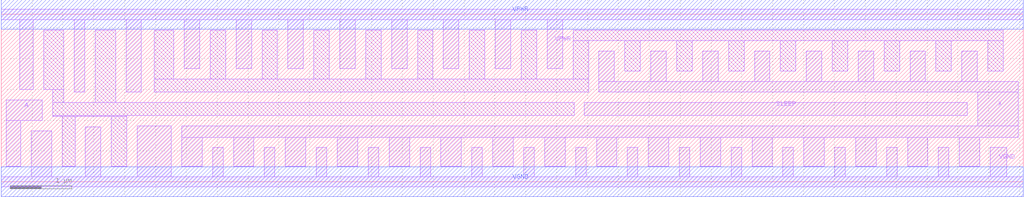
<source format=lef>
VERSION 5.7 ;
NAMESCASESENSITIVE ON ;
BUSBITCHARS "[]" ;
DIVIDERCHAR "/" ;

PROPERTYDEFINITIONS
    LAYER LEF58_TYPE STRING ;
END PROPERTYDEFINITIONS


MACRO sky130_fd_sc_hd__a2111o_1
    CLASS CORE ;
    SIZE 4.14 BY 2.72 ;
    SYMMETRY X Y R90 ;
    SITE unithd ;
    PIN A1
        DIRECTION INPUT ; 
        USE SIGNAL ; 
        ANTENNAGATEAREA 0.2475 ;
        PORT
            LAYER li1 ;
              RECT  2.905 0.995 3.29 1.325 ;
              RECT  2.985 0.285 3.54 0.845 ;
              RECT  2.985 0.845 3.29 0.995 ;
        END
    END A1
    PIN A2
        DIRECTION INPUT ; 
        USE SIGNAL ; 
        ANTENNAGATEAREA 0.2475 ;
        PORT
            LAYER li1 ;
              RECT  3.51 1.025 4.01 1.29 ;
        END
    END A2
    PIN B1
        DIRECTION INPUT ; 
        USE SIGNAL ; 
        ANTENNAGATEAREA 0.2475 ;
        PORT
            LAYER li1 ;
              RECT  2.4 0.995 2.68 2.465 ;
        END
    END B1
    PIN C1
        DIRECTION INPUT ; 
        USE SIGNAL ; 
        ANTENNAGATEAREA 0.2475 ;
        PORT
            LAYER li1 ;
              RECT  1.89 1.05 2.22 2.465 ;
        END
    END C1
    PIN D1
        DIRECTION INPUT ; 
        USE SIGNAL ; 
        ANTENNAGATEAREA 0.2475 ;
        PORT
            LAYER li1 ;
              RECT  1.29 1.05 1.72 1.29 ;
              RECT  1.515 1.29 1.72 2.465 ;
        END
    END D1
    PIN X
        DIRECTION OUTPUT ; 
        USE SIGNAL ; 
        ANTENNADIFFAREA 0.5045 ;
        PORT
            LAYER li1 ;
              RECT  0.135 0.255 0.465 1.62 ;
              RECT  0.135 1.62 0.39 2.46 ;
        END
    END X
    PIN VGND
        DIRECTION INOUT ; 
        USE GROUND ; 
        PORT
            LAYER li1 ;
              RECT  0 -0.085 4.14 0.085 ;
              RECT  0.635 0.085 1.31 0.47 ;
              RECT  2.085 0.085 2.43 0.485 ;
              RECT  3.715 0.085 3.955 0.76 ;
        END
        PORT
            LAYER met1 ;
              RECT  0 -0.24 4.14 0.24 ;
        END
    END VGND
    PIN VPWR
        DIRECTION INOUT ; 
        USE POWER ; 
        PORT
            LAYER li1 ;
              RECT  0 2.635 4.14 2.805 ;
              RECT  0.565 1.815 0.895 2.635 ;
              RECT  3.325 1.835 3.54 2.635 ;
        END
        PORT
            LAYER met1 ;
              RECT  0 2.48 4.14 2.96 ;
        END
    END VPWR
    OBS
      LAYER li1 ;
        RECT  0.695 0.65 1.915 0.655 ;
        RECT  0.695 0.655 2.805 0.825 ;
        RECT  0.695 0.825 0.915 1.465 ;
        RECT  0.695 1.465 1.345 1.645 ;
        RECT  1.135 1.645 1.345 2.46 ;
        RECT  1.585 0.26 1.915 0.65 ;
        RECT  2.6 0.26 2.805 0.655 ;
        RECT  2.86 1.495 3.99 1.665 ;
        RECT  2.86 1.665 3.145 2.46 ;
        RECT  3.72 1.665 3.99 2.46 ;
    END
END sky130_fd_sc_hd__a2111o_1

MACRO sky130_fd_sc_hd__a2111o_2
    CLASS CORE ;
    SIZE 4.6 BY 2.72 ;
    SYMMETRY X Y R90 ;
    SITE unithd ;
    PIN A1
        DIRECTION INPUT ; 
        USE SIGNAL ; 
        ANTENNAGATEAREA 0.2475 ;
        PORT
            LAYER li1 ;
              RECT  3.365 0.955 3.775 1.74 ;
              RECT  3.505 0.29 3.995 0.825 ;
              RECT  3.505 0.825 3.775 0.955 ;
        END
    END A1
    PIN A2
        DIRECTION INPUT ; 
        USE SIGNAL ; 
        ANTENNAGATEAREA 0.2475 ;
        PORT
            LAYER li1 ;
              RECT  3.945 0.995 4.515 1.74 ;
        END
    END A2
    PIN B1
        DIRECTION INPUT ; 
        USE SIGNAL ; 
        ANTENNAGATEAREA 0.2475 ;
        PORT
            LAYER li1 ;
              RECT  2.905 0.995 3.195 1.74 ;
        END
    END B1
    PIN C1
        DIRECTION INPUT ; 
        USE SIGNAL ; 
        ANTENNAGATEAREA 0.2475 ;
        PORT
            LAYER li1 ;
              RECT  2.425 0.995 2.735 2.355 ;
        END
    END C1
    PIN D1
        DIRECTION INPUT ; 
        USE SIGNAL ; 
        ANTENNAGATEAREA 0.2475 ;
        PORT
            LAYER li1 ;
              RECT  1.885 0.995 2.255 1.325 ;
              RECT  1.96 1.325 2.255 2.355 ;
        END
    END D1
    PIN X
        DIRECTION OUTPUT ; 
        USE SIGNAL ; 
        ANTENNADIFFAREA 0.462 ;
        PORT
            LAYER li1 ;
              RECT  0.605 0.255 0.895 2.39 ;
        END
    END X
    PIN VGND
        DIRECTION INOUT ; 
        USE GROUND ; 
        PORT
            LAYER li1 ;
              RECT  0 -0.085 4.6 0.085 ;
              RECT  0.085 0.085 0.435 0.885 ;
              RECT  1.065 0.085 2.01 0.445 ;
              RECT  1.065 0.445 1.325 0.865 ;
              RECT  2.59 0.085 2.92 0.445 ;
              RECT  4.165 0.085 4.515 0.805 ;
        END
        PORT
            LAYER met1 ;
              RECT  0 -0.24 4.6 0.24 ;
        END
    END VGND
    PIN VPWR
        DIRECTION INOUT ; 
        USE POWER ; 
        PORT
            LAYER li1 ;
              RECT  0 2.635 4.6 2.805 ;
              RECT  0.085 1.635 0.435 2.635 ;
              RECT  1.065 1.495 1.315 2.635 ;
              RECT  3.59 2.255 3.92 2.635 ;
        END
        PORT
            LAYER met1 ;
              RECT  0 2.48 4.6 2.96 ;
        END
    END VPWR
    OBS
      LAYER li1 ;
        RECT  1.065 1.075 1.705 1.325 ;
        RECT  1.495 0.615 3.335 0.785 ;
        RECT  1.495 0.785 1.705 1.075 ;
        RECT  1.495 1.325 1.705 1.495 ;
        RECT  1.495 1.495 1.785 2.465 ;
        RECT  2.18 0.255 2.42 0.615 ;
        RECT  3.07 1.915 4.515 2.085 ;
        RECT  3.07 2.085 3.4 2.465 ;
        RECT  3.09 0.255 3.335 0.615 ;
        RECT  4.09 2.085 4.515 2.465 ;
    END
END sky130_fd_sc_hd__a2111o_2

MACRO sky130_fd_sc_hd__a2111o_4
    CLASS CORE ;
    SIZE 7.82 BY 2.72 ;
    SYMMETRY X Y R90 ;
    SITE unithd ;
    PIN A1
        DIRECTION INPUT ; 
        USE SIGNAL ; 
        ANTENNAGATEAREA 0.495 ;
        PORT
            LAYER li1 ;
              RECT  3.825 1.075 4.495 1.275 ;
        END
    END A1
    PIN A2
        DIRECTION INPUT ; 
        USE SIGNAL ; 
        ANTENNAGATEAREA 0.495 ;
        PORT
            LAYER li1 ;
              RECT  4.675 1.075 5.625 1.275 ;
        END
    END A2
    PIN B1
        DIRECTION INPUT ; 
        USE SIGNAL ; 
        ANTENNAGATEAREA 0.495 ;
        PORT
            LAYER li1 ;
              RECT  2.45 0.975 3.255 1.285 ;
        END
    END B1
    PIN C1
        DIRECTION INPUT ; 
        USE SIGNAL ; 
        ANTENNAGATEAREA 0.495 ;
        PORT
            LAYER li1 ;
              RECT  1.04 0.975 2.28 1.285 ;
        END
    END C1
    PIN D1
        DIRECTION INPUT ; 
        USE SIGNAL ; 
        ANTENNAGATEAREA 0.495 ;
        PORT
            LAYER li1 ;
              RECT  0.085 0.975 0.37 1.625 ;
        END
    END D1
    PIN X
        DIRECTION OUTPUT ; 
        USE SIGNAL ; 
        ANTENNADIFFAREA 0.924 ;
        PORT
            LAYER li1 ;
              RECT  6.165 0.255 6.355 0.635 ;
              RECT  6.165 0.635 7.735 0.805 ;
              RECT  6.165 1.465 7.735 1.635 ;
              RECT  6.165 1.635 7.215 1.715 ;
              RECT  6.165 1.715 6.355 2.465 ;
              RECT  7.025 0.255 7.215 0.635 ;
              RECT  7.025 1.715 7.215 2.465 ;
              RECT  7.49 0.805 7.735 1.465 ;
        END
    END X
    PIN VGND
        DIRECTION INOUT ; 
        USE GROUND ; 
        PORT
            LAYER li1 ;
              RECT  0 -0.085 7.82 0.085 ;
              RECT  0.61 0.085 0.94 0.465 ;
              RECT  1.51 0.085 1.84 0.445 ;
              RECT  2.42 0.085 3.295 0.445 ;
              RECT  4.805 0.085 5.14 0.445 ;
              RECT  5.665 0.085 5.995 0.515 ;
              RECT  6.525 0.085 6.855 0.445 ;
              RECT  7.385 0.085 7.715 0.465 ;
        END
        PORT
            LAYER met1 ;
              RECT  0 -0.24 7.82 0.24 ;
        END
    END VGND
    PIN VPWR
        DIRECTION INOUT ; 
        USE POWER ; 
        PORT
            LAYER li1 ;
              RECT  0 2.635 7.82 2.805 ;
              RECT  3.865 2.165 4.195 2.635 ;
              RECT  4.805 2.255 5.14 2.635 ;
              RECT  5.665 1.8 5.995 2.635 ;
              RECT  6.525 1.885 6.855 2.635 ;
              RECT  7.385 1.805 7.715 2.635 ;
        END
        PORT
            LAYER met1 ;
              RECT  0 2.48 7.82 2.96 ;
        END
    END VPWR
    OBS
      LAYER li1 ;
        RECT  0.11 1.795 0.37 2.295 ;
        RECT  0.11 2.295 2.16 2.465 ;
        RECT  0.18 0.255 0.44 0.635 ;
        RECT  0.18 0.635 3.655 0.805 ;
        RECT  0.54 0.805 0.87 2.125 ;
        RECT  1.04 1.455 1.23 2.295 ;
        RECT  1.11 0.255 1.34 0.615 ;
        RECT  1.11 0.615 3.655 0.635 ;
        RECT  1.4 1.455 3.1 1.625 ;
        RECT  1.4 1.625 1.73 2.125 ;
        RECT  1.9 1.795 2.16 2.295 ;
        RECT  2.015 0.255 2.24 0.615 ;
        RECT  2.34 1.795 2.675 2.295 ;
        RECT  2.34 2.295 3.65 2.465 ;
        RECT  2.845 1.625 3.1 2.125 ;
        RECT  3.32 1.795 5.495 1.995 ;
        RECT  3.32 1.995 3.65 2.295 ;
        RECT  3.465 0.255 4.585 0.445 ;
        RECT  3.465 0.445 3.655 0.615 ;
        RECT  3.465 0.805 3.655 1.445 ;
        RECT  3.465 1.445 5.975 1.625 ;
        RECT  3.825 0.615 5.495 0.785 ;
        RECT  4.365 1.995 4.625 2.415 ;
        RECT  5.31 0.255 5.495 0.615 ;
        RECT  5.31 1.995 5.495 2.465 ;
        RECT  5.795 1.075 7.32 1.245 ;
        RECT  5.795 1.245 5.975 1.445 ;
    END
END sky130_fd_sc_hd__a2111o_4

MACRO sky130_fd_sc_hd__a2111oi_0
    CLASS CORE ;
    SIZE 3.22 BY 2.72 ;
    SYMMETRY X Y R90 ;
    SITE unithd ;
    PIN A1
        DIRECTION INPUT ; 
        USE SIGNAL ; 
        ANTENNAGATEAREA 0.159 ;
        PORT
            LAYER li1 ;
              RECT  2.035 1.07 2.625 1.4 ;
              RECT  2.355 0.66 2.625 1.07 ;
              RECT  2.355 1.4 2.625 1.735 ;
        END
    END A1
    PIN A2
        DIRECTION INPUT ; 
        USE SIGNAL ; 
        ANTENNAGATEAREA 0.159 ;
        PORT
            LAYER li1 ;
              RECT  2.795 0.65 3.135 1.735 ;
        END
    END A2
    PIN B1
        DIRECTION INPUT ; 
        USE SIGNAL ; 
        ANTENNAGATEAREA 0.159 ;
        PORT
            LAYER li1 ;
              RECT  1.495 1.055 1.845 1.735 ;
        END
    END B1
    PIN C1
        DIRECTION INPUT ; 
        USE SIGNAL ; 
        ANTENNAGATEAREA 0.159 ;
        PORT
            LAYER li1 ;
              RECT  0.955 1.055 1.325 2.36 ;
        END
    END C1
    PIN D1
        DIRECTION INPUT ; 
        USE SIGNAL ; 
        ANTENNAGATEAREA 0.159 ;
        PORT
            LAYER li1 ;
              RECT  0.085 0.73 0.435 1.655 ;
        END
    END D1
    PIN Y
        DIRECTION OUTPUT ; 
        USE SIGNAL ; 
        ANTENNADIFFAREA 0.424 ;
        PORT
            LAYER li1 ;
              RECT  0.36 1.825 0.785 2.465 ;
              RECT  0.605 0.635 2.04 0.885 ;
              RECT  0.605 0.885 0.785 1.825 ;
              RECT  0.785 0.255 1.04 0.615 ;
              RECT  0.785 0.615 2.04 0.635 ;
              RECT  1.71 0.28 2.04 0.615 ;
        END
    END Y
    PIN VGND
        DIRECTION INOUT ; 
        USE GROUND ; 
        PORT
            LAYER li1 ;
              RECT  0 -0.085 3.22 0.085 ;
              RECT  0.285 0.085 0.615 0.465 ;
              RECT  1.21 0.085 1.54 0.445 ;
              RECT  2.47 0.085 2.8 0.48 ;
        END
        PORT
            LAYER met1 ;
              RECT  0 -0.24 3.22 0.24 ;
        END
    END VGND
    PIN VPWR
        DIRECTION INOUT ; 
        USE POWER ; 
        PORT
            LAYER li1 ;
              RECT  0 2.635 3.22 2.805 ;
              RECT  2.04 2.255 2.37 2.635 ;
        END
        PORT
            LAYER met1 ;
              RECT  0 2.48 3.22 2.96 ;
        END
    END VPWR
    OBS
      LAYER li1 ;
        RECT  1.54 1.905 2.87 2.085 ;
        RECT  1.54 2.085 1.87 2.465 ;
        RECT  2.54 2.085 2.87 2.465 ;
    END
END sky130_fd_sc_hd__a2111oi_0

MACRO sky130_fd_sc_hd__a2111oi_1
    CLASS CORE ;
    SIZE 3.68 BY 2.72 ;
    SYMMETRY X Y R90 ;
    SITE unithd ;
    PIN A1
        DIRECTION INPUT ; 
        USE SIGNAL ; 
        ANTENNAGATEAREA 0.2475 ;
        PORT
            LAYER li1 ;
              RECT  2.44 0.995 2.725 1.4 ;
        END
    END A1
    PIN A2
        DIRECTION INPUT ; 
        USE SIGNAL ; 
        ANTENNAGATEAREA 0.2475 ;
        PORT
            LAYER li1 ;
              RECT  2.905 0.35 3.09 1.02 ;
              RECT  2.905 1.02 3.54 1.29 ;
        END
    END A2
    PIN B1
        DIRECTION INPUT ; 
        USE SIGNAL ; 
        ANTENNAGATEAREA 0.2475 ;
        PORT
            LAYER li1 ;
              RECT  1.94 1.05 2.27 1.4 ;
              RECT  1.94 1.4 2.215 2.455 ;
        END
    END B1
    PIN C1
        DIRECTION INPUT ; 
        USE SIGNAL ; 
        ANTENNAGATEAREA 0.2475 ;
        PORT
            LAYER li1 ;
              RECT  1.435 1.05 1.77 2.455 ;
        END
    END C1
    PIN D1
        DIRECTION INPUT ; 
        USE SIGNAL ; 
        ANTENNAGATEAREA 0.2475 ;
        PORT
            LAYER li1 ;
              RECT  0.785 1.05 1.235 2.455 ;
        END
    END D1
    PIN Y
        DIRECTION OUTPUT ; 
        USE SIGNAL ; 
        ANTENNADIFFAREA 1.38875 ;
        PORT
            LAYER li1 ;
              RECT  0.145 0.7 1.375 0.705 ;
              RECT  0.145 0.705 2.42 0.815 ;
              RECT  0.145 0.815 2.3 0.88 ;
              RECT  0.145 0.88 0.53 2.46 ;
              RECT  1.045 0.26 1.375 0.7 ;
              RECT  2.09 0.305 2.42 0.705 ;
        END
    END Y
    PIN VGND
        DIRECTION INOUT ; 
        USE GROUND ; 
        PORT
            LAYER li1 ;
              RECT  0 -0.085 3.68 0.085 ;
              RECT  0.315 0.085 0.63 0.525 ;
              RECT  1.55 0.085 1.88 0.535 ;
              RECT  3.27 0.085 3.51 0.76 ;
        END
        PORT
            LAYER met1 ;
              RECT  0 -0.24 3.68 0.24 ;
        END
    END VGND
    PIN VPWR
        DIRECTION INOUT ; 
        USE POWER ; 
        PORT
            LAYER li1 ;
              RECT  0 2.635 3.68 2.805 ;
              RECT  2.8 1.92 3.13 2.635 ;
        END
        PORT
            LAYER met1 ;
              RECT  0 2.48 3.68 2.96 ;
        END
    END VPWR
    OBS
      LAYER li1 ;
        RECT  2.395 1.58 3.505 1.75 ;
        RECT  2.395 1.75 2.625 2.46 ;
        RECT  3.31 1.75 3.505 2.46 ;
    END
END sky130_fd_sc_hd__a2111oi_1

MACRO sky130_fd_sc_hd__a2111oi_2
    CLASS CORE ;
    SIZE 5.52 BY 2.72 ;
    SYMMETRY X Y R90 ;
    SITE unithd ;
    PIN A1
        DIRECTION INPUT ; 
        USE SIGNAL ; 
        ANTENNAGATEAREA 0.495 ;
        PORT
            LAYER li1 ;
              RECT  3.465 0.985 3.715 1.445 ;
              RECT  3.465 1.445 5.29 1.675 ;
              RECT  4.895 0.995 5.29 1.445 ;
        END
    END A1
    PIN A2
        DIRECTION INPUT ; 
        USE SIGNAL ; 
        ANTENNAGATEAREA 0.495 ;
        PORT
            LAYER li1 ;
              RECT  3.97 1.015 4.725 1.275 ;
        END
    END A2
    PIN B1
        DIRECTION INPUT ; 
        USE SIGNAL ; 
        ANTENNAGATEAREA 0.495 ;
        PORT
            LAYER li1 ;
              RECT  2.185 1.03 2.855 1.275 ;
        END
    END B1
    PIN C1
        DIRECTION INPUT ; 
        USE SIGNAL ; 
        ANTENNAGATEAREA 0.495 ;
        PORT
            LAYER li1 ;
              RECT  0.125 1.045 0.455 1.445 ;
              RECT  0.125 1.445 1.8 1.68 ;
              RECT  1.615 1.03 1.975 1.275 ;
              RECT  1.615 1.275 1.8 1.445 ;
        END
    END C1
    PIN D1
        DIRECTION INPUT ; 
        USE SIGNAL ; 
        ANTENNAGATEAREA 0.495 ;
        PORT
            LAYER li1 ;
              RECT  0.755 1.075 1.425 1.275 ;
        END
    END D1
    PIN Y
        DIRECTION OUTPUT ; 
        USE SIGNAL ; 
        ANTENNADIFFAREA 1.21275 ;
        PORT
            LAYER li1 ;
              RECT  0.12 0.255 0.38 0.615 ;
              RECT  0.12 0.615 5.355 0.805 ;
              RECT  0.12 0.805 3.255 0.845 ;
              RECT  0.9 1.85 2.14 2.105 ;
              RECT  1.05 0.255 1.295 0.615 ;
              RECT  1.965 0.255 2.295 0.615 ;
              RECT  1.97 1.445 3.255 1.625 ;
              RECT  1.97 1.625 2.14 1.85 ;
              RECT  2.965 0.275 3.295 0.615 ;
              RECT  3.025 0.845 3.255 1.445 ;
              RECT  5.02 0.295 5.355 0.615 ;
        END
    END Y
    PIN VGND
        DIRECTION INOUT ; 
        USE GROUND ; 
        PORT
            LAYER li1 ;
              RECT  0 -0.085 5.52 0.085 ;
              RECT  0.55 0.085 0.88 0.445 ;
              RECT  1.465 0.085 1.795 0.445 ;
              RECT  2.465 0.085 2.795 0.445 ;
              RECT  4.125 0.085 4.455 0.445 ;
        END
        PORT
            LAYER met1 ;
              RECT  0 -0.24 5.52 0.24 ;
        END
    END VGND
    PIN VPWR
        DIRECTION INOUT ; 
        USE POWER ; 
        PORT
            LAYER li1 ;
              RECT  0 2.635 5.52 2.805 ;
              RECT  3.69 2.275 4.02 2.635 ;
              RECT  4.57 2.275 4.9 2.635 ;
        END
        PORT
            LAYER met1 ;
              RECT  0 2.48 5.52 2.96 ;
        END
    END VPWR
    OBS
      LAYER li1 ;
        RECT  0.1 1.87 0.46 2.275 ;
        RECT  0.1 2.275 2.185 2.295 ;
        RECT  0.1 2.295 2.985 2.465 ;
        RECT  2.31 1.795 3.335 1.845 ;
        RECT  2.31 1.845 5.4 1.965 ;
        RECT  2.31 1.965 2.64 2.06 ;
        RECT  2.815 2.135 2.985 2.295 ;
        RECT  3.155 1.965 5.4 2.095 ;
        RECT  3.155 2.095 3.52 2.465 ;
        RECT  4.19 2.095 5.4 2.105 ;
        RECT  4.19 2.105 4.4 2.465 ;
        RECT  5.07 2.105 5.4 2.465 ;
    END
END sky130_fd_sc_hd__a2111oi_2

MACRO sky130_fd_sc_hd__a2111oi_4
    CLASS CORE ;
    SIZE 10.12 BY 2.72 ;
    SYMMETRY X Y R90 ;
    SITE unithd ;
    PIN A1
        DIRECTION INPUT ; 
        USE SIGNAL ; 
        ANTENNAGATEAREA 0.99 ;
        PORT
            LAYER li1 ;
              RECT  6.095 1.02 7.745 1.275 ;
        END
    END A1
    PIN A2
        DIRECTION INPUT ; 
        USE SIGNAL ; 
        ANTENNAGATEAREA 0.99 ;
        PORT
            LAYER li1 ;
              RECT  7.96 1.02 9.99 1.275 ;
        END
    END A2
    PIN B1
        DIRECTION INPUT ; 
        USE SIGNAL ; 
        ANTENNAGATEAREA 0.99 ;
        PORT
            LAYER li1 ;
              RECT  3.955 1.02 5.65 1.275 ;
        END
    END B1
    PIN C1
        DIRECTION INPUT ; 
        USE SIGNAL ; 
        ANTENNAGATEAREA 0.99 ;
        PORT
            LAYER li1 ;
              RECT  2.055 1.02 3.745 1.275 ;
        END
    END C1
    PIN D1
        DIRECTION INPUT ; 
        USE SIGNAL ; 
        ANTENNAGATEAREA 0.99 ;
        PORT
            LAYER li1 ;
              RECT  0.495 1.02 1.845 1.275 ;
        END
    END D1
    PIN Y
        DIRECTION OUTPUT ; 
        USE SIGNAL ; 
        ANTENNADIFFAREA 2.0095 ;
        PORT
            LAYER li1 ;
              RECT  0.145 0.615 7.62 0.785 ;
              RECT  0.145 0.785 0.32 1.475 ;
              RECT  0.145 1.475 1.72 1.655 ;
              RECT  0.53 1.655 1.72 1.685 ;
              RECT  0.53 1.685 0.86 2.085 ;
              RECT  0.615 0.455 0.79 0.615 ;
              RECT  1.39 1.685 1.72 2.085 ;
              RECT  1.46 0.455 1.65 0.615 ;
              RECT  2.4 0.455 2.59 0.615 ;
              RECT  3.26 0.455 3.51 0.615 ;
              RECT  4.18 0.455 4.42 0.615 ;
              RECT  5.09 0.455 5.275 0.615 ;
        END
    END Y
    PIN VGND
        DIRECTION INOUT ; 
        USE GROUND ; 
        PORT
            LAYER li1 ;
              RECT  0 -0.085 10.12 0.085 ;
              RECT  0.115 0.085 0.445 0.445 ;
              RECT  0.96 0.085 1.29 0.445 ;
              RECT  1.82 0.085 2.23 0.445 ;
              RECT  2.76 0.085 3.09 0.445 ;
              RECT  3.68 0.085 4.01 0.445 ;
              RECT  4.59 0.085 4.92 0.445 ;
              RECT  5.445 0.085 5.78 0.445 ;
              RECT  8.245 0.085 8.575 0.445 ;
              RECT  9.105 0.085 9.435 0.445 ;
        END
        PORT
            LAYER met1 ;
              RECT  0 -0.24 10.12 0.24 ;
        END
    END VGND
    PIN VPWR
        DIRECTION INOUT ; 
        USE POWER ; 
        PORT
            LAYER li1 ;
              RECT  0 2.635 10.12 2.805 ;
              RECT  6.22 1.785 6.55 2.635 ;
              RECT  7.08 1.805 7.41 2.635 ;
              RECT  8.08 1.895 8.41 2.635 ;
              RECT  9.03 1.915 9.36 2.635 ;
        END
        PORT
            LAYER met1 ;
              RECT  0 2.48 10.12 2.96 ;
        END
    END VPWR
    OBS
      LAYER li1 ;
        RECT  0.1 1.835 0.36 2.255 ;
        RECT  0.1 2.255 3.87 2.445 ;
        RECT  1.03 1.855 1.22 2.255 ;
        RECT  1.89 1.855 2.08 2.255 ;
        RECT  2.25 1.475 5.68 1.655 ;
        RECT  2.25 1.655 3.44 1.685 ;
        RECT  2.25 1.685 2.58 2.085 ;
        RECT  2.75 1.855 2.94 2.255 ;
        RECT  3.11 1.685 3.44 2.085 ;
        RECT  3.61 1.835 3.87 2.255 ;
        RECT  4.06 1.835 4.32 2.255 ;
        RECT  4.06 2.255 5.18 2.275 ;
        RECT  4.06 2.275 6.05 2.445 ;
        RECT  4.49 1.655 5.68 1.685 ;
        RECT  4.49 1.685 4.82 2.085 ;
        RECT  4.99 1.855 5.18 2.255 ;
        RECT  5.35 1.685 5.68 2.085 ;
        RECT  5.86 1.445 9.77 1.615 ;
        RECT  5.86 1.615 6.05 2.275 ;
        RECT  5.98 0.275 8.075 0.445 ;
        RECT  6.72 1.615 6.91 2.315 ;
        RECT  7.58 1.615 9.77 1.665 ;
        RECT  7.58 1.665 7.91 2.315 ;
        RECT  7.885 0.445 8.075 0.615 ;
        RECT  7.885 0.615 9.865 0.785 ;
        RECT  8.58 1.665 9.77 1.67 ;
        RECT  8.58 1.67 8.84 2.29 ;
        RECT  8.745 0.3 8.935 0.615 ;
        RECT  9.53 1.67 9.77 2.26 ;
        RECT  9.605 0.29 9.865 0.615 ;
    END
END sky130_fd_sc_hd__a2111oi_4

MACRO sky130_fd_sc_hd__a211o_1
    CLASS CORE ;
    SIZE 3.22 BY 2.72 ;
    SYMMETRY X Y R90 ;
    SITE unithd ;
    PIN A1
        DIRECTION INPUT ; 
        USE SIGNAL ; 
        ANTENNAGATEAREA 0.2475 ;
        PORT
            LAYER li1 ;
              RECT  1.485 0.995 2.06 1.325 ;
        END
    END A1
    PIN A2
        DIRECTION INPUT ; 
        USE SIGNAL ; 
        ANTENNAGATEAREA 0.2475 ;
        PORT
            LAYER li1 ;
              RECT  1.025 0.995 1.305 1.325 ;
        END
    END A2
    PIN B1
        DIRECTION INPUT ; 
        USE SIGNAL ; 
        ANTENNAGATEAREA 0.2475 ;
        PORT
            LAYER li1 ;
              RECT  2.24 0.995 2.675 1.325 ;
        END
    END B1
    PIN C1
        DIRECTION INPUT ; 
        USE SIGNAL ; 
        ANTENNAGATEAREA 0.2475 ;
        PORT
            LAYER li1 ;
              RECT  2.855 0.995 3.125 1.325 ;
        END
    END C1
    PIN X
        DIRECTION OUTPUT ; 
        USE SIGNAL ; 
        ANTENNADIFFAREA 0.43725 ;
        PORT
            LAYER li1 ;
              RECT  0.09 0.265 0.425 1.685 ;
              RECT  0.09 1.685 0.355 2.455 ;
        END
    END X
    PIN VGND
        DIRECTION INOUT ; 
        USE GROUND ; 
        PORT
            LAYER li1 ;
              RECT  0 -0.085 3.22 0.085 ;
              RECT  0.605 0.085 1.35 0.455 ;
              RECT  2.35 0.085 2.68 0.455 ;
        END
        PORT
            LAYER met1 ;
              RECT  0 -0.24 3.22 0.24 ;
        END
    END VGND
    PIN VPWR
        DIRECTION INOUT ; 
        USE POWER ; 
        PORT
            LAYER li1 ;
              RECT  0 2.635 3.22 2.805 ;
              RECT  0.525 1.915 0.855 2.635 ;
              RECT  1.475 2.265 1.805 2.635 ;
        END
        PORT
            LAYER met1 ;
              RECT  0 2.48 3.22 2.96 ;
        END
    END VPWR
    OBS
      LAYER li1 ;
        RECT  0.6 0.625 3.085 0.815 ;
        RECT  0.6 0.815 0.825 1.505 ;
        RECT  0.6 1.505 3.095 1.685 ;
        RECT  1.045 1.865 2.235 2.095 ;
        RECT  1.045 2.095 1.305 2.455 ;
        RECT  1.915 0.265 2.17 0.625 ;
        RECT  1.975 2.095 2.235 2.455 ;
        RECT  2.805 1.685 3.095 2.455 ;
        RECT  2.86 0.265 3.085 0.625 ;
    END
END sky130_fd_sc_hd__a211o_1

MACRO sky130_fd_sc_hd__a211o_2
    CLASS CORE ;
    SIZE 3.68 BY 2.72 ;
    SYMMETRY X Y R90 ;
    SITE unithd ;
    PIN A1
        DIRECTION INPUT ; 
        USE SIGNAL ; 
        ANTENNAGATEAREA 0.2475 ;
        PORT
            LAYER li1 ;
              RECT  1.98 1.045 2.45 1.275 ;
        END
    END A1
    PIN A2
        DIRECTION INPUT ; 
        USE SIGNAL ; 
        ANTENNAGATEAREA 0.2475 ;
        PORT
            LAYER li1 ;
              RECT  1.48 1.045 1.81 1.275 ;
        END
    END A2
    PIN B1
        DIRECTION INPUT ; 
        USE SIGNAL ; 
        ANTENNAGATEAREA 0.2475 ;
        PORT
            LAYER li1 ;
              RECT  2.62 1.045 3.07 1.275 ;
        END
    END B1
    PIN C1
        DIRECTION INPUT ; 
        USE SIGNAL ; 
        ANTENNAGATEAREA 0.2475 ;
        PORT
            LAYER li1 ;
              RECT  3.26 1.045 3.595 1.275 ;
        END
    END C1
    PIN X
        DIRECTION OUTPUT ; 
        USE SIGNAL ; 
        ANTENNADIFFAREA 0.452 ;
        PORT
            LAYER li1 ;
              RECT  0.555 0.255 0.775 0.635 ;
              RECT  0.555 0.635 0.785 2.335 ;
        END
    END X
    PIN VGND
        DIRECTION INOUT ; 
        USE GROUND ; 
        PORT
            LAYER li1 ;
              RECT  0 -0.085 3.68 0.085 ;
              RECT  0.09 0.085 0.385 0.905 ;
              RECT  0.945 0.085 1.795 0.445 ;
              RECT  2.81 0.085 3.085 0.525 ;
        END
        PORT
            LAYER met1 ;
              RECT  0 -0.24 3.68 0.24 ;
        END
    END VGND
    PIN VPWR
        DIRECTION INOUT ; 
        USE POWER ; 
        PORT
            LAYER li1 ;
              RECT  0 2.635 3.68 2.805 ;
              RECT  0.09 1.49 0.385 2.635 ;
              RECT  1 1.83 1.255 2.635 ;
              RECT  1.955 2.19 2.23 2.635 ;
        END
        PORT
            LAYER met1 ;
              RECT  0 2.48 3.68 2.96 ;
        END
    END VPWR
    OBS
      LAYER li1 ;
        RECT  1 0.695 3.585 0.875 ;
        RECT  1 0.875 1.31 1.49 ;
        RECT  1 1.49 3.585 1.66 ;
        RECT  1.455 1.84 2.795 2.02 ;
        RECT  1.455 2.02 1.785 2.465 ;
        RECT  2.275 0.275 2.605 0.695 ;
        RECT  2.465 2.02 2.795 2.465 ;
        RECT  3.255 0.275 3.585 0.695 ;
        RECT  3.255 1.66 3.585 2.325 ;
    END
END sky130_fd_sc_hd__a211o_2

MACRO sky130_fd_sc_hd__a211o_4
    CLASS CORE ;
    SIZE 6.44 BY 2.72 ;
    SYMMETRY X Y R90 ;
    SITE unithd ;
    PIN A1
        DIRECTION INPUT ; 
        USE SIGNAL ; 
        ANTENNAGATEAREA 0.495 ;
        PORT
            LAYER li1 ;
              RECT  5.035 1.02 5.38 1.33 ;
        END
    END A1
    PIN A2
        DIRECTION INPUT ; 
        USE SIGNAL ; 
        ANTENNAGATEAREA 0.495 ;
        PORT
            LAYER li1 ;
              RECT  4.495 1.02 4.825 1.51 ;
              RECT  4.495 1.51 5.845 1.7 ;
              RECT  5.635 1.02 6.225 1.32 ;
              RECT  5.635 1.32 5.845 1.51 ;
        END
    END A2
    PIN B1
        DIRECTION INPUT ; 
        USE SIGNAL ; 
        ANTENNAGATEAREA 0.495 ;
        PORT
            LAYER li1 ;
              RECT  2.54 0.985 2.805 1.325 ;
              RECT  2.625 1.325 2.805 1.445 ;
              RECT  2.625 1.445 4.175 1.7 ;
              RECT  3.845 0.985 4.175 1.445 ;
        END
    END B1
    PIN C1
        DIRECTION INPUT ; 
        USE SIGNAL ; 
        ANTENNAGATEAREA 0.495 ;
        PORT
            LAYER li1 ;
              RECT  2.975 0.985 3.645 1.275 ;
        END
    END C1
    PIN X
        DIRECTION OUTPUT ; 
        USE SIGNAL ; 
        ANTENNADIFFAREA 0.93375 ;
        PORT
            LAYER li1 ;
              RECT  0.085 0.635 2.025 0.875 ;
              RECT  0.085 0.875 0.34 1.495 ;
              RECT  0.085 1.495 1.64 1.705 ;
              RECT  0.595 1.705 0.78 2.465 ;
              RECT  0.985 0.255 1.175 0.615 ;
              RECT  0.985 0.615 2.025 0.635 ;
              RECT  1.45 1.705 1.64 2.465 ;
              RECT  1.845 0.255 2.025 0.615 ;
        END
    END X
    PIN VGND
        DIRECTION INOUT ; 
        USE GROUND ; 
        PORT
            LAYER li1 ;
              RECT  0 -0.085 6.44 0.085 ;
              RECT  0.485 0.085 0.815 0.465 ;
              RECT  1.345 0.085 1.675 0.445 ;
              RECT  2.22 0.085 2.555 0.445 ;
              RECT  3.14 0.085 3.47 0.445 ;
              RECT  4.19 0.085 4.56 0.445 ;
              RECT  6.015 0.085 6.345 0.805 ;
        END
        PORT
            LAYER met1 ;
              RECT  0 -0.24 6.44 0.24 ;
        END
    END VGND
    PIN VPWR
        DIRECTION INOUT ; 
        USE POWER ; 
        PORT
            LAYER li1 ;
              RECT  0 2.635 6.44 2.805 ;
              RECT  0.09 1.875 0.425 2.635 ;
              RECT  0.95 1.875 1.28 2.635 ;
              RECT  1.81 1.835 2.06 2.635 ;
              RECT  4.62 2.275 4.95 2.635 ;
              RECT  5.59 2.275 5.92 2.635 ;
        END
        PORT
            LAYER met1 ;
              RECT  0 2.48 6.44 2.96 ;
        END
    END VPWR
    OBS
      LAYER li1 ;
        RECT  0.525 1.045 2.37 1.325 ;
        RECT  2.185 1.325 2.37 1.505 ;
        RECT  2.185 1.505 2.455 1.675 ;
        RECT  2.195 0.615 5.49 0.805 ;
        RECT  2.195 0.805 2.37 1.045 ;
        RECT  2.28 1.675 2.455 1.87 ;
        RECT  2.28 1.87 3.51 2.04 ;
        RECT  2.32 2.21 4.45 2.465 ;
        RECT  2.725 0.255 2.97 0.615 ;
        RECT  3.64 0.255 4.02 0.615 ;
        RECT  4.12 1.88 6.345 2.105 ;
        RECT  4.12 2.105 4.45 2.21 ;
        RECT  5.16 0.275 5.49 0.615 ;
        RECT  5.16 2.105 5.42 2.465 ;
        RECT  6.015 1.535 6.345 1.88 ;
        RECT  6.09 2.105 6.345 2.465 ;
    END
END sky130_fd_sc_hd__a211o_4

MACRO sky130_fd_sc_hd__a211oi_1
    CLASS CORE ;
    SIZE 2.76 BY 2.72 ;
    SYMMETRY X Y R90 ;
    SITE unithd ;
    PIN A1
        DIRECTION INPUT ; 
        USE SIGNAL ; 
        ANTENNAGATEAREA 0.2475 ;
        PORT
            LAYER li1 ;
              RECT  0.605 0.265 0.855 0.995 ;
              RECT  0.605 0.995 1.245 1.325 ;
        END
    END A1
    PIN A2
        DIRECTION INPUT ; 
        USE SIGNAL ; 
        ANTENNAGATEAREA 0.2475 ;
        PORT
            LAYER li1 ;
              RECT  0.095 0.765 0.435 1.325 ;
        END
    END A2
    PIN B1
        DIRECTION INPUT ; 
        USE SIGNAL ; 
        ANTENNAGATEAREA 0.2475 ;
        PORT
            LAYER li1 ;
              RECT  1.425 0.995 1.755 1.325 ;
              RECT  1.525 1.325 1.755 2.455 ;
        END
    END B1
    PIN C1
        DIRECTION INPUT ; 
        USE SIGNAL ; 
        ANTENNAGATEAREA 0.2475 ;
        PORT
            LAYER li1 ;
              RECT  1.935 0.995 2.235 1.615 ;
        END
    END C1
    PIN Y
        DIRECTION OUTPUT ; 
        USE SIGNAL ; 
        ANTENNADIFFAREA 0.61925 ;
        PORT
            LAYER li1 ;
              RECT  1.18 0.265 1.365 0.625 ;
              RECT  1.18 0.625 2.66 0.815 ;
              RECT  1.935 1.785 2.66 2.455 ;
              RECT  2.055 0.265 2.28 0.625 ;
              RECT  2.445 0.815 2.66 1.785 ;
        END
    END Y
    PIN VGND
        DIRECTION INOUT ; 
        USE GROUND ; 
        PORT
            LAYER li1 ;
              RECT  0 -0.085 2.76 0.085 ;
              RECT  0.085 0.085 0.425 0.595 ;
              RECT  1.545 0.085 1.875 0.455 ;
        END
        PORT
            LAYER met1 ;
              RECT  0 -0.24 2.76 0.24 ;
        END
    END VGND
    PIN VPWR
        DIRECTION INOUT ; 
        USE POWER ; 
        PORT
            LAYER li1 ;
              RECT  0 2.635 2.76 2.805 ;
              RECT  0.67 1.905 1 2.635 ;
        END
        PORT
            LAYER met1 ;
              RECT  0 2.48 2.76 2.96 ;
        END
    END VPWR
    OBS
      LAYER li1 ;
        RECT  0.25 1.525 1.355 1.725 ;
        RECT  0.25 1.725 0.5 2.455 ;
        RECT  1.17 1.725 1.355 2.455 ;
    END
END sky130_fd_sc_hd__a211oi_1

MACRO sky130_fd_sc_hd__a211oi_2
    CLASS CORE ;
    SIZE 4.6 BY 2.72 ;
    SYMMETRY X Y R90 ;
    SITE unithd ;
    PIN A1
        DIRECTION INPUT ; 
        USE SIGNAL ; 
        ANTENNAGATEAREA 0.495 ;
        PORT
            LAYER li1 ;
              RECT  2.37 1.035 3.08 1.285 ;
        END
    END A1
    PIN A2
        DIRECTION INPUT ; 
        USE SIGNAL ; 
        ANTENNAGATEAREA 0.495 ;
        PORT
            LAYER li1 ;
              RECT  3.74 1.035 4.5 1.285 ;
              RECT  4.175 1.285 4.5 1.655 ;
        END
    END A2
    PIN B1
        DIRECTION INPUT ; 
        USE SIGNAL ; 
        ANTENNAGATEAREA 0.495 ;
        PORT
            LAYER li1 ;
              RECT  1.035 1.035 1.785 1.285 ;
              RECT  1.035 1.285 1.255 1.615 ;
        END
    END B1
    PIN C1
        DIRECTION INPUT ; 
        USE SIGNAL ; 
        ANTENNAGATEAREA 0.495 ;
        PORT
            LAYER li1 ;
              RECT  0.1 0.995 0.405 1.615 ;
        END
    END C1
    PIN Y
        DIRECTION OUTPUT ; 
        USE SIGNAL ; 
        ANTENNADIFFAREA 0.826 ;
        PORT
            LAYER li1 ;
              RECT  0.575 0.255 0.835 0.655 ;
              RECT  0.575 0.655 3.145 0.855 ;
              RECT  0.575 0.855 0.855 1.785 ;
              RECT  0.575 1.785 0.905 2.105 ;
              RECT  1.505 0.285 1.695 0.655 ;
        END
    END Y
    PIN VGND
        DIRECTION INOUT ; 
        USE GROUND ; 
        PORT
            LAYER li1 ;
              RECT  0 -0.085 4.6 0.085 ;
              RECT  0.145 0.085 0.395 0.815 ;
              RECT  1.005 0.085 1.335 0.475 ;
              RECT  1.865 0.085 2.195 0.475 ;
              RECT  3.675 0.085 4.005 0.455 ;
        END
        PORT
            LAYER met1 ;
              RECT  0 -0.24 4.6 0.24 ;
        END
    END VGND
    PIN VPWR
        DIRECTION INOUT ; 
        USE POWER ; 
        PORT
            LAYER li1 ;
              RECT  0 2.635 4.6 2.805 ;
              RECT  2.435 1.835 2.665 2.635 ;
              RECT  3.295 1.835 3.525 2.635 ;
              RECT  4.155 1.835 4.385 2.635 ;
        END
        PORT
            LAYER met1 ;
              RECT  0 2.48 4.6 2.96 ;
        END
    END VPWR
    OBS
      LAYER li1 ;
        RECT  0.145 1.785 0.405 2.285 ;
        RECT  0.145 2.285 2.215 2.455 ;
        RECT  1.075 1.785 1.265 2.255 ;
        RECT  1.075 2.255 2.215 2.285 ;
        RECT  1.435 1.455 3.975 1.655 ;
        RECT  1.435 1.655 1.765 2.075 ;
        RECT  1.935 1.835 2.215 2.255 ;
        RECT  2.385 0.265 3.495 0.475 ;
        RECT  2.845 1.655 3.115 2.465 ;
        RECT  3.325 0.475 3.495 0.635 ;
        RECT  3.325 0.635 4.435 0.855 ;
        RECT  3.705 1.655 3.975 2.465 ;
        RECT  4.185 0.265 4.435 0.635 ;
    END
END sky130_fd_sc_hd__a211oi_2

MACRO sky130_fd_sc_hd__a211oi_4
    CLASS CORE ;
    SIZE 7.36 BY 2.72 ;
    SYMMETRY X Y R90 ;
    SITE unithd ;
    PIN A1
        DIRECTION INPUT ; 
        USE SIGNAL ; 
        ANTENNAGATEAREA 0.99 ;
        PORT
            LAYER li1 ;
              RECT  1.655 1.075 3.005 1.245 ;
              RECT  1.66 1.035 3.005 1.075 ;
              RECT  1.66 1.245 3.005 1.275 ;
        END
    END A1
    PIN A2
        DIRECTION INPUT ; 
        USE SIGNAL ; 
        ANTENNAGATEAREA 0.99 ;
        PORT
            LAYER li1 ;
              RECT  0.1 1.035 1.385 1.445 ;
              RECT  0.1 1.445 3.575 1.625 ;
              RECT  3.245 1.035 3.575 1.445 ;
        END
    END A2
    PIN B1
        DIRECTION INPUT ; 
        USE SIGNAL ; 
        ANTENNAGATEAREA 0.99 ;
        PORT
            LAYER li1 ;
              RECT  3.745 1.035 4.755 1.275 ;
              RECT  3.745 1.275 4.46 1.615 ;
        END
        PORT
            LAYER li1 ;
              RECT  6.59 0.995 6.935 1.325 ;
              RECT  6.59 1.325 6.76 1.615 ;
        END
        PORT
            LAYER met1 ;
              RECT  3.77 1.415 4.06 1.46 ;
              RECT  3.77 1.46 6.82 1.6 ;
              RECT  3.77 1.6 4.06 1.645 ;
              RECT  6.53 1.415 6.82 1.46 ;
              RECT  6.53 1.6 6.82 1.645 ;
        END
    END B1
    PIN C1
        DIRECTION INPUT ; 
        USE SIGNAL ; 
        ANTENNAGATEAREA 0.99 ;
        PORT
            LAYER li1 ;
              RECT  5 1.035 6.35 1.275 ;
              RECT  6.13 1.275 6.35 1.695 ;
        END
    END C1
    PIN Y
        DIRECTION OUTPUT ; 
        USE SIGNAL ; 
        ANTENNADIFFAREA 1.685 ;
        PORT
            LAYER li1 ;
              RECT  1.775 0.675 3.33 0.695 ;
              RECT  1.775 0.695 7.275 0.825 ;
              RECT  1.775 0.825 6.355 0.865 ;
              RECT  3.875 0.255 4.195 0.615 ;
              RECT  3.875 0.615 5.045 0.625 ;
              RECT  3.875 0.625 7.275 0.695 ;
              RECT  4.875 0.255 5.045 0.615 ;
              RECT  5.17 1.865 7.275 2.085 ;
              RECT  5.715 0.255 5.885 0.615 ;
              RECT  5.715 0.615 7.275 0.625 ;
              RECT  6.93 1.495 7.275 1.865 ;
              RECT  7.105 0.825 7.275 1.495 ;
        END
    END Y
    PIN VGND
        DIRECTION INOUT ; 
        USE GROUND ; 
        PORT
            LAYER li1 ;
              RECT  0 -0.085 7.36 0.085 ;
              RECT  0.095 0.085 0.395 0.585 ;
              RECT  0.95 0.085 1.185 0.525 ;
              RECT  3.535 0.085 3.705 0.525 ;
              RECT  4.365 0.085 4.695 0.445 ;
              RECT  5.215 0.085 5.545 0.445 ;
              RECT  6.055 0.085 6.385 0.445 ;
              RECT  6.915 0.085 7.27 0.445 ;
        END
        PORT
            LAYER met1 ;
              RECT  0 -0.24 7.36 0.24 ;
        END
    END VGND
    PIN VPWR
        DIRECTION INOUT ; 
        USE POWER ; 
        PORT
            LAYER li1 ;
              RECT  0 2.635 7.36 2.805 ;
              RECT  0.515 2.255 0.845 2.635 ;
              RECT  1.355 2.275 1.685 2.635 ;
              RECT  2.195 2.275 2.525 2.635 ;
              RECT  3.035 2.275 3.365 2.635 ;
        END
        PORT
            LAYER met1 ;
              RECT  0 2.48 7.36 2.96 ;
        END
    END VPWR
    OBS
      LAYER li1 ;
        RECT  0.095 1.795 3.705 2.085 ;
        RECT  0.095 2.085 0.345 2.465 ;
        RECT  0.565 0.53 0.775 0.695 ;
        RECT  0.565 0.695 1.605 0.865 ;
        RECT  1.015 2.085 3.705 2.105 ;
        RECT  1.015 2.105 1.185 2.465 ;
        RECT  1.355 0.255 3.365 0.505 ;
        RECT  1.355 0.505 1.605 0.695 ;
        RECT  1.855 2.105 2.025 2.465 ;
        RECT  2.695 2.105 2.865 2.465 ;
        RECT  3.535 2.105 3.705 2.255 ;
        RECT  3.535 2.255 7.27 2.465 ;
        RECT  3.875 1.785 4.91 2.085 ;
        RECT  4.63 1.445 5.96 1.695 ;
        RECT  4.63 1.695 4.91 1.785 ;
    END
END sky130_fd_sc_hd__a211oi_4

MACRO sky130_fd_sc_hd__a21bo_1
    CLASS CORE ;
    SIZE 3.68 BY 2.72 ;
    SYMMETRY X Y R90 ;
    SITE unithd ;
    PIN A1
        DIRECTION INPUT ; 
        USE SIGNAL ; 
        ANTENNAGATEAREA 0.2475 ;
        PORT
            LAYER li1 ;
              RECT  1.75 0.995 2.175 1.615 ;
        END
    END A1
    PIN A2
        DIRECTION INPUT ; 
        USE SIGNAL ; 
        ANTENNAGATEAREA 0.2475 ;
        PORT
            LAYER li1 ;
              RECT  2.37 0.995 2.63 1.615 ;
        END
    END A2
    PIN B1_N
        DIRECTION INPUT ; 
        USE SIGNAL ; 
        ANTENNAGATEAREA 0.126 ;
        PORT
            LAYER li1 ;
              RECT  0.105 0.325 0.335 1.665 ;
        END
    END B1_N
    PIN X
        DIRECTION OUTPUT ; 
        USE SIGNAL ; 
        ANTENNADIFFAREA 0.429 ;
        PORT
            LAYER li1 ;
              RECT  3.3 0.265 3.58 2.455 ;
        END
    END X
    PIN VGND
        DIRECTION INOUT ; 
        USE GROUND ; 
        PORT
            LAYER li1 ;
              RECT  0 -0.085 3.68 0.085 ;
              RECT  0.945 0.085 1.19 0.865 ;
              RECT  2.37 0.085 3.1 0.455 ;
        END
        PORT
            LAYER met1 ;
              RECT  0 -0.24 3.68 0.24 ;
        END
    END VGND
    PIN VPWR
        DIRECTION INOUT ; 
        USE POWER ; 
        PORT
            LAYER li1 ;
              RECT  0 2.635 3.68 2.805 ;
              RECT  0.515 2.225 0.865 2.635 ;
              RECT  1.885 2.155 2.215 2.635 ;
              RECT  2.825 1.495 3.11 2.635 ;
        END
        PORT
            LAYER met1 ;
              RECT  0 2.48 3.68 2.96 ;
        END
    END VPWR
    OBS
      LAYER li1 ;
        RECT  0.105 1.845 0.855 2.045 ;
        RECT  0.105 2.045 0.345 2.435 ;
        RECT  0.515 0.265 0.745 1.165 ;
        RECT  0.515 1.165 0.855 1.845 ;
        RECT  1.035 1.045 1.58 1.345 ;
        RECT  1.035 1.345 1.365 2.455 ;
        RECT  1.36 0.265 1.79 0.625 ;
        RECT  1.36 0.625 3.1 0.815 ;
        RECT  1.36 0.815 1.58 1.045 ;
        RECT  1.535 1.785 2.56 1.985 ;
        RECT  1.535 1.985 1.715 2.455 ;
        RECT  2.39 1.985 2.56 2.455 ;
        RECT  2.84 0.815 3.1 1.325 ;
    END
END sky130_fd_sc_hd__a21bo_1

MACRO sky130_fd_sc_hd__a21bo_2
    CLASS CORE ;
    SIZE 3.68 BY 2.72 ;
    SYMMETRY X Y R90 ;
    SITE unithd ;
    PIN A1
        DIRECTION INPUT ; 
        USE SIGNAL ; 
        ANTENNAGATEAREA 0.2475 ;
        PORT
            LAYER li1 ;
              RECT  2.685 0.995 3.1 1.615 ;
        END
    END A1
    PIN A2
        DIRECTION INPUT ; 
        USE SIGNAL ; 
        ANTENNAGATEAREA 0.2475 ;
        PORT
            LAYER li1 ;
              RECT  3.27 0.995 3.56 1.615 ;
        END
    END A2
    PIN B1_N
        DIRECTION INPUT ; 
        USE SIGNAL ; 
        ANTENNAGATEAREA 0.126 ;
        PORT
            LAYER li1 ;
              RECT  1.07 1.035 1.525 1.325 ;
              RECT  1.33 0.995 1.525 1.035 ;
        END
    END B1_N
    PIN X
        DIRECTION OUTPUT ; 
        USE SIGNAL ; 
        ANTENNADIFFAREA 0.462 ;
        PORT
            LAYER li1 ;
              RECT  0.15 0.715 0.85 0.885 ;
              RECT  0.15 0.885 0.38 1.835 ;
              RECT  0.15 1.835 0.85 2.005 ;
              RECT  0.52 0.315 0.85 0.715 ;
              RECT  0.595 2.005 0.85 2.425 ;
        END
    END X
    PIN VGND
        DIRECTION INOUT ; 
        USE GROUND ; 
        PORT
            LAYER li1 ;
              RECT  0 -0.085 3.68 0.085 ;
              RECT  0.09 0.085 0.345 0.545 ;
              RECT  1.02 0.085 1.22 0.865 ;
              RECT  1.975 0.085 2.305 0.465 ;
              RECT  3.235 0.085 3.565 0.825 ;
        END
        PORT
            LAYER met1 ;
              RECT  0 -0.24 3.68 0.24 ;
        END
    END VGND
    PIN VPWR
        DIRECTION INOUT ; 
        USE POWER ; 
        PORT
            LAYER li1 ;
              RECT  0 2.635 3.68 2.805 ;
              RECT  0.09 2.255 0.425 2.635 ;
              RECT  1.04 2.275 1.37 2.635 ;
              RECT  2.895 2.185 3.065 2.635 ;
        END
        PORT
            LAYER met1 ;
              RECT  0 2.48 3.68 2.96 ;
        END
    END VPWR
    OBS
      LAYER li1 ;
        RECT  0.57 1.075 0.9 1.495 ;
        RECT  0.57 1.495 1.285 1.665 ;
        RECT  1.115 1.665 1.285 1.895 ;
        RECT  1.115 1.895 2.225 2.105 ;
        RECT  1.455 0.655 1.865 0.825 ;
        RECT  1.455 1.555 1.865 1.725 ;
        RECT  1.695 0.825 1.865 0.995 ;
        RECT  1.695 0.995 2.175 1.325 ;
        RECT  1.695 1.325 1.865 1.555 ;
        RECT  1.975 2.105 2.225 2.465 ;
        RECT  2.055 1.505 2.515 1.675 ;
        RECT  2.055 1.675 2.225 1.895 ;
        RECT  2.345 0.635 2.74 0.825 ;
        RECT  2.345 0.825 2.515 1.505 ;
        RECT  2.395 1.845 3.565 2.015 ;
        RECT  2.395 2.015 2.725 2.465 ;
        RECT  3.235 2.015 3.565 2.465 ;
    END
END sky130_fd_sc_hd__a21bo_2

MACRO sky130_fd_sc_hd__a21bo_4
    CLASS CORE ;
    SIZE 5.98 BY 2.72 ;
    SYMMETRY X Y R90 ;
    SITE unithd ;
    PIN A1
        DIRECTION INPUT ; 
        USE SIGNAL ; 
        ANTENNAGATEAREA 0.495 ;
        PORT
            LAYER li1 ;
              RECT  4.59 1.01 4.955 1.36 ;
        END
    END A1
    PIN A2
        DIRECTION INPUT ; 
        USE SIGNAL ; 
        ANTENNAGATEAREA 0.495 ;
        PORT
            LAYER li1 ;
              RECT  4.025 1.01 4.42 1.275 ;
              RECT  4.245 1.275 4.42 1.595 ;
              RECT  4.245 1.595 5.39 1.765 ;
              RECT  5.22 1.055 5.7 1.29 ;
              RECT  5.22 1.29 5.39 1.595 ;
        END
    END A2
    PIN B1_N
        DIRECTION INPUT ; 
        USE SIGNAL ; 
        ANTENNAGATEAREA 0.2475 ;
        PORT
            LAYER li1 ;
              RECT  0.5 1.01 0.83 1.625 ;
        END
    END B1_N
    PIN X
        DIRECTION OUTPUT ; 
        USE SIGNAL ; 
        ANTENNADIFFAREA 0.924 ;
        PORT
            LAYER li1 ;
              RECT  1 0.615 2.34 0.785 ;
              RECT  1 0.785 1.235 1.595 ;
              RECT  1 1.595 2.41 1.765 ;
        END
    END X
    PIN VGND
        DIRECTION INOUT ; 
        USE GROUND ; 
        PORT
            LAYER li1 ;
              RECT  0 -0.085 5.98 0.085 ;
              RECT  0.71 0.085 1.05 0.445 ;
              RECT  1.58 0.085 1.91 0.445 ;
              RECT  2.515 0.085 3.285 0.445 ;
              RECT  3.855 0.085 4.185 0.445 ;
              RECT  5.545 0.085 5.825 0.885 ;
        END
        PORT
            LAYER met1 ;
              RECT  0 -0.24 5.98 0.24 ;
        END
    END VGND
    PIN VPWR
        DIRECTION INOUT ; 
        USE POWER ; 
        PORT
            LAYER li1 ;
              RECT  0 2.635 5.98 2.805 ;
              RECT  0.72 2.275 1.05 2.635 ;
              RECT  1.58 2.275 1.91 2.635 ;
              RECT  2.435 2.275 2.77 2.635 ;
              RECT  4.235 2.275 4.565 2.635 ;
              RECT  5.075 2.275 5.405 2.635 ;
        END
        PORT
            LAYER met1 ;
              RECT  0 2.48 5.98 2.96 ;
        END
    END VPWR
    OBS
      LAYER li1 ;
        RECT  0.105 0.255 0.54 0.84 ;
        RECT  0.105 0.84 0.33 1.795 ;
        RECT  0.105 1.795 0.565 1.935 ;
        RECT  0.105 1.935 2.87 2.105 ;
        RECT  0.105 2.105 0.55 2.465 ;
        RECT  1.405 0.995 2.81 1.185 ;
        RECT  1.405 1.185 2.53 1.325 ;
        RECT  2.64 0.615 3.645 0.67 ;
        RECT  2.64 0.67 4.965 0.785 ;
        RECT  2.64 0.785 3.01 0.8 ;
        RECT  2.64 0.8 2.81 0.995 ;
        RECT  2.7 1.355 3.305 1.525 ;
        RECT  2.7 1.525 2.87 1.935 ;
        RECT  2.995 0.995 3.305 1.355 ;
        RECT  3.055 1.695 3.225 2.21 ;
        RECT  3.055 2.21 4.065 2.38 ;
        RECT  3.475 0.255 3.645 0.615 ;
        RECT  3.475 0.785 4.965 0.84 ;
        RECT  3.475 0.84 3.645 1.805 ;
        RECT  3.885 1.445 4.065 1.935 ;
        RECT  3.885 1.935 5.825 2.105 ;
        RECT  3.885 2.105 4.065 2.21 ;
        RECT  4.685 0.405 4.965 0.67 ;
        RECT  5.57 1.46 5.825 1.935 ;
    END
END sky130_fd_sc_hd__a21bo_4

MACRO sky130_fd_sc_hd__a21boi_0
    CLASS CORE ;
    SIZE 2.76 BY 2.72 ;
    SYMMETRY X Y R90 ;
    SITE unithd ;
    PIN A1
        DIRECTION INPUT ; 
        USE SIGNAL ; 
        ANTENNAGATEAREA 0.159 ;
        PORT
            LAYER li1 ;
              RECT  1.78 0.765 2.17 1.615 ;
        END
    END A1
    PIN A2
        DIRECTION INPUT ; 
        USE SIGNAL ; 
        ANTENNAGATEAREA 0.159 ;
        PORT
            LAYER li1 ;
              RECT  2.34 0.765 2.615 1.435 ;
        END
    END A2
    PIN B1_N
        DIRECTION INPUT ; 
        USE SIGNAL ; 
        ANTENNAGATEAREA 0.126 ;
        PORT
            LAYER li1 ;
              RECT  0.47 1.2 0.895 1.955 ;
        END
    END B1_N
    PIN Y
        DIRECTION OUTPUT ; 
        USE SIGNAL ; 
        ANTENNADIFFAREA 0.3922 ;
        PORT
            LAYER li1 ;
              RECT  1.065 1.2 1.61 1.655 ;
              RECT  1.065 1.655 1.305 2.465 ;
              RECT  1.315 0.255 1.61 1.2 ;
        END
    END Y
    PIN VGND
        DIRECTION INOUT ; 
        USE GROUND ; 
        PORT
            LAYER li1 ;
              RECT  0 -0.085 2.76 0.085 ;
              RECT  0.55 0.085 1.145 0.61 ;
              RECT  2.335 0.085 2.665 0.595 ;
        END
        PORT
            LAYER met1 ;
              RECT  0 -0.24 2.76 0.24 ;
        END
    END VGND
    PIN VPWR
        DIRECTION INOUT ; 
        USE POWER ; 
        PORT
            LAYER li1 ;
              RECT  0 2.635 2.76 2.805 ;
              RECT  0.525 2.175 0.855 2.635 ;
              RECT  1.975 2.175 2.165 2.635 ;
        END
        PORT
            LAYER met1 ;
              RECT  0 2.48 2.76 2.96 ;
        END
    END VPWR
    OBS
      LAYER li1 ;
        RECT  0.095 0.28 0.38 0.78 ;
        RECT  0.095 0.78 1.145 1.03 ;
        RECT  0.095 1.03 0.3 2.085 ;
        RECT  0.095 2.085 0.355 2.465 ;
        RECT  1.475 1.825 2.665 2.005 ;
        RECT  1.475 2.005 1.805 2.465 ;
        RECT  2.335 2.005 2.665 2.465 ;
    END
END sky130_fd_sc_hd__a21boi_0

MACRO sky130_fd_sc_hd__a21boi_1
    CLASS CORE ;
    SIZE 2.76 BY 2.72 ;
    SYMMETRY X Y R90 ;
    SITE unithd ;
    PIN A1
        DIRECTION INPUT ; 
        USE SIGNAL ; 
        ANTENNAGATEAREA 0.2475 ;
        PORT
            LAYER li1 ;
              RECT  1.76 0.995 2.155 1.345 ;
              RECT  1.945 0.375 2.155 0.995 ;
        END
    END A1
    PIN A2
        DIRECTION INPUT ; 
        USE SIGNAL ; 
        ANTENNAGATEAREA 0.2475 ;
        PORT
            LAYER li1 ;
              RECT  2.35 0.995 2.64 1.345 ;
        END
    END A2
    PIN B1_N
        DIRECTION INPUT ; 
        USE SIGNAL ; 
        ANTENNAGATEAREA 0.126 ;
        PORT
            LAYER li1 ;
              RECT  0.105 0.975 0.335 1.665 ;
        END
    END B1_N
    PIN Y
        DIRECTION OUTPUT ; 
        USE SIGNAL ; 
        ANTENNADIFFAREA 0.551 ;
        PORT
            LAYER li1 ;
              RECT  1.045 1.045 1.58 1.345 ;
              RECT  1.045 1.345 1.375 2.455 ;
              RECT  1.335 0.265 1.765 0.795 ;
              RECT  1.335 0.795 1.58 1.045 ;
        END
    END Y
    PIN VGND
        DIRECTION INOUT ; 
        USE GROUND ; 
        PORT
            LAYER li1 ;
              RECT  0 -0.085 2.76 0.085 ;
              RECT  0.925 0.085 1.155 0.865 ;
              RECT  2.325 0.085 2.655 0.815 ;
        END
        PORT
            LAYER met1 ;
              RECT  0 -0.24 2.76 0.24 ;
        END
    END VGND
    PIN VPWR
        DIRECTION INOUT ; 
        USE POWER ; 
        PORT
            LAYER li1 ;
              RECT  0 2.635 2.76 2.805 ;
              RECT  0.525 2.225 0.855 2.635 ;
              RECT  1.905 1.905 2.235 2.635 ;
        END
        PORT
            LAYER met1 ;
              RECT  0 2.48 2.76 2.96 ;
        END
    END VPWR
    OBS
      LAYER li1 ;
        RECT  0.095 1.845 0.855 2.045 ;
        RECT  0.095 2.045 0.355 2.435 ;
        RECT  0.365 0.265 0.745 0.715 ;
        RECT  0.515 0.715 0.745 1.165 ;
        RECT  0.515 1.165 0.855 1.845 ;
        RECT  1.545 1.525 2.585 1.725 ;
        RECT  1.545 1.725 1.735 2.455 ;
        RECT  2.415 1.725 2.585 2.455 ;
    END
END sky130_fd_sc_hd__a21boi_1

MACRO sky130_fd_sc_hd__a21boi_2
    CLASS CORE ;
    SIZE 4.14 BY 2.72 ;
    SYMMETRY X Y R90 ;
    SITE unithd ;
    PIN A1
        DIRECTION INPUT ; 
        USE SIGNAL ; 
        ANTENNAGATEAREA 0.495 ;
        PORT
            LAYER li1 ;
              RECT  2.605 0.995 3.215 1.325 ;
        END
    END A1
    PIN A2
        DIRECTION INPUT ; 
        USE SIGNAL ; 
        ANTENNAGATEAREA 0.495 ;
        PORT
            LAYER li1 ;
              RECT  2.095 1.075 2.425 1.245 ;
              RECT  2.1 1.245 2.425 1.495 ;
              RECT  2.1 1.495 3.675 1.675 ;
              RECT  3.385 1.035 3.795 1.295 ;
              RECT  3.385 1.295 3.675 1.495 ;
        END
    END A2
    PIN B1_N
        DIRECTION INPUT ; 
        USE SIGNAL ; 
        ANTENNAGATEAREA 0.126 ;
        PORT
            LAYER li1 ;
              RECT  0.12 0.765 0.425 1.805 ;
        END
    END B1_N
    PIN Y
        DIRECTION OUTPUT ; 
        USE SIGNAL ; 
        ANTENNADIFFAREA 0.6275 ;
        PORT
            LAYER li1 ;
              RECT  1.52 0.255 1.72 0.615 ;
              RECT  1.52 0.615 3.06 0.785 ;
              RECT  1.52 0.785 1.715 2.115 ;
              RECT  2.73 0.255 3.06 0.615 ;
        END
    END Y
    PIN VGND
        DIRECTION INOUT ; 
        USE GROUND ; 
        PORT
            LAYER li1 ;
              RECT  0 -0.085 4.14 0.085 ;
              RECT  0.985 0.085 1.225 0.885 ;
              RECT  1.94 0.085 2.27 0.445 ;
              RECT  3.635 0.085 3.93 0.865 ;
        END
        PORT
            LAYER met1 ;
              RECT  0 -0.24 4.14 0.24 ;
        END
    END VGND
    PIN VPWR
        DIRECTION INOUT ; 
        USE POWER ; 
        PORT
            LAYER li1 ;
              RECT  0 2.635 4.14 2.805 ;
              RECT  0.095 2.08 0.425 2.635 ;
              RECT  2.385 2.195 2.555 2.635 ;
              RECT  3.16 2.275 3.49 2.635 ;
        END
        PORT
            LAYER met1 ;
              RECT  0 2.48 4.14 2.96 ;
        END
    END VPWR
    OBS
      LAYER li1 ;
        RECT  0.265 0.36 0.795 0.53 ;
        RECT  0.595 0.53 0.795 1.07 ;
        RECT  0.595 1.07 1.325 1.285 ;
        RECT  0.595 1.285 0.855 2.265 ;
        RECT  1.045 1.795 1.35 2.285 ;
        RECT  1.045 2.285 2.215 2.465 ;
        RECT  1.885 1.855 3.92 2.025 ;
        RECT  1.885 2.025 2.215 2.285 ;
        RECT  2.81 2.025 3.92 2.105 ;
        RECT  2.81 2.105 2.98 2.465 ;
        RECT  3.66 2.105 3.92 2.465 ;
    END
END sky130_fd_sc_hd__a21boi_2

MACRO sky130_fd_sc_hd__a21boi_4
    CLASS CORE ;
    SIZE 6.9 BY 2.72 ;
    SYMMETRY X Y R90 ;
    SITE unithd ;
    PIN A1
        DIRECTION INPUT ; 
        USE SIGNAL ; 
        ANTENNAGATEAREA 0.99 ;
        PORT
            LAYER li1 ;
              RECT  3.545 1.065 4.97 1.31 ;
        END
    END A1
    PIN A2
        DIRECTION INPUT ; 
        USE SIGNAL ; 
        ANTENNAGATEAREA 0.99 ;
        PORT
            LAYER li1 ;
              RECT  3.03 1.065 3.375 1.48 ;
              RECT  3.03 1.48 6.45 1.705 ;
              RECT  5.205 1.075 6.45 1.48 ;
        END
    END A2
    PIN B1_N
        DIRECTION INPUT ; 
        USE SIGNAL ; 
        ANTENNAGATEAREA 0.2475 ;
        PORT
            LAYER li1 ;
              RECT  0.145 1.075 0.65 1.615 ;
              RECT  0.48 0.995 0.65 1.075 ;
        END
    END B1_N
    PIN Y
        DIRECTION OUTPUT ; 
        USE SIGNAL ; 
        ANTENNADIFFAREA 1.288 ;
        PORT
            LAYER li1 ;
              RECT  1.275 0.37 1.465 0.615 ;
              RECT  1.275 0.615 2.325 0.695 ;
              RECT  1.275 0.695 4.885 0.865 ;
              RECT  1.56 1.585 2.86 1.705 ;
              RECT  1.56 1.705 2.725 2.035 ;
              RECT  2.135 0.255 2.325 0.615 ;
              RECT  2.57 0.865 4.885 0.895 ;
              RECT  2.57 0.895 2.86 1.585 ;
              RECT  3.255 0.675 4.885 0.695 ;
        END
    END Y
    PIN VGND
        DIRECTION INOUT ; 
        USE GROUND ; 
        PORT
            LAYER li1 ;
              RECT  0 -0.085 6.9 0.085 ;
              RECT  0.72 0.085 1.105 0.445 ;
              RECT  1.635 0.085 1.965 0.445 ;
              RECT  2.495 0.085 3.085 0.525 ;
              RECT  5.485 0.085 5.675 0.565 ;
              RECT  6.345 0.085 6.605 0.885 ;
        END
        PORT
            LAYER met1 ;
              RECT  0 -0.24 6.9 0.24 ;
        END
    END VGND
    PIN VPWR
        DIRECTION INOUT ; 
        USE POWER ; 
        PORT
            LAYER li1 ;
              RECT  0 2.635 6.9 2.805 ;
              RECT  0.625 2.175 0.885 2.635 ;
              RECT  3.265 2.275 3.595 2.635 ;
              RECT  4.125 2.275 4.455 2.635 ;
              RECT  4.985 2.275 5.315 2.635 ;
              RECT  5.845 2.275 6.175 2.635 ;
        END
        PORT
            LAYER met1 ;
              RECT  0 2.48 6.9 2.96 ;
        END
    END VPWR
    OBS
      LAYER li1 ;
        RECT  0.09 0.255 0.445 0.615 ;
        RECT  0.09 0.615 1.105 0.795 ;
        RECT  0.125 1.785 0.99 2.005 ;
        RECT  0.125 2.005 0.455 2.465 ;
        RECT  0.82 0.795 1.105 1.035 ;
        RECT  0.82 1.035 2.4 1.345 ;
        RECT  0.82 1.345 0.99 1.785 ;
        RECT  1.16 1.795 1.355 2.215 ;
        RECT  1.16 2.215 3.095 2.465 ;
        RECT  1.935 2.205 3.095 2.215 ;
        RECT  2.895 1.875 6.605 2.105 ;
        RECT  2.895 2.105 3.095 2.205 ;
        RECT  3.265 0.255 5.315 0.505 ;
        RECT  4.625 2.105 4.815 2.465 ;
        RECT  5.055 0.505 5.315 0.735 ;
        RECT  5.055 0.735 6.175 0.905 ;
        RECT  5.485 2.105 5.665 2.465 ;
        RECT  5.845 0.255 6.175 0.735 ;
        RECT  6.345 2.105 6.605 2.465 ;
    END
END sky130_fd_sc_hd__a21boi_4

MACRO sky130_fd_sc_hd__a21o_1
    CLASS CORE ;
    SIZE 2.76 BY 2.72 ;
    SYMMETRY X Y R90 ;
    SITE unithd ;
    PIN A1
        DIRECTION INPUT ; 
        USE SIGNAL ; 
        ANTENNAGATEAREA 0.2475 ;
        PORT
            LAYER li1 ;
              RECT  1.66 1.015 2.185 1.325 ;
              RECT  1.955 0.375 2.185 1.015 ;
        END
    END A1
    PIN A2
        DIRECTION INPUT ; 
        USE SIGNAL ; 
        ANTENNAGATEAREA 0.2475 ;
        PORT
            LAYER li1 ;
              RECT  2.365 0.995 2.665 1.325 ;
        END
    END A2
    PIN B1
        DIRECTION INPUT ; 
        USE SIGNAL ; 
        ANTENNAGATEAREA 0.2475 ;
        PORT
            LAYER li1 ;
              RECT  1.015 1.015 1.48 1.325 ;
        END
    END B1
    PIN X
        DIRECTION OUTPUT ; 
        USE SIGNAL ; 
        ANTENNADIFFAREA 0.429 ;
        PORT
            LAYER li1 ;
              RECT  0.095 0.265 0.355 2.455 ;
        END
    END X
    PIN VGND
        DIRECTION INOUT ; 
        USE GROUND ; 
        PORT
            LAYER li1 ;
              RECT  0 -0.085 2.76 0.085 ;
              RECT  0.615 0.085 1.285 0.455 ;
              RECT  2.365 0.085 2.655 0.815 ;
        END
        PORT
            LAYER met1 ;
              RECT  0 -0.24 2.76 0.24 ;
        END
    END VGND
    PIN VPWR
        DIRECTION INOUT ; 
        USE POWER ; 
        PORT
            LAYER li1 ;
              RECT  0 2.635 2.76 2.805 ;
              RECT  0.525 1.905 0.865 2.635 ;
              RECT  1.895 1.925 2.225 2.635 ;
        END
        PORT
            LAYER met1 ;
              RECT  0 2.48 2.76 2.96 ;
        END
    END VPWR
    OBS
      LAYER li1 ;
        RECT  0.545 0.635 1.775 0.835 ;
        RECT  0.545 0.835 0.835 1.505 ;
        RECT  0.545 1.505 1.315 1.725 ;
        RECT  1.045 1.725 1.315 2.455 ;
        RECT  1.465 0.265 1.775 0.635 ;
        RECT  1.495 1.505 2.655 1.745 ;
        RECT  1.495 1.745 1.725 2.455 ;
        RECT  2.395 1.745 2.655 2.455 ;
    END
END sky130_fd_sc_hd__a21o_1

MACRO sky130_fd_sc_hd__a21o_2
    CLASS CORE ;
    SIZE 3.22 BY 2.72 ;
    SYMMETRY X Y R90 ;
    SITE unithd ;
    PIN A1
        DIRECTION INPUT ; 
        USE SIGNAL ; 
        ANTENNAGATEAREA 0.2475 ;
        PORT
            LAYER li1 ;
              RECT  2.24 0.365 2.62 1.325 ;
        END
    END A1
    PIN A2
        DIRECTION INPUT ; 
        USE SIGNAL ; 
        ANTENNAGATEAREA 0.2475 ;
        PORT
            LAYER li1 ;
              RECT  2.81 0.75 3.125 1.325 ;
        END
    END A2
    PIN B1
        DIRECTION INPUT ; 
        USE SIGNAL ; 
        ANTENNAGATEAREA 0.2475 ;
        PORT
            LAYER li1 ;
              RECT  1.465 0.995 1.79 1.41 ;
        END
    END B1
    PIN X
        DIRECTION OUTPUT ; 
        USE SIGNAL ; 
        ANTENNADIFFAREA 0.462 ;
        PORT
            LAYER li1 ;
              RECT  0.555 0.635 0.955 0.825 ;
              RECT  0.555 0.825 0.785 2.465 ;
              RECT  0.765 0.255 0.955 0.635 ;
        END
    END X
    PIN VGND
        DIRECTION INOUT ; 
        USE GROUND ; 
        PORT
            LAYER li1 ;
              RECT  0 -0.085 3.22 0.085 ;
              RECT  0.265 0.085 0.595 0.465 ;
              RECT  1.125 0.085 1.455 0.445 ;
              RECT  2.805 0.085 3.135 0.565 ;
        END
        PORT
            LAYER met1 ;
              RECT  0 -0.24 3.22 0.24 ;
        END
    END VGND
    PIN VPWR
        DIRECTION INOUT ; 
        USE POWER ; 
        PORT
            LAYER li1 ;
              RECT  0 2.635 3.22 2.805 ;
              RECT  0.095 1.665 0.385 2.635 ;
              RECT  0.955 2.22 1.285 2.635 ;
              RECT  2.355 2.125 2.685 2.635 ;
        END
        PORT
            LAYER met1 ;
              RECT  0 2.48 3.22 2.96 ;
        END
    END VPWR
    OBS
      LAYER li1 ;
        RECT  0.955 0.995 1.295 1.69 ;
        RECT  0.955 1.69 1.79 1.92 ;
        RECT  1.125 0.655 1.865 0.825 ;
        RECT  1.125 0.825 1.295 0.995 ;
        RECT  1.475 1.92 1.79 2.465 ;
        RECT  1.675 0.255 1.865 0.655 ;
        RECT  1.96 1.67 3.075 1.935 ;
        RECT  1.96 1.935 2.185 2.465 ;
        RECT  2.855 1.935 3.075 2.465 ;
    END
END sky130_fd_sc_hd__a21o_2

MACRO sky130_fd_sc_hd__a21o_4
    CLASS CORE ;
    SIZE 5.52 BY 2.72 ;
    SYMMETRY X Y R90 ;
    SITE unithd ;
    PIN A1
        DIRECTION INPUT ; 
        USE SIGNAL ; 
        ANTENNAGATEAREA 0.495 ;
        PORT
            LAYER li1 ;
              RECT  3.99 1.01 4.515 1.275 ;
        END
    END A1
    PIN A2
        DIRECTION INPUT ; 
        USE SIGNAL ; 
        ANTENNAGATEAREA 0.495 ;
        PORT
            LAYER li1 ;
              RECT  3.425 1.01 3.82 1.275 ;
              RECT  3.645 1.275 3.82 1.51 ;
              RECT  3.645 1.51 4.935 1.68 ;
              RECT  4.685 1.055 5.1 1.29 ;
              RECT  4.685 1.29 4.935 1.51 ;
        END
    END A2
    PIN B1
        DIRECTION INPUT ; 
        USE SIGNAL ; 
        ANTENNAGATEAREA 0.495 ;
        PORT
            LAYER li1 ;
              RECT  2.395 0.995 2.705 1.525 ;
        END
    END B1
    PIN X
        DIRECTION OUTPUT ; 
        USE SIGNAL ; 
        ANTENNADIFFAREA 0.924 ;
        PORT
            LAYER li1 ;
              RECT  0.145 0.615 1.735 0.785 ;
              RECT  0.145 0.785 0.63 1.585 ;
              RECT  0.145 1.585 1.735 1.755 ;
              RECT  0.625 1.755 0.795 2.185 ;
              RECT  1.485 1.755 1.735 2.185 ;
        END
    END X
    PIN VGND
        DIRECTION INOUT ; 
        USE GROUND ; 
        PORT
            LAYER li1 ;
              RECT  0 -0.085 5.52 0.085 ;
              RECT  0.105 0.085 0.445 0.445 ;
              RECT  0.975 0.085 1.305 0.445 ;
              RECT  1.91 0.085 2.685 0.445 ;
              RECT  3.255 0.085 3.585 0.445 ;
              RECT  4.945 0.085 5.225 0.885 ;
        END
        PORT
            LAYER met1 ;
              RECT  0 -0.24 5.52 0.24 ;
        END
    END VGND
    PIN VPWR
        DIRECTION INOUT ; 
        USE POWER ; 
        PORT
            LAYER li1 ;
              RECT  0 2.635 5.52 2.805 ;
              RECT  0.115 1.935 0.445 2.635 ;
              RECT  0.975 1.935 1.305 2.635 ;
              RECT  1.915 1.515 2.165 2.635 ;
              RECT  3.635 2.275 3.965 2.635 ;
              RECT  4.475 2.275 4.805 2.635 ;
        END
        PORT
            LAYER met1 ;
              RECT  0 2.48 5.52 2.96 ;
        END
    END VPWR
    OBS
      LAYER li1 ;
        RECT  0.8 0.995 2.205 1.325 ;
        RECT  2.035 0.615 3.045 0.67 ;
        RECT  2.035 0.67 4.365 0.785 ;
        RECT  2.035 0.785 2.205 0.995 ;
        RECT  2.455 1.695 2.625 2.295 ;
        RECT  2.455 2.295 3.465 2.465 ;
        RECT  2.875 0.255 3.045 0.615 ;
        RECT  2.875 0.785 4.365 0.84 ;
        RECT  2.875 0.84 3.045 2.125 ;
        RECT  3.285 1.445 3.465 1.85 ;
        RECT  3.285 1.85 5.36 2.02 ;
        RECT  3.285 2.02 3.465 2.295 ;
        RECT  4.085 0.405 4.365 0.67 ;
        RECT  4.135 2.02 4.305 2.465 ;
        RECT  5.03 2.02 5.36 2.395 ;
        RECT  5.105 1.46 5.36 1.85 ;
    END
END sky130_fd_sc_hd__a21o_4

MACRO sky130_fd_sc_hd__a21oi_1
    CLASS CORE ;
    SIZE 1.84 BY 2.72 ;
    SYMMETRY X Y R90 ;
    SITE unithd ;
    PIN A1
        DIRECTION INPUT ; 
        USE SIGNAL ; 
        ANTENNAGATEAREA 0.2475 ;
        PORT
            LAYER li1 ;
              RECT  0.85 0.995 1.265 1.325 ;
              RECT  1.035 0.375 1.265 0.995 ;
        END
    END A1
    PIN A2
        DIRECTION INPUT ; 
        USE SIGNAL ; 
        ANTENNAGATEAREA 0.2475 ;
        PORT
            LAYER li1 ;
              RECT  1.445 0.995 1.74 1.325 ;
        END
    END A2
    PIN B1
        DIRECTION INPUT ; 
        USE SIGNAL ; 
        ANTENNAGATEAREA 0.2475 ;
        PORT
            LAYER li1 ;
              RECT  0.095 0.675 0.335 1.325 ;
        END
    END B1
    PIN Y
        DIRECTION OUTPUT ; 
        USE SIGNAL ; 
        ANTENNADIFFAREA 0.447 ;
        PORT
            LAYER li1 ;
              RECT  0.095 1.495 0.68 1.685 ;
              RECT  0.095 1.685 0.37 2.455 ;
              RECT  0.505 0.645 0.835 0.825 ;
              RECT  0.505 0.825 0.68 1.495 ;
              RECT  0.61 0.265 0.835 0.645 ;
        END
    END Y
    PIN VGND
        DIRECTION INOUT ; 
        USE GROUND ; 
        PORT
            LAYER li1 ;
              RECT  0 -0.085 1.84 0.085 ;
              RECT  0.11 0.085 0.44 0.475 ;
              RECT  1.445 0.085 1.745 0.815 ;
        END
        PORT
            LAYER met1 ;
              RECT  0 -0.24 1.84 0.24 ;
        END
    END VGND
    PIN VPWR
        DIRECTION INOUT ; 
        USE POWER ; 
        PORT
            LAYER li1 ;
              RECT  0 2.635 1.84 2.805 ;
              RECT  1.04 2.195 1.235 2.635 ;
        END
        PORT
            LAYER met1 ;
              RECT  0 2.48 1.84 2.96 ;
        END
    END VPWR
    OBS
      LAYER li1 ;
        RECT  0.54 1.855 1.745 2.025 ;
        RECT  0.54 2.025 0.87 2.455 ;
        RECT  0.85 1.525 1.745 1.855 ;
        RECT  1.415 2.025 1.745 2.455 ;
    END
END sky130_fd_sc_hd__a21oi_1

MACRO sky130_fd_sc_hd__a21oi_2
    CLASS CORE ;
    SIZE 3.22 BY 2.72 ;
    SYMMETRY X Y R90 ;
    SITE unithd ;
    PIN A1
        DIRECTION INPUT ; 
        USE SIGNAL ; 
        ANTENNAGATEAREA 0.495 ;
        PORT
            LAYER li1 ;
              RECT  0.815 0.995 1.425 1.325 ;
        END
    END A1
    PIN A2
        DIRECTION INPUT ; 
        USE SIGNAL ; 
        ANTENNAGATEAREA 0.495 ;
        PORT
            LAYER li1 ;
              RECT  0.145 1.035 0.645 1.495 ;
              RECT  0.145 1.495 1.93 1.675 ;
              RECT  1.605 1.075 1.935 1.245 ;
              RECT  1.605 1.245 1.93 1.495 ;
        END
    END A2
    PIN B1
        DIRECTION INPUT ; 
        USE SIGNAL ; 
        ANTENNAGATEAREA 0.495 ;
        PORT
            LAYER li1 ;
              RECT  2.8 0.995 3.075 1.625 ;
        END
    END B1
    PIN Y
        DIRECTION OUTPUT ; 
        USE SIGNAL ; 
        ANTENNADIFFAREA 0.6275 ;
        PORT
            LAYER li1 ;
              RECT  0.955 0.255 1.3 0.615 ;
              RECT  0.955 0.615 2.615 0.785 ;
              RECT  2.295 0.255 2.615 0.615 ;
              RECT  2.315 0.785 2.615 2.115 ;
        END
    END Y
    PIN VGND
        DIRECTION INOUT ; 
        USE GROUND ; 
        PORT
            LAYER li1 ;
              RECT  0 -0.085 3.22 0.085 ;
              RECT  0.1 0.085 0.395 0.865 ;
              RECT  1.76 0.085 2.09 0.445 ;
              RECT  2.795 0.085 3.125 0.825 ;
        END
        PORT
            LAYER met1 ;
              RECT  0 -0.24 3.22 0.24 ;
        END
    END VGND
    PIN VPWR
        DIRECTION INOUT ; 
        USE POWER ; 
        PORT
            LAYER li1 ;
              RECT  0 2.635 3.22 2.805 ;
              RECT  0.54 2.275 0.87 2.635 ;
              RECT  1.475 2.195 1.645 2.635 ;
        END
        PORT
            LAYER met1 ;
              RECT  0 2.48 3.22 2.96 ;
        END
    END VPWR
    OBS
      LAYER li1 ;
        RECT  0.11 1.855 2.145 2.025 ;
        RECT  0.11 2.025 1.22 2.105 ;
        RECT  0.11 2.105 0.37 2.465 ;
        RECT  1.05 2.105 1.22 2.465 ;
        RECT  1.815 2.025 2.145 2.285 ;
        RECT  1.815 2.285 3.09 2.465 ;
        RECT  2.785 1.795 3.09 2.285 ;
    END
END sky130_fd_sc_hd__a21oi_2

MACRO sky130_fd_sc_hd__a21oi_4
    CLASS CORE ;
    SIZE 5.98 BY 2.72 ;
    SYMMETRY X Y R90 ;
    SITE unithd ;
    PIN A1
        DIRECTION INPUT ; 
        USE SIGNAL ; 
        ANTENNAGATEAREA 0.99 ;
        PORT
            LAYER li1 ;
              RECT  2.565 1.065 4 1.31 ;
        END
    END A1
    PIN A2
        DIRECTION INPUT ; 
        USE SIGNAL ; 
        ANTENNAGATEAREA 0.99 ;
        PORT
            LAYER li1 ;
              RECT  2.05 1.065 2.395 1.48 ;
              RECT  2.05 1.48 5.47 1.705 ;
              RECT  4.225 1.075 5.47 1.48 ;
        END
    END A2
    PIN B1
        DIRECTION INPUT ; 
        USE SIGNAL ; 
        ANTENNAGATEAREA 0.99 ;
        PORT
            LAYER li1 ;
              RECT  0.09 0.995 0.4 1.035 ;
              RECT  0.09 1.035 1.43 1.415 ;
        END
    END B1
    PIN Y
        DIRECTION OUTPUT ; 
        USE SIGNAL ; 
        ANTENNADIFFAREA 1.288 ;
        PORT
            LAYER li1 ;
              RECT  0.58 1.585 1.88 1.705 ;
              RECT  0.58 1.705 1.745 2.035 ;
              RECT  0.595 0.37 0.785 0.615 ;
              RECT  0.595 0.615 1.645 0.695 ;
              RECT  0.595 0.695 3.905 0.865 ;
              RECT  1.455 0.255 1.645 0.615 ;
              RECT  1.6 0.865 3.905 0.895 ;
              RECT  1.6 0.895 1.88 1.585 ;
              RECT  2.275 0.675 3.905 0.695 ;
        END
    END Y
    PIN VGND
        DIRECTION INOUT ; 
        USE GROUND ; 
        PORT
            LAYER li1 ;
              RECT  0 -0.085 5.98 0.085 ;
              RECT  0.09 0.085 0.425 0.805 ;
              RECT  0.955 0.085 1.285 0.445 ;
              RECT  1.835 0.085 2.115 0.525 ;
              RECT  4.505 0.085 4.695 0.565 ;
              RECT  5.365 0.085 5.625 0.885 ;
        END
        PORT
            LAYER met1 ;
              RECT  0 -0.24 5.98 0.24 ;
        END
    END VGND
    PIN VPWR
        DIRECTION INOUT ; 
        USE POWER ; 
        PORT
            LAYER li1 ;
              RECT  0 2.635 5.98 2.805 ;
              RECT  2.285 2.275 2.615 2.635 ;
              RECT  3.145 2.275 3.475 2.635 ;
              RECT  4.005 2.275 4.335 2.635 ;
              RECT  4.865 2.275 5.195 2.635 ;
        END
        PORT
            LAYER met1 ;
              RECT  0 2.48 5.98 2.96 ;
        END
    END VPWR
    OBS
      LAYER li1 ;
        RECT  0.18 1.795 0.375 2.215 ;
        RECT  0.18 2.215 2.115 2.465 ;
        RECT  0.955 2.205 2.115 2.215 ;
        RECT  1.915 1.875 5.625 2.105 ;
        RECT  1.915 2.105 2.115 2.205 ;
        RECT  2.285 0.255 4.335 0.505 ;
        RECT  2.785 2.105 2.975 2.465 ;
        RECT  3.645 2.105 3.835 2.465 ;
        RECT  4.075 0.505 4.335 0.735 ;
        RECT  4.075 0.735 5.195 0.905 ;
        RECT  4.505 2.105 4.685 2.465 ;
        RECT  4.865 0.255 5.195 0.735 ;
        RECT  5.365 2.105 5.625 2.465 ;
    END
END sky130_fd_sc_hd__a21oi_4

MACRO sky130_fd_sc_hd__a221o_1
    CLASS CORE ;
    SIZE 3.68 BY 2.72 ;
    SYMMETRY X Y R90 ;
    SITE unithd ;
    PIN A1
        DIRECTION INPUT ; 
        USE SIGNAL ; 
        ANTENNAGATEAREA 0.2475 ;
        PORT
            LAYER li1 ;
              RECT  1.97 0.675 2.255 1.075 ;
              RECT  1.97 1.075 2.3 1.275 ;
        END
    END A1
    PIN A2
        DIRECTION INPUT ; 
        USE SIGNAL ; 
        ANTENNAGATEAREA 0.2475 ;
        PORT
            LAYER li1 ;
              RECT  2.47 1.075 2.835 1.275 ;
        END
    END A2
    PIN B1
        DIRECTION INPUT ; 
        USE SIGNAL ; 
        ANTENNAGATEAREA 0.2475 ;
        PORT
            LAYER li1 ;
              RECT  1.225 1.075 1.7 1.275 ;
              RECT  1.42 0.675 1.7 1.075 ;
        END
    END B1
    PIN B2
        DIRECTION INPUT ; 
        USE SIGNAL ; 
        ANTENNAGATEAREA 0.2475 ;
        PORT
            LAYER li1 ;
              RECT  0.61 1.075 1.055 1.275 ;
        END
    END B2
    PIN C1
        DIRECTION INPUT ; 
        USE SIGNAL ; 
        ANTENNAGATEAREA 0.2475 ;
        PORT
            LAYER li1 ;
              RECT  0.09 1.075 0.44 1.285 ;
        END
    END C1
    PIN X
        DIRECTION OUTPUT ; 
        USE SIGNAL ; 
        ANTENNADIFFAREA 0.429 ;
        PORT
            LAYER li1 ;
              RECT  3.32 0.255 3.575 0.585 ;
              RECT  3.32 1.795 3.575 2.465 ;
              RECT  3.39 0.585 3.575 0.665 ;
              RECT  3.405 0.665 3.575 1.795 ;
        END
    END X
    PIN VGND
        DIRECTION INOUT ; 
        USE GROUND ; 
        PORT
            LAYER li1 ;
              RECT  0 -0.085 3.68 0.085 ;
              RECT  0.515 0.085 0.845 0.565 ;
              RECT  2.775 0.085 3.105 0.565 ;
        END
        PORT
            LAYER met1 ;
              RECT  0 -0.24 3.68 0.24 ;
        END
    END VGND
    PIN VPWR
        DIRECTION INOUT ; 
        USE POWER ; 
        PORT
            LAYER li1 ;
              RECT  0 2.635 3.68 2.805 ;
              RECT  1.875 2.215 2.23 2.635 ;
              RECT  2.82 1.875 3.15 2.635 ;
        END
        PORT
            LAYER met1 ;
              RECT  0 2.48 3.68 2.96 ;
        END
    END VPWR
    OBS
      LAYER li1 ;
        RECT  0.175 0.255 0.345 0.735 ;
        RECT  0.175 0.735 1.24 0.905 ;
        RECT  0.175 1.455 3.235 1.625 ;
        RECT  0.175 1.625 0.345 2.465 ;
        RECT  0.515 1.795 0.845 2.295 ;
        RECT  0.515 2.295 1.685 2.465 ;
        RECT  1.015 1.795 2.65 2.035 ;
        RECT  1.015 2.035 1.245 2.125 ;
        RECT  1.07 0.255 2.605 0.505 ;
        RECT  1.07 0.505 1.24 0.735 ;
        RECT  1.355 2.255 1.685 2.295 ;
        RECT  2.4 2.035 2.65 2.465 ;
        RECT  2.435 0.505 2.605 0.735 ;
        RECT  2.435 0.735 3.235 0.905 ;
        RECT  3.065 0.905 3.235 1.455 ;
    END
END sky130_fd_sc_hd__a221o_1

MACRO sky130_fd_sc_hd__a221o_2
    CLASS CORE ;
    SIZE 4.14 BY 2.72 ;
    SYMMETRY X Y R90 ;
    SITE unithd ;
    PIN A1
        DIRECTION INPUT ; 
        USE SIGNAL ; 
        ANTENNAGATEAREA 0.2475 ;
        PORT
            LAYER li1 ;
              RECT  1.97 0.675 2.255 1.075 ;
              RECT  1.97 1.075 2.3 1.275 ;
        END
    END A1
    PIN A2
        DIRECTION INPUT ; 
        USE SIGNAL ; 
        ANTENNAGATEAREA 0.2475 ;
        PORT
            LAYER li1 ;
              RECT  2.47 1.075 2.835 1.275 ;
        END
    END A2
    PIN B1
        DIRECTION INPUT ; 
        USE SIGNAL ; 
        ANTENNAGATEAREA 0.2475 ;
        PORT
            LAYER li1 ;
              RECT  1.225 1.075 1.7 1.275 ;
              RECT  1.42 0.675 1.7 1.075 ;
        END
    END B1
    PIN B2
        DIRECTION INPUT ; 
        USE SIGNAL ; 
        ANTENNAGATEAREA 0.2475 ;
        PORT
            LAYER li1 ;
              RECT  0.61 1.075 1.055 1.275 ;
        END
    END B2
    PIN C1
        DIRECTION INPUT ; 
        USE SIGNAL ; 
        ANTENNAGATEAREA 0.2475 ;
        PORT
            LAYER li1 ;
              RECT  0.085 1.075 0.44 1.285 ;
        END
    END C1
    PIN X
        DIRECTION OUTPUT ; 
        USE SIGNAL ; 
        ANTENNADIFFAREA 0.4455 ;
        PORT
            LAYER li1 ;
              RECT  3.32 0.255 3.575 0.585 ;
              RECT  3.32 1.795 3.575 2.465 ;
              RECT  3.39 0.585 3.575 0.665 ;
              RECT  3.405 0.665 3.575 1.795 ;
        END
    END X
    PIN VGND
        DIRECTION INOUT ; 
        USE GROUND ; 
        PORT
            LAYER li1 ;
              RECT  0 -0.085 4.14 0.085 ;
              RECT  0.515 0.085 0.845 0.565 ;
              RECT  2.775 0.085 3.105 0.565 ;
              RECT  3.745 0.085 3.915 0.98 ;
        END
        PORT
            LAYER met1 ;
              RECT  0 -0.24 4.14 0.24 ;
        END
    END VGND
    PIN VPWR
        DIRECTION INOUT ; 
        USE POWER ; 
        PORT
            LAYER li1 ;
              RECT  0 2.635 4.14 2.805 ;
              RECT  1.875 2.215 2.23 2.635 ;
              RECT  2.82 1.875 3.15 2.635 ;
              RECT  3.745 1.445 3.915 2.635 ;
        END
        PORT
            LAYER met1 ;
              RECT  0 2.48 4.14 2.96 ;
        END
    END VPWR
    OBS
      LAYER li1 ;
        RECT  0.175 0.255 0.345 0.735 ;
        RECT  0.175 0.735 1.24 0.905 ;
        RECT  0.175 1.455 3.235 1.625 ;
        RECT  0.175 1.625 0.345 2.465 ;
        RECT  0.515 1.795 0.845 2.295 ;
        RECT  0.515 2.295 1.685 2.465 ;
        RECT  1.015 1.795 2.65 2.035 ;
        RECT  1.015 2.035 1.245 2.125 ;
        RECT  1.07 0.255 2.605 0.505 ;
        RECT  1.07 0.505 1.24 0.735 ;
        RECT  1.355 2.255 1.685 2.295 ;
        RECT  2.4 2.035 2.65 2.465 ;
        RECT  2.435 0.505 2.605 0.735 ;
        RECT  2.435 0.735 3.235 0.905 ;
        RECT  3.065 0.905 3.235 1.455 ;
    END
END sky130_fd_sc_hd__a221o_2

MACRO sky130_fd_sc_hd__a221o_4
    CLASS CORE ;
    SIZE 7.82 BY 2.72 ;
    SYMMETRY X Y R90 ;
    SITE unithd ;
    PIN A1
        DIRECTION INPUT ; 
        USE SIGNAL ; 
        ANTENNAGATEAREA 0.495 ;
        PORT
            LAYER li1 ;
              RECT  2.855 1.075 3.19 1.105 ;
              RECT  2.855 1.105 4.06 1.285 ;
              RECT  3.71 1.075 4.06 1.105 ;
        END
    END A1
    PIN A2
        DIRECTION INPUT ; 
        USE SIGNAL ; 
        ANTENNAGATEAREA 0.495 ;
        PORT
            LAYER li1 ;
              RECT  2.265 1.075 2.68 1.285 ;
        END
    END A2
    PIN B1
        DIRECTION INPUT ; 
        USE SIGNAL ; 
        ANTENNAGATEAREA 0.495 ;
        PORT
            LAYER li1 ;
              RECT  5.235 1.075 6.035 1.285 ;
        END
    END B1
    PIN B2
        DIRECTION INPUT ; 
        USE SIGNAL ; 
        ANTENNAGATEAREA 0.495 ;
        PORT
            LAYER li1 ;
              RECT  6.27 1.075 7.28 1.285 ;
        END
    END B2
    PIN C1
        DIRECTION INPUT ; 
        USE SIGNAL ; 
        ANTENNAGATEAREA 0.495 ;
        PORT
            LAYER li1 ;
              RECT  4.23 1.075 4.725 1.285 ;
        END
    END C1
    PIN X
        DIRECTION OUTPUT ; 
        USE SIGNAL ; 
        ANTENNADIFFAREA 0.891 ;
        PORT
            LAYER li1 ;
              RECT  0.095 0.735 1.685 0.905 ;
              RECT  0.095 0.905 0.325 1.455 ;
              RECT  0.095 1.455 1.645 1.625 ;
              RECT  0.515 0.255 0.845 0.725 ;
              RECT  0.515 0.725 1.685 0.735 ;
              RECT  0.555 1.625 0.805 2.465 ;
              RECT  1.355 0.255 1.685 0.725 ;
              RECT  1.395 1.625 1.645 2.465 ;
        END
    END X
    PIN VGND
        DIRECTION INOUT ; 
        USE GROUND ; 
        PORT
            LAYER li1 ;
              RECT  0 -0.085 7.82 0.085 ;
              RECT  0.175 0.085 0.345 0.555 ;
              RECT  1.015 0.085 1.185 0.555 ;
              RECT  1.855 0.085 2.025 0.555 ;
              RECT  2.695 0.085 2.865 0.895 ;
              RECT  4.475 0.085 4.645 0.555 ;
              RECT  6.675 0.085 6.845 0.555 ;
        END
        PORT
            LAYER met1 ;
              RECT  0 -0.24 7.82 0.24 ;
        END
    END VGND
    PIN VPWR
        DIRECTION INOUT ; 
        USE POWER ; 
        PORT
            LAYER li1 ;
              RECT  0 2.635 7.82 2.805 ;
              RECT  0.155 1.795 0.385 2.635 ;
              RECT  0.975 1.795 1.225 2.635 ;
              RECT  1.815 1.795 2.065 2.635 ;
              RECT  2.655 2.135 2.905 2.635 ;
              RECT  3.5 2.135 3.75 2.635 ;
        END
        PORT
            LAYER met1 ;
              RECT  0 2.48 7.82 2.96 ;
        END
    END VPWR
    OBS
      LAYER li1 ;
        RECT  0.495 1.075 1.845 1.115 ;
        RECT  0.495 1.115 1.985 1.285 ;
        RECT  1.815 1.285 1.985 1.455 ;
        RECT  1.815 1.455 5.065 1.625 ;
        RECT  1.855 0.735 2.525 0.905 ;
        RECT  1.945 0.905 2.165 0.935 ;
        RECT  2.195 0.255 2.525 0.735 ;
        RECT  2.235 1.795 4.23 1.875 ;
        RECT  2.235 1.875 5.575 1.965 ;
        RECT  2.235 1.965 2.485 2.465 ;
        RECT  3.075 1.965 3.33 2.465 ;
        RECT  3.08 0.305 4.305 0.475 ;
        RECT  3.19 0.735 3.885 0.905 ;
        RECT  3.315 0.905 3.61 0.935 ;
        RECT  3.55 0.645 3.885 0.735 ;
        RECT  3.94 2.215 6.385 2.295 ;
        RECT  3.94 2.295 7.225 2.465 ;
        RECT  4.055 0.475 4.305 0.725 ;
        RECT  4.055 0.725 5.065 0.905 ;
        RECT  4.06 1.965 5.575 2.045 ;
        RECT  4.405 1.625 4.735 1.705 ;
        RECT  4.815 0.255 5.985 0.475 ;
        RECT  4.815 0.475 5.065 0.725 ;
        RECT  4.895 0.905 5.065 1.455 ;
        RECT  5.235 0.645 6.505 0.725 ;
        RECT  5.235 0.725 7.345 0.905 ;
        RECT  5.245 1.455 6.805 1.625 ;
        RECT  5.245 1.625 5.575 1.875 ;
        RECT  5.745 1.795 6.385 2.215 ;
        RECT  6.555 1.625 6.805 2.125 ;
        RECT  6.975 1.785 7.225 2.295 ;
        RECT  7.015 0.255 7.345 0.725 ;
      LAYER mcon ;
        RECT  1.995 0.765 2.165 0.935 ;
        RECT  3.4 0.765 3.57 0.935 ;
      LAYER met1 ;
        RECT  1.935 0.735 2.225 0.78 ;
        RECT  1.935 0.78 3.63 0.92 ;
        RECT  1.935 0.92 2.225 0.965 ;
        RECT  3.34 0.735 3.63 0.78 ;
        RECT  3.34 0.92 3.63 0.965 ;
    END
END sky130_fd_sc_hd__a221o_4

MACRO sky130_fd_sc_hd__a221oi_1
    CLASS CORE ;
    SIZE 3.22 BY 2.72 ;
    SYMMETRY X Y R90 ;
    SITE unithd ;
    PIN A1
        DIRECTION INPUT ; 
        USE SIGNAL ; 
        ANTENNAGATEAREA 0.2475 ;
        PORT
            LAYER li1 ;
              RECT  1.945 0.675 2.2 1.075 ;
              RECT  1.945 1.075 2.275 1.285 ;
        END
    END A1
    PIN A2
        DIRECTION INPUT ; 
        USE SIGNAL ; 
        ANTENNAGATEAREA 0.2475 ;
        PORT
            LAYER li1 ;
              RECT  2.47 0.995 2.755 1.325 ;
        END
    END A2
    PIN B1
        DIRECTION INPUT ; 
        USE SIGNAL ; 
        ANTENNAGATEAREA 0.2475 ;
        PORT
            LAYER li1 ;
              RECT  1.225 1.075 1.695 1.285 ;
              RECT  1.415 0.675 1.695 1.075 ;
        END
    END B1
    PIN B2
        DIRECTION INPUT ; 
        USE SIGNAL ; 
        ANTENNAGATEAREA 0.2475 ;
        PORT
            LAYER li1 ;
              RECT  0.615 1.075 1.055 1.285 ;
        END
    END B2
    PIN C1
        DIRECTION INPUT ; 
        USE SIGNAL ; 
        ANTENNAGATEAREA 0.2475 ;
        PORT
            LAYER li1 ;
              RECT  0.085 1.075 0.435 1.285 ;
        END
    END C1
    PIN Y
        DIRECTION OUTPUT ; 
        USE SIGNAL ; 
        ANTENNADIFFAREA 0.767 ;
        PORT
            LAYER li1 ;
              RECT  0.17 0.255 0.345 0.735 ;
              RECT  0.17 0.735 1.235 0.905 ;
              RECT  0.175 1.455 2.3 1.495 ;
              RECT  0.175 1.495 3.135 1.625 ;
              RECT  0.175 1.625 0.345 2.465 ;
              RECT  1.065 0.255 2.58 0.505 ;
              RECT  1.065 0.505 1.235 0.735 ;
              RECT  2.15 1.625 3.135 1.665 ;
              RECT  2.38 0.505 2.58 0.655 ;
              RECT  2.38 0.655 3.135 0.825 ;
              RECT  2.925 0.825 3.135 1.495 ;
        END
    END Y
    PIN VGND
        DIRECTION INOUT ; 
        USE GROUND ; 
        PORT
            LAYER li1 ;
              RECT  0 -0.085 3.22 0.085 ;
              RECT  0.515 0.085 0.845 0.565 ;
              RECT  2.75 0.085 3.08 0.485 ;
        END
        PORT
            LAYER met1 ;
              RECT  0 -0.24 3.22 0.24 ;
        END
    END VGND
    PIN VPWR
        DIRECTION INOUT ; 
        USE POWER ; 
        PORT
            LAYER li1 ;
              RECT  0 2.635 3.22 2.805 ;
              RECT  1.875 2.215 2.205 2.635 ;
              RECT  2.795 1.875 3.125 2.635 ;
        END
        PORT
            LAYER met1 ;
              RECT  0 2.48 3.22 2.96 ;
        END
    END VPWR
    OBS
      LAYER li1 ;
        RECT  0.515 1.795 0.765 2.295 ;
        RECT  0.515 2.295 1.685 2.465 ;
        RECT  1.015 1.795 2.025 1.835 ;
        RECT  1.015 1.835 2.625 2.045 ;
        RECT  1.015 2.045 1.24 2.125 ;
        RECT  1.355 2.255 1.685 2.295 ;
        RECT  2.375 2.045 2.625 2.465 ;
    END
END sky130_fd_sc_hd__a221oi_1

MACRO sky130_fd_sc_hd__a221oi_2
    CLASS CORE ;
    SIZE 5.52 BY 2.72 ;
    SYMMETRY X Y R90 ;
    SITE unithd ;
    PIN A1
        DIRECTION INPUT ; 
        USE SIGNAL ; 
        ANTENNAGATEAREA 0.495 ;
        PORT
            LAYER li1 ;
              RECT  3.985 1.075 4.48 1.275 ;
        END
    END A1
    PIN A2
        DIRECTION INPUT ; 
        USE SIGNAL ; 
        ANTENNAGATEAREA 0.495 ;
        PORT
            LAYER li1 ;
              RECT  3.435 1.075 3.765 1.445 ;
              RECT  3.435 1.445 4.82 1.615 ;
              RECT  4.65 1.075 5.435 1.275 ;
              RECT  4.65 1.275 4.82 1.445 ;
        END
    END A2
    PIN B1
        DIRECTION INPUT ; 
        USE SIGNAL ; 
        ANTENNAGATEAREA 0.495 ;
        PORT
            LAYER li1 ;
              RECT  2.21 1.075 2.765 1.275 ;
        END
    END B1
    PIN B2
        DIRECTION INPUT ; 
        USE SIGNAL ; 
        ANTENNAGATEAREA 0.495 ;
        PORT
            LAYER li1 ;
              RECT  1.505 1.075 2.04 1.445 ;
              RECT  1.505 1.445 3.265 1.615 ;
              RECT  2.935 1.075 3.265 1.445 ;
        END
    END B2
    PIN C1
        DIRECTION INPUT ; 
        USE SIGNAL ; 
        ANTENNAGATEAREA 0.495 ;
        PORT
            LAYER li1 ;
              RECT  0.09 1.075 0.42 1.615 ;
        END
    END C1
    PIN Y
        DIRECTION OUTPUT ; 
        USE SIGNAL ; 
        ANTENNADIFFAREA 0.7965 ;
        PORT
            LAYER li1 ;
              RECT  0.525 0.305 0.855 0.725 ;
              RECT  0.525 0.725 4.395 0.865 ;
              RECT  0.605 0.865 4.395 0.905 ;
              RECT  0.605 0.905 0.855 2.125 ;
              RECT  2.285 0.645 2.635 0.725 ;
              RECT  4.065 0.645 4.395 0.725 ;
        END
    END Y
    PIN VGND
        DIRECTION INOUT ; 
        USE GROUND ; 
        PORT
            LAYER li1 ;
              RECT  0 -0.085 5.52 0.085 ;
              RECT  0.105 0.085 0.355 0.895 ;
              RECT  1.025 0.085 1.715 0.555 ;
              RECT  3.27 0.085 3.44 0.555 ;
              RECT  4.985 0.085 5.155 0.905 ;
        END
        PORT
            LAYER met1 ;
              RECT  0 -0.24 5.52 0.24 ;
        END
    END VGND
    PIN VPWR
        DIRECTION INOUT ; 
        USE POWER ; 
        PORT
            LAYER li1 ;
              RECT  0 2.635 5.52 2.805 ;
              RECT  3.685 2.125 3.935 2.635 ;
              RECT  4.525 2.125 4.775 2.635 ;
        END
        PORT
            LAYER met1 ;
              RECT  0 2.48 5.52 2.96 ;
        END
    END VPWR
    OBS
      LAYER li1 ;
        RECT  0.09 1.795 0.435 2.295 ;
        RECT  0.09 2.295 1.275 2.465 ;
        RECT  1.025 1.495 1.275 1.785 ;
        RECT  1.025 1.785 3.015 1.955 ;
        RECT  1.025 1.955 1.275 2.295 ;
        RECT  1.505 2.125 1.755 2.295 ;
        RECT  1.505 2.295 3.475 2.465 ;
        RECT  1.885 0.255 3.055 0.475 ;
        RECT  1.925 1.955 2.175 2.125 ;
        RECT  2.345 2.125 2.595 2.295 ;
        RECT  2.765 1.955 3.015 2.125 ;
        RECT  3.225 1.785 5.195 1.955 ;
        RECT  3.225 1.955 3.475 2.295 ;
        RECT  3.645 0.255 4.815 0.475 ;
        RECT  4.105 1.955 4.355 2.465 ;
        RECT  4.565 0.475 4.815 0.905 ;
        RECT  4.99 1.455 5.195 1.785 ;
        RECT  4.99 1.955 5.195 2.465 ;
    END
END sky130_fd_sc_hd__a221oi_2

MACRO sky130_fd_sc_hd__a221oi_4
    CLASS CORE ;
    SIZE 9.66 BY 2.72 ;
    SYMMETRY X Y R90 ;
    SITE unithd ;
    PIN A1
        DIRECTION INPUT ; 
        USE SIGNAL ; 
        ANTENNAGATEAREA 0.99 ;
        PORT
            LAYER li1 ;
              RECT  6.475 1.075 7.885 1.275 ;
        END
    END A1
    PIN A2
        DIRECTION INPUT ; 
        USE SIGNAL ; 
        ANTENNAGATEAREA 0.99 ;
        PORT
            LAYER li1 ;
              RECT  5.965 1.075 6.295 1.445 ;
              RECT  5.965 1.445 8.265 1.615 ;
              RECT  8.095 1.075 9.575 1.275 ;
              RECT  8.095 1.275 8.265 1.445 ;
        END
    END A2
    PIN B1
        DIRECTION INPUT ; 
        USE SIGNAL ; 
        ANTENNAGATEAREA 0.99 ;
        PORT
            LAYER li1 ;
              RECT  3.935 0.995 5.285 1.275 ;
        END
    END B1
    PIN B2
        DIRECTION INPUT ; 
        USE SIGNAL ; 
        ANTENNAGATEAREA 0.99 ;
        PORT
            LAYER li1 ;
              RECT  3.415 0.995 3.765 1.325 ;
              RECT  3.595 1.325 3.765 1.445 ;
              RECT  3.595 1.445 5.795 1.615 ;
              RECT  5.465 1.075 5.795 1.445 ;
        END
    END B2
    PIN C1
        DIRECTION INPUT ; 
        USE SIGNAL ; 
        ANTENNAGATEAREA 0.99 ;
        PORT
            LAYER li1 ;
              RECT  0.09 1.075 1.335 1.275 ;
        END
    END C1
    PIN Y
        DIRECTION OUTPUT ; 
        USE SIGNAL ; 
        ANTENNADIFFAREA 1.593 ;
        PORT
            LAYER li1 ;
              RECT  0.535 0.255 0.865 0.725 ;
              RECT  0.535 0.725 1.705 0.905 ;
              RECT  0.575 1.445 1.705 1.615 ;
              RECT  0.575 1.615 0.825 2.125 ;
              RECT  1.375 0.255 1.705 0.725 ;
              RECT  1.415 1.615 1.665 2.125 ;
              RECT  1.505 0.905 1.705 1.095 ;
              RECT  1.505 1.095 3.245 1.275 ;
              RECT  1.505 1.275 1.705 1.445 ;
              RECT  3.075 0.645 5.68 0.735 ;
              RECT  3.075 0.735 7.765 0.82 ;
              RECT  3.075 0.82 3.245 1.095 ;
              RECT  5.51 0.82 6.46 0.905 ;
              RECT  6.29 0.645 7.765 0.735 ;
        END
    END Y
    PIN VGND
        DIRECTION INOUT ; 
        USE GROUND ; 
        PORT
            LAYER li1 ;
              RECT  0 -0.085 9.66 0.085 ;
              RECT  0.115 0.085 0.365 0.895 ;
              RECT  1.035 0.085 1.205 0.555 ;
              RECT  1.875 0.085 2.045 0.645 ;
              RECT  1.875 0.645 2.905 0.925 ;
              RECT  2.735 0.595 2.905 0.645 ;
              RECT  5.835 0.085 6.005 0.555 ;
              RECT  8.355 0.085 8.525 0.555 ;
              RECT  9.195 0.085 9.365 0.905 ;
        END
        PORT
            LAYER met1 ;
              RECT  0 -0.24 9.66 0.24 ;
        END
    END VGND
    PIN VPWR
        DIRECTION INOUT ; 
        USE POWER ; 
        PORT
            LAYER li1 ;
              RECT  0 2.635 9.66 2.805 ;
              RECT  6.175 2.215 8.185 2.635 ;
              RECT  8.775 1.795 8.945 2.635 ;
        END
        PORT
            LAYER met1 ;
              RECT  0 2.48 9.66 2.96 ;
        END
    END VPWR
    OBS
      LAYER li1 ;
        RECT  0.09 1.445 0.405 2.295 ;
        RECT  0.09 2.295 2.125 2.465 ;
        RECT  0.995 1.785 1.245 2.295 ;
        RECT  1.875 1.445 3.03 1.615 ;
        RECT  1.875 1.615 2.125 2.295 ;
        RECT  2.235 0.255 5.585 0.425 ;
        RECT  2.235 0.425 2.61 0.475 ;
        RECT  2.315 1.795 2.565 2.215 ;
        RECT  2.315 2.215 6.005 2.465 ;
        RECT  2.735 1.615 3.03 1.835 ;
        RECT  2.735 1.835 5.585 2.045 ;
        RECT  3.035 0.425 5.585 0.475 ;
        RECT  5.755 1.785 8.605 2.045 ;
        RECT  5.755 2.045 6.005 2.215 ;
        RECT  6.175 0.255 8.185 0.475 ;
        RECT  7.935 0.475 8.185 0.725 ;
        RECT  7.935 0.725 9.025 0.905 ;
        RECT  8.355 2.045 8.525 2.465 ;
        RECT  8.435 1.445 9.405 1.615 ;
        RECT  8.435 1.615 8.605 1.785 ;
        RECT  8.695 0.255 9.025 0.725 ;
        RECT  9.155 1.615 9.405 2.465 ;
    END
END sky130_fd_sc_hd__a221oi_4

MACRO sky130_fd_sc_hd__a222oi_1
    CLASS CORE ;
    SIZE 3.68 BY 2.72 ;
    SYMMETRY X Y R90 ;
    SITE unithd ;
    PIN A1
        DIRECTION INPUT ; 
        USE SIGNAL ; 
        ANTENNAGATEAREA 0.246 ;
        PORT
            LAYER li1 ;
              RECT  2.615 1 2.925 1.33 ;
        END
    END A1
    PIN A2
        DIRECTION INPUT ; 
        USE SIGNAL ; 
        ANTENNAGATEAREA 0.246 ;
        PORT
            LAYER li1 ;
              RECT  3.095 1 3.435 1.33 ;
        END
    END A2
    PIN B1
        DIRECTION INPUT ; 
        USE SIGNAL ; 
        ANTENNAGATEAREA 0.246 ;
        PORT
            LAYER li1 ;
              RECT  2.135 1 2.445 1.33 ;
        END
    END B1
    PIN B2
        DIRECTION INPUT ; 
        USE SIGNAL ; 
        ANTENNAGATEAREA 0.246 ;
        PORT
            LAYER li1 ;
              RECT  1.655 1 1.965 1.33 ;
        END
    END B2
    PIN C1
        DIRECTION INPUT ; 
        USE SIGNAL ; 
        ANTENNAGATEAREA 0.246 ;
        PORT
            LAYER li1 ;
              RECT  0.085 1 0.545 1.315 ;
        END
    END C1
    PIN C2
        DIRECTION INPUT ; 
        USE SIGNAL ; 
        ANTENNAGATEAREA 0.246 ;
        PORT
            LAYER li1 ;
              RECT  0.715 1 1.085 1.315 ;
        END
    END C2
    PIN Y
        DIRECTION OUTPUT ; 
        USE SIGNAL ; 
        ANTENNADIFFAREA 0.8976 ;
        PORT
            LAYER li1 ;
              RECT  0.095 0.255 0.425 0.645 ;
              RECT  0.095 0.645 2.645 0.815 ;
              RECT  0.095 1.485 0.425 1.5 ;
              RECT  0.095 1.5 1.425 1.67 ;
              RECT  0.095 1.67 0.425 1.68 ;
              RECT  0.095 1.68 0.345 2.255 ;
              RECT  0.095 2.255 0.425 2.465 ;
              RECT  1.015 1.67 1.185 1.83 ;
              RECT  1.255 0.815 1.48 1.33 ;
              RECT  1.255 1.33 1.425 1.5 ;
              RECT  2.315 0.295 2.645 0.645 ;
        END
    END Y
    PIN VGND
        DIRECTION INOUT ; 
        USE GROUND ; 
        PORT
            LAYER li1 ;
              RECT  0 -0.085 3.68 0.085 ;
              RECT  0.875 0.085 1.605 0.465 ;
              RECT  3.255 0.085 3.585 0.815 ;
        END
        PORT
            LAYER met1 ;
              RECT  0 -0.24 3.68 0.24 ;
        END
    END VGND
    PIN VPWR
        DIRECTION INOUT ; 
        USE POWER ; 
        PORT
            LAYER li1 ;
              RECT  0 2.635 3.68 2.805 ;
              RECT  2.775 1.905 3.105 2.075 ;
              RECT  2.855 2.075 3.025 2.635 ;
        END
        PORT
            LAYER met1 ;
              RECT  0 2.48 3.68 2.96 ;
        END
    END VPWR
    OBS
      LAYER li1 ;
        RECT  0.515 1.875 0.845 2.075 ;
        RECT  0.595 2.075 0.765 2.295 ;
        RECT  0.595 2.295 2.185 2.465 ;
        RECT  1.515 1.825 2.015 1.965 ;
        RECT  1.515 1.965 1.97 1.97 ;
        RECT  1.515 1.97 1.935 1.98 ;
        RECT  1.515 1.98 1.915 1.995 ;
        RECT  1.845 1.655 3.595 1.67 ;
        RECT  1.845 1.67 2.685 1.735 ;
        RECT  1.845 1.735 2.605 1.825 ;
        RECT  2.015 2.135 2.185 2.295 ;
        RECT  2.355 1.5 3.595 1.655 ;
        RECT  2.355 1.825 2.605 2.255 ;
        RECT  2.355 2.255 2.685 2.465 ;
        RECT  3.22 1.67 3.595 1.735 ;
        RECT  3.255 2.255 3.595 2.465 ;
        RECT  3.335 1.735 3.595 2.255 ;
    END
END sky130_fd_sc_hd__a222oi_1

MACRO sky130_fd_sc_hd__a22o_1
    CLASS CORE ;
    SIZE 3.22 BY 2.72 ;
    SYMMETRY X Y R90 ;
    SITE unithd ;
    PIN A1
        DIRECTION INPUT ; 
        USE SIGNAL ; 
        ANTENNAGATEAREA 0.2475 ;
        PORT
            LAYER li1 ;
              RECT  1.485 0.675 1.695 1.075 ;
              RECT  1.485 1.075 1.815 1.285 ;
        END
    END A1
    PIN A2
        DIRECTION INPUT ; 
        USE SIGNAL ; 
        ANTENNAGATEAREA 0.2475 ;
        PORT
            LAYER li1 ;
              RECT  1.985 1.04 2.395 1.345 ;
        END
    END A2
    PIN B1
        DIRECTION INPUT ; 
        USE SIGNAL ; 
        ANTENNAGATEAREA 0.2475 ;
        PORT
            LAYER li1 ;
              RECT  0.765 1.075 1.24 1.285 ;
              RECT  1.02 0.675 1.24 1.075 ;
        END
    END B1
    PIN B2
        DIRECTION INPUT ; 
        USE SIGNAL ; 
        ANTENNAGATEAREA 0.2475 ;
        PORT
            LAYER li1 ;
              RECT  0.085 1.075 0.575 1.275 ;
        END
    END B2
    PIN X
        DIRECTION OUTPUT ; 
        USE SIGNAL ; 
        ANTENNADIFFAREA 0.429 ;
        PORT
            LAYER li1 ;
              RECT  2.875 0.255 3.135 0.585 ;
              RECT  2.875 1.785 3.135 2.465 ;
              RECT  2.965 0.585 3.135 1.785 ;
        END
    END X
    PIN VGND
        DIRECTION INOUT ; 
        USE GROUND ; 
        PORT
            LAYER li1 ;
              RECT  0 -0.085 3.22 0.085 ;
              RECT  0.09 0.085 0.545 0.85 ;
              RECT  2.375 0.085 2.705 0.445 ;
        END
        PORT
            LAYER met1 ;
              RECT  0 -0.24 3.22 0.24 ;
        END
    END VGND
    PIN VPWR
        DIRECTION INOUT ; 
        USE POWER ; 
        PORT
            LAYER li1 ;
              RECT  0 2.635 3.22 2.805 ;
              RECT  1.43 2.255 1.785 2.635 ;
              RECT  2.455 1.855 2.705 2.635 ;
        END
        PORT
            LAYER met1 ;
              RECT  0 2.48 3.22 2.96 ;
        END
    END VPWR
    OBS
      LAYER li1 ;
        RECT  0.09 1.455 1.265 1.515 ;
        RECT  0.09 1.515 2.795 1.625 ;
        RECT  0.09 1.625 0.345 2.245 ;
        RECT  0.09 2.245 0.425 2.465 ;
        RECT  0.595 1.795 0.78 1.885 ;
        RECT  0.595 1.885 2.205 2.085 ;
        RECT  0.595 2.085 0.825 2.125 ;
        RECT  0.82 0.255 2.12 0.465 ;
        RECT  0.935 1.625 2.735 1.685 ;
        RECT  0.935 1.685 1.265 1.715 ;
        RECT  1.37 1.875 2.205 1.885 ;
        RECT  1.95 0.465 2.12 0.615 ;
        RECT  1.95 0.615 2.705 0.74 ;
        RECT  1.95 0.74 2.795 0.785 ;
        RECT  1.955 2.085 2.205 2.465 ;
        RECT  2.525 0.785 2.795 0.905 ;
        RECT  2.595 1.48 2.795 1.515 ;
        RECT  2.625 0.905 2.795 1.48 ;
    END
END sky130_fd_sc_hd__a22o_1

MACRO sky130_fd_sc_hd__a22o_2
    CLASS CORE ;
    SIZE 3.68 BY 2.72 ;
    SYMMETRY X Y R90 ;
    SITE unithd ;
    PIN A1
        DIRECTION INPUT ; 
        USE SIGNAL ; 
        ANTENNAGATEAREA 0.2475 ;
        PORT
            LAYER li1 ;
              RECT  1.51 0.675 1.72 1.075 ;
              RECT  1.51 1.075 1.84 1.285 ;
        END
    END A1
    PIN A2
        DIRECTION INPUT ; 
        USE SIGNAL ; 
        ANTENNAGATEAREA 0.2475 ;
        PORT
            LAYER li1 ;
              RECT  2.01 1.075 2.415 1.275 ;
        END
    END A2
    PIN B1
        DIRECTION INPUT ; 
        USE SIGNAL ; 
        ANTENNAGATEAREA 0.2475 ;
        PORT
            LAYER li1 ;
              RECT  0.765 1.075 1.24 1.285 ;
              RECT  1.02 0.675 1.24 1.075 ;
        END
    END B1
    PIN B2
        DIRECTION INPUT ; 
        USE SIGNAL ; 
        ANTENNAGATEAREA 0.2475 ;
        PORT
            LAYER li1 ;
              RECT  0.09 1.075 0.575 1.275 ;
        END
    END B2
    PIN X
        DIRECTION OUTPUT ; 
        USE SIGNAL ; 
        ANTENNADIFFAREA 0.4455 ;
        PORT
            LAYER li1 ;
              RECT  2.9 0.255 3.16 0.585 ;
              RECT  2.9 1.785 3.16 2.465 ;
              RECT  2.99 0.585 3.16 1.785 ;
        END
    END X
    PIN VGND
        DIRECTION INOUT ; 
        USE GROUND ; 
        PORT
            LAYER li1 ;
              RECT  0 -0.085 3.68 0.085 ;
              RECT  0.095 0.085 0.545 0.85 ;
              RECT  2.355 0.085 2.685 0.565 ;
              RECT  3.33 0.085 3.5 0.985 ;
        END
        PORT
            LAYER met1 ;
              RECT  0 -0.24 3.68 0.24 ;
        END
    END VGND
    PIN VPWR
        DIRECTION INOUT ; 
        USE POWER ; 
        PORT
            LAYER li1 ;
              RECT  0 2.635 3.68 2.805 ;
              RECT  1.455 2.215 1.81 2.635 ;
              RECT  2.4 1.875 2.73 2.635 ;
              RECT  3.33 1.445 3.5 2.635 ;
        END
        PORT
            LAYER met1 ;
              RECT  0 2.48 3.68 2.96 ;
        END
    END VPWR
    OBS
      LAYER li1 ;
        RECT  0.095 1.455 2.815 1.625 ;
        RECT  0.095 1.625 0.425 2.295 ;
        RECT  0.095 2.295 1.265 2.465 ;
        RECT  0.595 1.795 2.23 2.035 ;
        RECT  0.595 2.035 0.825 2.125 ;
        RECT  0.82 0.255 2.145 0.505 ;
        RECT  0.935 2.255 1.265 2.295 ;
        RECT  1.975 0.505 2.145 0.735 ;
        RECT  1.975 0.735 2.815 0.905 ;
        RECT  1.98 2.035 2.23 2.465 ;
        RECT  2.645 0.905 2.815 1.455 ;
    END
END sky130_fd_sc_hd__a22o_2

MACRO sky130_fd_sc_hd__a22o_4
    CLASS CORE ;
    SIZE 6.44 BY 2.72 ;
    SYMMETRY X Y R90 ;
    SITE unithd ;
    PIN A1
        DIRECTION INPUT ; 
        USE SIGNAL ; 
        ANTENNAGATEAREA 0.495 ;
        PORT
            LAYER li1 ;
              RECT  4.9 1.075 5.395 1.275 ;
        END
    END A1
    PIN A2
        DIRECTION INPUT ; 
        USE SIGNAL ; 
        ANTENNAGATEAREA 0.495 ;
        PORT
            LAYER li1 ;
              RECT  4.35 1.075 4.68 1.445 ;
              RECT  4.35 1.445 5.735 1.615 ;
              RECT  5.565 1.075 6.355 1.275 ;
              RECT  5.565 1.275 5.735 1.445 ;
        END
    END A2
    PIN B1
        DIRECTION INPUT ; 
        USE SIGNAL ; 
        ANTENNAGATEAREA 0.495 ;
        PORT
            LAYER li1 ;
              RECT  3.125 1.075 3.68 1.275 ;
        END
    END B1
    PIN B2
        DIRECTION INPUT ; 
        USE SIGNAL ; 
        ANTENNAGATEAREA 0.495 ;
        PORT
            LAYER li1 ;
              RECT  2.42 1.075 2.955 1.445 ;
              RECT  2.42 1.445 4.18 1.615 ;
              RECT  3.85 1.075 4.18 1.445 ;
        END
    END B2
    PIN X
        DIRECTION OUTPUT ; 
        USE SIGNAL ; 
        ANTENNADIFFAREA 0.891 ;
        PORT
            LAYER li1 ;
              RECT  0.085 0.725 1.77 0.905 ;
              RECT  0.085 0.905 0.37 1.445 ;
              RECT  0.085 1.445 1.73 1.615 ;
              RECT  0.6 0.265 0.93 0.725 ;
              RECT  0.64 1.615 0.89 2.465 ;
              RECT  1.44 0.255 1.77 0.725 ;
              RECT  1.48 1.615 1.73 2.465 ;
        END
    END X
    PIN VGND
        DIRECTION INOUT ; 
        USE GROUND ; 
        PORT
            LAYER li1 ;
              RECT  0 -0.085 6.44 0.085 ;
              RECT  0.26 0.085 0.43 0.555 ;
              RECT  1.1 0.085 1.27 0.555 ;
              RECT  1.94 0.085 2.63 0.555 ;
              RECT  4.185 0.085 4.355 0.555 ;
              RECT  5.9 0.085 6.07 0.895 ;
        END
        PORT
            LAYER met1 ;
              RECT  0 -0.24 6.44 0.24 ;
        END
    END VGND
    PIN VPWR
        DIRECTION INOUT ; 
        USE POWER ; 
        PORT
            LAYER li1 ;
              RECT  0 2.635 6.44 2.805 ;
              RECT  0.22 1.825 0.47 2.635 ;
              RECT  1.06 1.795 1.31 2.635 ;
              RECT  1.9 2.125 2.15 2.635 ;
              RECT  4.6 2.125 4.85 2.635 ;
              RECT  5.44 2.125 5.69 2.635 ;
        END
        PORT
            LAYER met1 ;
              RECT  0 2.48 6.44 2.96 ;
        END
    END VPWR
    OBS
      LAYER li1 ;
        RECT  0.54 1.075 2.23 1.275 ;
        RECT  1.9 1.275 2.23 1.785 ;
        RECT  1.9 1.785 3.93 1.955 ;
        RECT  1.94 0.735 5.31 0.905 ;
        RECT  1.94 0.905 2.23 1.075 ;
        RECT  2.42 2.125 2.67 2.295 ;
        RECT  2.42 2.295 4.43 2.465 ;
        RECT  2.8 0.255 3.97 0.475 ;
        RECT  2.84 1.955 3.09 2.125 ;
        RECT  3.17 0.645 3.605 0.735 ;
        RECT  3.26 2.125 3.51 2.295 ;
        RECT  3.68 1.955 3.93 2.125 ;
        RECT  4.1 1.785 6.11 1.955 ;
        RECT  4.1 1.955 4.43 2.295 ;
        RECT  4.56 0.255 5.73 0.475 ;
        RECT  4.935 0.645 5.31 0.735 ;
        RECT  5.02 1.955 5.27 2.465 ;
        RECT  5.48 0.475 5.73 0.895 ;
        RECT  5.905 1.455 6.11 1.785 ;
        RECT  5.905 1.955 6.11 2.465 ;
    END
END sky130_fd_sc_hd__a22o_4

MACRO sky130_fd_sc_hd__a22oi_1
    CLASS CORE ;
    SIZE 2.76 BY 2.72 ;
    SYMMETRY X Y R90 ;
    SITE unithd ;
    PIN A1
        DIRECTION INPUT ; 
        USE SIGNAL ; 
        ANTENNAGATEAREA 0.2475 ;
        PORT
            LAYER li1 ;
              RECT  1.49 0.675 1.7 1.075 ;
              RECT  1.49 1.075 1.84 1.275 ;
        END
    END A1
    PIN A2
        DIRECTION INPUT ; 
        USE SIGNAL ; 
        ANTENNAGATEAREA 0.2475 ;
        PORT
            LAYER li1 ;
              RECT  2.01 0.995 2.335 1.325 ;
        END
    END A2
    PIN B1
        DIRECTION INPUT ; 
        USE SIGNAL ; 
        ANTENNAGATEAREA 0.2475 ;
        PORT
            LAYER li1 ;
              RECT  0.765 1.075 1.24 1.275 ;
              RECT  0.99 0.675 1.24 1.075 ;
        END
    END B1
    PIN B2
        DIRECTION INPUT ; 
        USE SIGNAL ; 
        ANTENNAGATEAREA 0.2475 ;
        PORT
            LAYER li1 ;
              RECT  0.125 0.765 0.575 1.275 ;
        END
    END B2
    PIN Y
        DIRECTION OUTPUT ; 
        USE SIGNAL ; 
        ANTENNADIFFAREA 0.858 ;
        PORT
            LAYER li1 ;
              RECT  0.095 1.445 1.84 1.495 ;
              RECT  0.095 1.495 2.675 1.625 ;
              RECT  0.095 1.625 0.425 2.295 ;
              RECT  0.095 2.295 1.265 2.465 ;
              RECT  0.82 0.255 2.125 0.505 ;
              RECT  0.935 2.255 1.265 2.295 ;
              RECT  1.615 1.625 2.675 1.665 ;
              RECT  1.945 0.505 2.125 0.655 ;
              RECT  1.945 0.655 2.675 0.825 ;
              RECT  2.505 0.825 2.675 1.495 ;
        END
    END Y
    PIN VGND
        DIRECTION INOUT ; 
        USE GROUND ; 
        PORT
            LAYER li1 ;
              RECT  0 -0.085 2.76 0.085 ;
              RECT  0.095 0.085 0.545 0.595 ;
              RECT  2.305 0.085 2.635 0.485 ;
        END
        PORT
            LAYER met1 ;
              RECT  0 -0.24 2.76 0.24 ;
        END
    END VGND
    PIN VPWR
        DIRECTION INOUT ; 
        USE POWER ; 
        PORT
            LAYER li1 ;
              RECT  0 2.635 2.76 2.805 ;
              RECT  1.435 2.255 1.81 2.635 ;
              RECT  2.36 1.855 2.625 2.635 ;
        END
        PORT
            LAYER met1 ;
              RECT  0 2.48 2.76 2.96 ;
        END
    END VPWR
    OBS
      LAYER li1 ;
        RECT  0.595 1.795 1.475 1.835 ;
        RECT  0.595 1.835 2.125 2.035 ;
        RECT  0.595 2.035 1.21 2.085 ;
        RECT  0.595 2.085 0.825 2.125 ;
        RECT  1.955 2.035 2.125 2.165 ;
    END
END sky130_fd_sc_hd__a22oi_1

MACRO sky130_fd_sc_hd__a22oi_2
    CLASS CORE ;
    SIZE 4.6 BY 2.72 ;
    SYMMETRY X Y R90 ;
    SITE unithd ;
    PIN A1
        DIRECTION INPUT ; 
        USE SIGNAL ; 
        ANTENNAGATEAREA 0.495 ;
        PORT
            LAYER li1 ;
              RECT  2.445 1.075 3.1 1.275 ;
        END
    END A1
    PIN A2
        DIRECTION INPUT ; 
        USE SIGNAL ; 
        ANTENNAGATEAREA 0.495 ;
        PORT
            LAYER li1 ;
              RECT  3.39 1.075 4.5 1.275 ;
        END
    END A2
    PIN B1
        DIRECTION INPUT ; 
        USE SIGNAL ; 
        ANTENNAGATEAREA 0.495 ;
        PORT
            LAYER li1 ;
              RECT  1.07 1.075 1.7 1.275 ;
        END
    END B1
    PIN B2
        DIRECTION INPUT ; 
        USE SIGNAL ; 
        ANTENNAGATEAREA 0.495 ;
        PORT
            LAYER li1 ;
              RECT  0.15 1.075 0.78 1.275 ;
        END
    END B2
    PIN Y
        DIRECTION OUTPUT ; 
        USE SIGNAL ; 
        ANTENNADIFFAREA 1.141 ;
        PORT
            LAYER li1 ;
              RECT  0.095 1.485 2.16 1.655 ;
              RECT  0.095 1.655 0.345 2.465 ;
              RECT  0.935 1.655 1.265 2.125 ;
              RECT  1.355 0.675 3.045 0.845 ;
              RECT  1.775 1.655 2.16 2.125 ;
              RECT  1.87 0.845 2.16 1.485 ;
        END
    END Y
    PIN VGND
        DIRECTION INOUT ; 
        USE GROUND ; 
        PORT
            LAYER li1 ;
              RECT  0 -0.085 4.6 0.085 ;
              RECT  0.515 0.085 0.845 0.51 ;
              RECT  3.555 0.085 3.885 0.51 ;
        END
        PORT
            LAYER met1 ;
              RECT  0 -0.24 4.6 0.24 ;
        END
    END VGND
    PIN VPWR
        DIRECTION INOUT ; 
        USE POWER ; 
        PORT
            LAYER li1 ;
              RECT  0 2.635 4.6 2.805 ;
              RECT  2.795 1.825 2.965 2.635 ;
              RECT  3.635 1.825 3.805 2.635 ;
        END
        PORT
            LAYER met1 ;
              RECT  0 2.48 4.6 2.96 ;
        END
    END VPWR
    OBS
      LAYER li1 ;
        RECT  0.095 0.255 0.345 0.68 ;
        RECT  0.095 0.68 1.185 0.85 ;
        RECT  0.515 1.825 0.765 2.295 ;
        RECT  0.515 2.295 2.625 2.465 ;
        RECT  1.015 0.255 2.105 0.505 ;
        RECT  1.015 0.505 1.185 0.68 ;
        RECT  1.435 1.825 1.605 2.295 ;
        RECT  2.295 0.255 3.385 0.505 ;
        RECT  2.375 1.485 4.305 1.655 ;
        RECT  2.375 1.655 2.625 2.295 ;
        RECT  3.135 1.655 3.465 2.465 ;
        RECT  3.215 0.505 3.385 0.68 ;
        RECT  3.215 0.68 4.375 0.85 ;
        RECT  3.975 1.655 4.305 2.465 ;
        RECT  4.055 0.255 4.375 0.68 ;
    END
END sky130_fd_sc_hd__a22oi_2

MACRO sky130_fd_sc_hd__a22oi_4
    CLASS CORE ;
    SIZE 7.82 BY 2.72 ;
    SYMMETRY X Y R90 ;
    SITE unithd ;
    PIN A1
        DIRECTION INPUT ; 
        USE SIGNAL ; 
        ANTENNAGATEAREA 0.99 ;
        PORT
            LAYER li1 ;
              RECT  4.275 1.075 5.685 1.285 ;
        END
    END A1
    PIN A2
        DIRECTION INPUT ; 
        USE SIGNAL ; 
        ANTENNAGATEAREA 0.99 ;
        PORT
            LAYER li1 ;
              RECT  5.91 1.075 7.735 1.285 ;
        END
    END A2
    PIN B1
        DIRECTION INPUT ; 
        USE SIGNAL ; 
        ANTENNAGATEAREA 0.99 ;
        PORT
            LAYER li1 ;
              RECT  2.615 1.075 4.04 1.275 ;
        END
    END B1
    PIN B2
        DIRECTION INPUT ; 
        USE SIGNAL ; 
        ANTENNAGATEAREA 0.99 ;
        PORT
            LAYER li1 ;
              RECT  0.09 1.075 1.895 1.275 ;
        END
    END B2
    PIN Y
        DIRECTION OUTPUT ; 
        USE SIGNAL ; 
        ANTENNADIFFAREA 1.782 ;
        PORT
            LAYER li1 ;
              RECT  0.595 1.445 3.325 1.625 ;
              RECT  0.595 1.625 0.805 2.125 ;
              RECT  1.395 1.625 1.645 2.125 ;
              RECT  2.195 0.645 5.565 0.885 ;
              RECT  2.195 0.885 2.445 1.445 ;
              RECT  2.235 1.625 2.485 2.125 ;
              RECT  3.075 1.625 3.325 2.125 ;
        END
    END Y
    PIN VGND
        DIRECTION INOUT ; 
        USE GROUND ; 
        PORT
            LAYER li1 ;
              RECT  0 -0.085 7.82 0.085 ;
              RECT  0.595 0.085 0.765 0.555 ;
              RECT  1.435 0.085 1.605 0.555 ;
              RECT  6.155 0.085 6.325 0.555 ;
              RECT  6.995 0.085 7.165 0.555 ;
        END
        PORT
            LAYER met1 ;
              RECT  0 -0.24 7.82 0.24 ;
        END
    END VGND
    PIN VPWR
        DIRECTION INOUT ; 
        USE POWER ; 
        PORT
            LAYER li1 ;
              RECT  0 2.635 7.82 2.805 ;
              RECT  4.435 1.795 4.685 2.635 ;
              RECT  5.275 1.795 5.525 2.635 ;
              RECT  6.115 1.795 6.365 2.635 ;
              RECT  6.955 1.795 7.205 2.635 ;
        END
        PORT
            LAYER met1 ;
              RECT  0 2.48 7.82 2.96 ;
        END
    END VPWR
    OBS
      LAYER li1 ;
        RECT  0.09 1.455 0.425 2.295 ;
        RECT  0.09 2.295 4.265 2.465 ;
        RECT  0.095 0.255 0.425 0.725 ;
        RECT  0.095 0.725 2.025 0.905 ;
        RECT  0.935 0.255 1.265 0.725 ;
        RECT  0.975 1.795 1.225 2.295 ;
        RECT  1.775 0.255 3.785 0.475 ;
        RECT  1.775 0.475 2.025 0.725 ;
        RECT  1.815 1.795 2.065 2.295 ;
        RECT  2.655 1.795 2.905 2.295 ;
        RECT  3.495 1.455 7.625 1.625 ;
        RECT  3.495 1.625 4.265 2.295 ;
        RECT  3.975 0.255 5.985 0.475 ;
        RECT  4.855 1.625 5.105 2.465 ;
        RECT  5.695 1.625 5.945 2.465 ;
        RECT  5.735 0.475 5.985 0.725 ;
        RECT  5.735 0.725 7.665 0.905 ;
        RECT  6.495 0.255 6.825 0.725 ;
        RECT  6.535 1.625 6.785 2.465 ;
        RECT  7.335 0.255 7.665 0.725 ;
        RECT  7.375 1.625 7.625 2.465 ;
    END
END sky130_fd_sc_hd__a22oi_4

MACRO sky130_fd_sc_hd__a2bb2o_1
    CLASS CORE ;
    SIZE 3.68 BY 2.72 ;
    SYMMETRY X Y R90 ;
    SITE unithd ;
    PIN A1_N
        DIRECTION INPUT ; 
        USE SIGNAL ; 
        ANTENNAGATEAREA 0.126 ;
        PORT
            LAYER li1 ;
              RECT  0.91 0.995 1.24 1.615 ;
        END
    END A1_N
    PIN A2_N
        DIRECTION INPUT ; 
        USE SIGNAL ; 
        ANTENNAGATEAREA 0.126 ;
        PORT
            LAYER li1 ;
              RECT  1.41 0.995 1.7 1.375 ;
        END
    END A2_N
    PIN B1
        DIRECTION INPUT ; 
        USE SIGNAL ; 
        ANTENNAGATEAREA 0.126 ;
        PORT
            LAYER li1 ;
              RECT  3.28 0.765 3.54 1.655 ;
        END
    END B1
    PIN B2
        DIRECTION INPUT ; 
        USE SIGNAL ; 
        ANTENNAGATEAREA 0.126 ;
        PORT
            LAYER li1 ;
              RECT  2.6 1.355 3.08 1.655 ;
              RECT  2.82 0.765 3.08 1.355 ;
        END
    END B2
    PIN X
        DIRECTION OUTPUT ; 
        USE SIGNAL ; 
        ANTENNADIFFAREA 0.429 ;
        PORT
            LAYER li1 ;
              RECT  0.085 0.255 0.345 0.81 ;
              RECT  0.085 0.81 0.26 1.525 ;
              RECT  0.085 1.525 0.345 2.465 ;
        END
    END X
    PIN VGND
        DIRECTION INOUT ; 
        USE GROUND ; 
        PORT
            LAYER li1 ;
              RECT  0 -0.085 3.68 0.085 ;
              RECT  0.515 0.085 0.945 0.53 ;
              RECT  1.52 0.085 2.24 0.485 ;
              RECT  3.155 0.085 3.555 0.595 ;
        END
        PORT
            LAYER met1 ;
              RECT  0 -0.24 3.68 0.24 ;
        END
    END VGND
    PIN VPWR
        DIRECTION INOUT ; 
        USE POWER ; 
        PORT
            LAYER li1 ;
              RECT  0 2.635 3.68 2.805 ;
              RECT  0.515 2.235 0.845 2.635 ;
              RECT  2.915 2.175 3.165 2.635 ;
        END
        PORT
            LAYER met1 ;
              RECT  0 2.48 3.68 2.96 ;
        END
    END VPWR
    OBS
      LAYER li1 ;
        RECT  0.43 0.995 0.685 1.325 ;
        RECT  0.515 1.325 0.685 1.805 ;
        RECT  0.515 1.805 1.275 1.975 ;
        RECT  1.105 1.975 1.275 2.2 ;
        RECT  1.105 2.2 2.245 2.37 ;
        RECT  1.18 0.255 1.35 0.655 ;
        RECT  1.18 0.655 2.06 0.825 ;
        RECT  1.54 1.545 2.06 1.715 ;
        RECT  1.54 1.715 1.71 1.905 ;
        RECT  1.89 0.825 2.06 1.545 ;
        RECT  1.99 1.895 2.4 2.065 ;
        RECT  1.99 2.065 2.245 2.2 ;
        RECT  1.99 2.37 2.245 2.465 ;
        RECT  2.23 0.7 2.58 0.87 ;
        RECT  2.23 0.87 2.4 1.895 ;
        RECT  2.41 0.255 2.58 0.7 ;
        RECT  2.415 2.255 2.745 2.425 ;
        RECT  2.575 1.835 3.515 2.005 ;
        RECT  2.575 2.005 2.745 2.255 ;
        RECT  3.335 2.005 3.515 2.465 ;
    END
END sky130_fd_sc_hd__a2bb2o_1

MACRO sky130_fd_sc_hd__a2bb2o_2
    CLASS CORE ;
    SIZE 4.14 BY 2.72 ;
    SYMMETRY X Y R90 ;
    SITE unithd ;
    PIN A1_N
        DIRECTION INPUT ; 
        USE SIGNAL ; 
        ANTENNAGATEAREA 0.159 ;
        PORT
            LAYER li1 ;
              RECT  1.345 0.995 1.675 1.615 ;
        END
    END A1_N
    PIN A2_N
        DIRECTION INPUT ; 
        USE SIGNAL ; 
        ANTENNAGATEAREA 0.159 ;
        PORT
            LAYER li1 ;
              RECT  1.845 0.995 2.135 1.375 ;
        END
    END A2_N
    PIN B1
        DIRECTION INPUT ; 
        USE SIGNAL ; 
        ANTENNAGATEAREA 0.159 ;
        PORT
            LAYER li1 ;
              RECT  3.73 0.765 3.99 1.655 ;
        END
    END B1
    PIN B2
        DIRECTION INPUT ; 
        USE SIGNAL ; 
        ANTENNAGATEAREA 0.159 ;
        PORT
            LAYER li1 ;
              RECT  3.05 1.355 3.53 1.655 ;
              RECT  3.27 0.765 3.53 1.355 ;
        END
    END B2
    PIN X
        DIRECTION OUTPUT ; 
        USE SIGNAL ; 
        ANTENNADIFFAREA 0.4455 ;
        PORT
            LAYER li1 ;
              RECT  0.525 0.255 0.78 0.81 ;
              RECT  0.525 0.81 0.695 1.525 ;
              RECT  0.525 1.525 0.78 2.465 ;
        END
    END X
    PIN VGND
        DIRECTION INOUT ; 
        USE GROUND ; 
        PORT
            LAYER li1 ;
              RECT  0 -0.085 4.14 0.085 ;
              RECT  0.185 0.085 0.355 0.93 ;
              RECT  0.95 0.085 1.38 0.53 ;
              RECT  1.955 0.085 2.69 0.485 ;
              RECT  3.605 0.085 4.005 0.595 ;
        END
        PORT
            LAYER met1 ;
              RECT  0 -0.24 4.14 0.24 ;
        END
    END VGND
    PIN VPWR
        DIRECTION INOUT ; 
        USE POWER ; 
        PORT
            LAYER li1 ;
              RECT  0 2.635 4.14 2.805 ;
              RECT  0.185 1.445 0.355 2.635 ;
              RECT  0.95 2.235 1.28 2.635 ;
              RECT  3.375 2.175 3.625 2.635 ;
        END
        PORT
            LAYER met1 ;
              RECT  0 2.48 4.14 2.96 ;
        END
    END VPWR
    OBS
      LAYER li1 ;
        RECT  0.865 0.995 1.12 1.325 ;
        RECT  0.95 1.325 1.12 1.805 ;
        RECT  0.95 1.805 1.71 1.975 ;
        RECT  1.54 1.975 1.71 2.2 ;
        RECT  1.54 2.2 2.67 2.37 ;
        RECT  1.615 0.255 1.785 0.655 ;
        RECT  1.615 0.655 2.51 0.825 ;
        RECT  1.975 1.545 2.51 1.715 ;
        RECT  1.975 1.715 2.145 1.905 ;
        RECT  2.34 0.825 2.51 1.545 ;
        RECT  2.44 1.895 2.85 2.065 ;
        RECT  2.44 2.065 2.67 2.2 ;
        RECT  2.5 2.37 2.67 2.465 ;
        RECT  2.68 0.7 3.03 0.87 ;
        RECT  2.68 0.87 2.85 1.895 ;
        RECT  2.86 0.255 3.03 0.7 ;
        RECT  2.875 2.255 3.205 2.425 ;
        RECT  3.035 1.835 3.965 2.005 ;
        RECT  3.035 2.005 3.205 2.255 ;
        RECT  3.795 2.005 3.965 2.465 ;
    END
END sky130_fd_sc_hd__a2bb2o_2

MACRO sky130_fd_sc_hd__a2bb2o_4
    CLASS CORE ;
    SIZE 7.36 BY 2.72 ;
    SYMMETRY X Y R90 ;
    SITE unithd ;
    PIN A1_N
        DIRECTION INPUT ; 
        USE SIGNAL ; 
        ANTENNAGATEAREA 0.495 ;
        PORT
            LAYER li1 ;
              RECT  3.315 1.075 3.645 1.325 ;
              RECT  3.475 1.325 3.645 1.445 ;
              RECT  3.475 1.445 4.965 1.615 ;
              RECT  4.605 1.075 4.965 1.445 ;
        END
    END A1_N
    PIN A2_N
        DIRECTION INPUT ; 
        USE SIGNAL ; 
        ANTENNAGATEAREA 0.495 ;
        PORT
            LAYER li1 ;
              RECT  3.815 1.075 4.435 1.275 ;
        END
    END A2_N
    PIN B1
        DIRECTION INPUT ; 
        USE SIGNAL ; 
        ANTENNAGATEAREA 0.495 ;
        PORT
            LAYER li1 ;
              RECT  0.085 1.075 0.575 1.445 ;
              RECT  0.085 1.445 1.685 1.615 ;
              RECT  1.515 1.075 1.895 1.245 ;
              RECT  1.515 1.245 1.685 1.445 ;
        END
    END B1
    PIN B2
        DIRECTION INPUT ; 
        USE SIGNAL ; 
        ANTENNAGATEAREA 0.495 ;
        PORT
            LAYER li1 ;
              RECT  0.805 1.075 1.345 1.275 ;
        END
    END B2
    PIN X
        DIRECTION OUTPUT ; 
        USE SIGNAL ; 
        ANTENNADIFFAREA 0.891 ;
        PORT
            LAYER li1 ;
              RECT  5.235 0.275 5.565 0.725 ;
              RECT  5.235 0.725 6.92 0.905 ;
              RECT  5.275 1.785 6.365 1.955 ;
              RECT  5.275 1.955 5.525 2.465 ;
              RECT  6.075 0.275 6.405 0.725 ;
              RECT  6.115 1.415 6.92 1.655 ;
              RECT  6.115 1.655 6.365 1.785 ;
              RECT  6.115 1.955 6.365 2.465 ;
              RECT  6.61 0.905 6.92 1.415 ;
        END
    END X
    PIN VGND
        DIRECTION INOUT ; 
        USE GROUND ; 
        PORT
            LAYER li1 ;
              RECT  0 -0.085 7.36 0.085 ;
              RECT  0.175 0.085 0.345 0.895 ;
              RECT  1.855 0.085 2.025 0.555 ;
              RECT  2.695 0.085 3.385 0.555 ;
              RECT  4.055 0.085 4.225 0.555 ;
              RECT  4.895 0.085 5.065 0.895 ;
              RECT  5.735 0.085 5.905 0.555 ;
              RECT  6.575 0.085 6.745 0.555 ;
        END
        PORT
            LAYER met1 ;
              RECT  0 -0.24 7.36 0.24 ;
        END
    END VGND
    PIN VPWR
        DIRECTION INOUT ; 
        USE POWER ; 
        PORT
            LAYER li1 ;
              RECT  0 2.635 7.36 2.805 ;
              RECT  0.555 2.125 0.805 2.635 ;
              RECT  1.395 2.125 1.645 2.635 ;
              RECT  3.175 2.135 3.425 2.635 ;
              RECT  4.855 1.795 5.105 2.635 ;
              RECT  5.695 2.165 5.945 2.635 ;
              RECT  6.535 1.825 6.785 2.635 ;
        END
        PORT
            LAYER met1 ;
              RECT  0 2.48 7.36 2.96 ;
        END
    END VPWR
    OBS
      LAYER li1 ;
        RECT  0.135 1.785 2.065 1.955 ;
        RECT  0.135 1.955 0.385 2.465 ;
        RECT  0.515 0.255 1.685 0.475 ;
        RECT  0.515 0.475 0.765 0.905 ;
        RECT  0.935 0.645 1.27 0.735 ;
        RECT  0.935 0.735 2.525 0.905 ;
        RECT  0.975 1.955 1.225 2.465 ;
        RECT  1.815 1.955 2.065 2.295 ;
        RECT  1.815 2.295 2.905 2.465 ;
        RECT  1.855 1.455 2.065 1.785 ;
        RECT  2.195 0.255 2.525 0.735 ;
        RECT  2.235 0.905 2.445 1.415 ;
        RECT  2.235 1.415 2.62 1.965 ;
        RECT  2.235 1.965 2.485 2.125 ;
        RECT  2.615 1.075 3.145 1.245 ;
        RECT  2.655 2.135 2.905 2.295 ;
        RECT  2.955 0.725 4.725 0.905 ;
        RECT  2.955 0.905 3.145 1.075 ;
        RECT  2.955 1.245 3.145 1.495 ;
        RECT  2.955 1.495 3.305 1.665 ;
        RECT  3.135 1.665 3.305 1.785 ;
        RECT  3.135 1.785 4.265 1.965 ;
        RECT  3.555 0.255 3.885 0.725 ;
        RECT  3.595 2.135 3.845 2.295 ;
        RECT  3.595 2.295 4.685 2.465 ;
        RECT  4.015 1.965 4.265 2.125 ;
        RECT  4.395 0.255 4.725 0.725 ;
        RECT  4.435 1.785 4.685 2.295 ;
        RECT  5.135 1.075 6.44 1.245 ;
        RECT  5.135 1.245 5.46 1.615 ;
      LAYER mcon ;
        RECT  2.45 1.445 2.62 1.615 ;
        RECT  5.23 1.445 5.4 1.615 ;
      LAYER met1 ;
        RECT  2.39 1.415 2.68 1.46 ;
        RECT  2.39 1.46 5.46 1.6 ;
        RECT  2.39 1.6 2.68 1.645 ;
        RECT  5.17 1.415 5.46 1.46 ;
        RECT  5.17 1.6 5.46 1.645 ;
    END
END sky130_fd_sc_hd__a2bb2o_4

MACRO sky130_fd_sc_hd__a2bb2oi_1
    CLASS CORE ;
    SIZE 3.22 BY 2.72 ;
    SYMMETRY X Y R90 ;
    SITE unithd ;
    PIN A1_N
        DIRECTION INPUT ; 
        USE SIGNAL ; 
        ANTENNAGATEAREA 0.2475 ;
        PORT
            LAYER li1 ;
              RECT  0.15 0.995 0.52 1.615 ;
        END
    END A1_N
    PIN A2_N
        DIRECTION INPUT ; 
        USE SIGNAL ; 
        ANTENNAGATEAREA 0.2475 ;
        PORT
            LAYER li1 ;
              RECT  0.725 1.01 1.24 1.275 ;
        END
    END A2_N
    PIN B1
        DIRECTION INPUT ; 
        USE SIGNAL ; 
        ANTENNAGATEAREA 0.2475 ;
        PORT
            LAYER li1 ;
              RECT  2.78 0.995 3.07 1.615 ;
        END
    END B1
    PIN B2
        DIRECTION INPUT ; 
        USE SIGNAL ; 
        ANTENNAGATEAREA 0.2475 ;
        PORT
            LAYER li1 ;
              RECT  2.245 0.995 2.61 1.615 ;
              RECT  2.44 0.425 2.61 0.995 ;
        END
    END B2
    PIN Y
        DIRECTION OUTPUT ; 
        USE SIGNAL ; 
        ANTENNADIFFAREA 0.5155 ;
        PORT
            LAYER li1 ;
              RECT  1.42 1.785 1.945 1.955 ;
              RECT  1.42 1.955 1.785 2.465 ;
              RECT  1.775 0.255 2.205 0.825 ;
              RECT  1.775 0.825 1.945 1.785 ;
        END
    END Y
    PIN VGND
        DIRECTION INOUT ; 
        USE GROUND ; 
        PORT
            LAYER li1 ;
              RECT  0 -0.085 3.22 0.085 ;
              RECT  0.095 0.085 0.425 0.825 ;
              RECT  0.935 0.085 1.605 0.49 ;
              RECT  2.795 0.085 3.125 0.825 ;
        END
        PORT
            LAYER met1 ;
              RECT  0 -0.24 3.22 0.24 ;
        END
    END VGND
    PIN VPWR
        DIRECTION INOUT ; 
        USE POWER ; 
        PORT
            LAYER li1 ;
              RECT  0 2.635 3.22 2.805 ;
              RECT  0.095 1.805 0.425 2.635 ;
              RECT  2.455 2.135 2.705 2.635 ;
        END
        PORT
            LAYER met1 ;
              RECT  0 2.48 3.22 2.96 ;
        END
    END VPWR
    OBS
      LAYER li1 ;
        RECT  0.595 0.255 0.765 0.66 ;
        RECT  0.595 0.66 1.58 0.83 ;
        RECT  0.875 1.445 1.58 1.615 ;
        RECT  0.875 1.615 1.205 2.465 ;
        RECT  1.41 0.83 1.58 1.445 ;
        RECT  1.955 2.235 2.285 2.465 ;
        RECT  2.115 1.785 3.13 1.955 ;
        RECT  2.115 1.955 2.285 2.235 ;
        RECT  2.875 1.955 3.13 2.465 ;
    END
END sky130_fd_sc_hd__a2bb2oi_1

MACRO sky130_fd_sc_hd__a2bb2oi_2
    CLASS CORE ;
    SIZE 5.52 BY 2.72 ;
    SYMMETRY X Y R90 ;
    SITE unithd ;
    PIN A1_N
        DIRECTION INPUT ; 
        USE SIGNAL ; 
        ANTENNAGATEAREA 0.495 ;
        PORT
            LAYER li1 ;
              RECT  3.31 1.075 4.205 1.275 ;
        END
    END A1_N
    PIN A2_N
        DIRECTION INPUT ; 
        USE SIGNAL ; 
        ANTENNAGATEAREA 0.495 ;
        PORT
            LAYER li1 ;
              RECT  4.455 1.075 5.435 1.275 ;
        END
    END A2_N
    PIN B1
        DIRECTION INPUT ; 
        USE SIGNAL ; 
        ANTENNAGATEAREA 0.495 ;
        PORT
            LAYER li1 ;
              RECT  0.085 1.075 0.71 1.445 ;
              RECT  0.085 1.445 2.03 1.615 ;
              RECT  1.7 1.075 2.03 1.445 ;
        END
    END B1
    PIN B2
        DIRECTION INPUT ; 
        USE SIGNAL ; 
        ANTENNAGATEAREA 0.495 ;
        PORT
            LAYER li1 ;
              RECT  0.94 1.075 1.48 1.275 ;
        END
    END B2
    PIN Y
        DIRECTION OUTPUT ; 
        USE SIGNAL ; 
        ANTENNADIFFAREA 0.621 ;
        PORT
            LAYER li1 ;
              RECT  1.07 0.645 1.4 0.725 ;
              RECT  1.07 0.725 2.66 0.905 ;
              RECT  2.33 0.255 2.66 0.725 ;
              RECT  2.37 0.905 2.66 1.66 ;
              RECT  2.37 1.66 2.62 2.125 ;
        END
    END Y
    PIN VGND
        DIRECTION INOUT ; 
        USE GROUND ; 
        PORT
            LAYER li1 ;
              RECT  0 -0.085 5.52 0.085 ;
              RECT  0.31 0.085 0.48 0.895 ;
              RECT  1.99 0.085 2.16 0.555 ;
              RECT  2.83 0.085 3.52 0.555 ;
              RECT  4.19 0.085 4.36 0.555 ;
              RECT  5.03 0.085 5.2 0.905 ;
        END
        PORT
            LAYER met1 ;
              RECT  0 -0.24 5.52 0.24 ;
        END
    END VGND
    PIN VPWR
        DIRECTION INOUT ; 
        USE POWER ; 
        PORT
            LAYER li1 ;
              RECT  0 2.635 5.52 2.805 ;
              RECT  0.69 2.135 0.94 2.635 ;
              RECT  1.53 2.135 1.78 2.635 ;
              RECT  3.73 2.135 3.98 2.635 ;
        END
        PORT
            LAYER met1 ;
              RECT  0 2.48 5.52 2.96 ;
        END
    END VPWR
    OBS
      LAYER li1 ;
        RECT  0.27 1.785 2.2 1.955 ;
        RECT  0.27 1.955 0.52 2.465 ;
        RECT  0.65 0.255 1.82 0.475 ;
        RECT  0.65 0.475 0.9 0.895 ;
        RECT  1.11 1.955 1.36 2.465 ;
        RECT  1.95 1.955 2.2 2.295 ;
        RECT  1.95 2.295 3.04 2.465 ;
        RECT  2.79 1.795 3.04 2.295 ;
        RECT  2.83 0.995 3.12 1.325 ;
        RECT  2.95 0.725 4.86 0.905 ;
        RECT  2.95 0.905 3.12 0.995 ;
        RECT  2.95 1.325 3.12 1.445 ;
        RECT  2.95 1.445 4.82 1.615 ;
        RECT  3.31 1.785 4.4 1.965 ;
        RECT  3.31 1.965 3.56 2.465 ;
        RECT  3.69 0.255 4.02 0.725 ;
        RECT  4.15 1.965 4.4 2.295 ;
        RECT  4.15 2.295 5.24 2.465 ;
        RECT  4.53 0.255 4.86 0.725 ;
        RECT  4.57 1.615 4.82 2.125 ;
        RECT  4.99 1.455 5.24 2.295 ;
    END
END sky130_fd_sc_hd__a2bb2oi_2

MACRO sky130_fd_sc_hd__a2bb2oi_4
    CLASS CORE ;
    SIZE 9.66 BY 2.72 ;
    SYMMETRY X Y R90 ;
    SITE unithd ;
    PIN A1_N
        DIRECTION INPUT ; 
        USE SIGNAL ; 
        ANTENNAGATEAREA 0.99 ;
        PORT
            LAYER li1 ;
              RECT  5.945 1.075 7.32 1.275 ;
        END
    END A1_N
    PIN A2_N
        DIRECTION INPUT ; 
        USE SIGNAL ; 
        ANTENNAGATEAREA 0.99 ;
        PORT
            LAYER li1 ;
              RECT  7.595 1.075 9.045 1.275 ;
        END
    END A2_N
    PIN B1
        DIRECTION INPUT ; 
        USE SIGNAL ; 
        ANTENNAGATEAREA 0.99 ;
        PORT
            LAYER li1 ;
              RECT  0.1 1.075 1.555 1.285 ;
              RECT  1.385 1.285 1.555 1.445 ;
              RECT  1.385 1.445 3.575 1.615 ;
              RECT  3.245 1.075 3.575 1.445 ;
        END
    END B1
    PIN B2
        DIRECTION INPUT ; 
        USE SIGNAL ; 
        ANTENNAGATEAREA 0.99 ;
        PORT
            LAYER li1 ;
              RECT  1.725 1.075 3.075 1.275 ;
        END
    END B2
    PIN Y
        DIRECTION OUTPUT ; 
        USE SIGNAL ; 
        ANTENNADIFFAREA 1.242 ;
        PORT
            LAYER li1 ;
              RECT  1.775 0.645 2.995 0.725 ;
              RECT  1.775 0.725 5.045 0.905 ;
              RECT  3.745 0.905 3.915 1.415 ;
              RECT  3.745 1.415 4.965 1.615 ;
              RECT  3.875 0.275 4.205 0.725 ;
              RECT  3.915 1.615 4.165 2.125 ;
              RECT  4.715 0.275 5.045 0.725 ;
              RECT  4.745 1.615 4.965 2.125 ;
        END
    END Y
    PIN VGND
        DIRECTION INOUT ; 
        USE GROUND ; 
        PORT
            LAYER li1 ;
              RECT  0 -0.085 9.66 0.085 ;
              RECT  0.175 0.085 0.345 0.895 ;
              RECT  1.015 0.085 1.185 0.555 ;
              RECT  3.535 0.085 3.705 0.555 ;
              RECT  4.375 0.085 4.545 0.555 ;
              RECT  5.215 0.085 5.905 0.555 ;
              RECT  6.575 0.085 6.745 0.555 ;
              RECT  7.415 0.085 7.585 0.555 ;
              RECT  8.255 0.085 8.425 0.555 ;
              RECT  9.095 0.085 9.265 0.555 ;
        END
        PORT
            LAYER met1 ;
              RECT  0 -0.24 9.66 0.24 ;
        END
    END VGND
    PIN VPWR
        DIRECTION INOUT ; 
        USE POWER ; 
        PORT
            LAYER li1 ;
              RECT  0 2.635 9.66 2.805 ;
              RECT  0.595 1.795 0.805 2.635 ;
              RECT  1.395 2.135 1.645 2.635 ;
              RECT  2.235 2.135 2.485 2.635 ;
              RECT  3.075 2.135 3.325 2.635 ;
              RECT  6.155 1.795 6.365 2.635 ;
              RECT  6.955 1.795 7.205 2.635 ;
        END
        PORT
            LAYER met1 ;
              RECT  0 2.48 9.66 2.96 ;
        END
    END VPWR
    OBS
      LAYER li1 ;
        RECT  0.085 1.455 1.215 1.625 ;
        RECT  0.085 1.625 0.425 2.465 ;
        RECT  0.515 0.255 0.845 0.725 ;
        RECT  0.515 0.725 1.605 0.905 ;
        RECT  0.975 1.625 1.215 1.795 ;
        RECT  0.975 1.795 3.745 1.965 ;
        RECT  0.975 1.965 1.215 2.465 ;
        RECT  1.355 0.255 3.365 0.475 ;
        RECT  1.355 0.475 1.605 0.725 ;
        RECT  1.815 1.965 2.065 2.465 ;
        RECT  2.655 1.965 2.905 2.465 ;
        RECT  3.495 1.965 3.745 2.295 ;
        RECT  3.495 2.295 5.465 2.465 ;
        RECT  4.085 1.075 5.725 1.245 ;
        RECT  4.335 1.795 4.575 2.295 ;
        RECT  5.135 1.455 5.465 2.295 ;
        RECT  5.555 0.735 9.575 0.905 ;
        RECT  5.555 0.905 5.725 1.075 ;
        RECT  5.655 1.455 7.625 1.625 ;
        RECT  5.655 1.625 5.985 2.465 ;
        RECT  6.075 0.255 6.405 0.725 ;
        RECT  6.075 0.725 8.925 0.735 ;
        RECT  6.54 1.625 6.78 2.465 ;
        RECT  6.915 0.255 7.245 0.725 ;
        RECT  7.375 1.625 7.625 2.295 ;
        RECT  7.375 2.295 9.31 2.465 ;
        RECT  7.755 0.255 8.085 0.725 ;
        RECT  7.795 1.455 9.575 1.625 ;
        RECT  7.795 1.625 8.045 2.125 ;
        RECT  8.215 1.795 8.465 2.295 ;
        RECT  8.595 0.255 8.925 0.725 ;
        RECT  8.635 1.625 8.885 2.125 ;
        RECT  9.06 1.795 9.31 2.295 ;
        RECT  9.215 0.905 9.575 1.455 ;
    END
END sky130_fd_sc_hd__a2bb2oi_4

MACRO sky130_fd_sc_hd__a311o_1
    CLASS CORE ;
    SIZE 3.68 BY 2.72 ;
    SYMMETRY X Y R90 ;
    SITE unithd ;
    PIN A1
        DIRECTION INPUT ; 
        USE SIGNAL ; 
        ANTENNAGATEAREA 0.2475 ;
        PORT
            LAYER li1 ;
              RECT  1.965 0.765 2.155 0.995 ;
              RECT  1.965 0.995 2.31 1.325 ;
        END
    END A1
    PIN A2
        DIRECTION INPUT ; 
        USE SIGNAL ; 
        ANTENNAGATEAREA 0.2475 ;
        PORT
            LAYER li1 ;
              RECT  1.51 0.75 1.705 1.325 ;
        END
    END A2
    PIN A3
        DIRECTION INPUT ; 
        USE SIGNAL ; 
        ANTENNAGATEAREA 0.2475 ;
        PORT
            LAYER li1 ;
              RECT  0.905 0.995 1.24 1.325 ;
        END
    END A3
    PIN B1
        DIRECTION INPUT ; 
        USE SIGNAL ; 
        ANTENNAGATEAREA 0.2475 ;
        PORT
            LAYER li1 ;
              RECT  2.62 0.995 3.095 1.325 ;
        END
    END B1
    PIN C1
        DIRECTION INPUT ; 
        USE SIGNAL ; 
        ANTENNAGATEAREA 0.2475 ;
        PORT
            LAYER li1 ;
              RECT  3.35 0.995 3.535 1.325 ;
        END
    END C1
    PIN X
        DIRECTION OUTPUT ; 
        USE SIGNAL ; 
        ANTENNADIFFAREA 0.454 ;
        PORT
            LAYER li1 ;
              RECT  0.085 0.255 0.395 0.67 ;
              RECT  0.085 0.67 0.255 1.785 ;
              RECT  0.085 1.785 0.425 2.425 ;
        END
    END X
    PIN VGND
        DIRECTION INOUT ; 
        USE GROUND ; 
        PORT
            LAYER li1 ;
              RECT  0 -0.085 3.68 0.085 ;
              RECT  0.59 0.085 0.92 0.465 ;
              RECT  2.765 0.085 3.095 0.485 ;
        END
        PORT
            LAYER met1 ;
              RECT  0 -0.24 3.68 0.24 ;
        END
    END VGND
    PIN VPWR
        DIRECTION INOUT ; 
        USE POWER ; 
        PORT
            LAYER li1 ;
              RECT  0 2.635 3.68 2.805 ;
              RECT  0.595 2.175 0.84 2.635 ;
              RECT  1.455 2.255 2.125 2.635 ;
        END
        PORT
            LAYER met1 ;
              RECT  0 2.48 3.68 2.96 ;
        END
    END VPWR
    OBS
      LAYER li1 ;
        RECT  0.425 0.995 0.735 1.325 ;
        RECT  0.565 0.655 1.26 0.825 ;
        RECT  0.565 0.825 0.735 0.995 ;
        RECT  0.565 1.325 0.735 1.495 ;
        RECT  0.565 1.495 3.505 1.665 ;
        RECT  1.015 1.835 2.575 2.005 ;
        RECT  1.015 2.005 1.265 2.465 ;
        RECT  1.09 0.255 2.495 0.425 ;
        RECT  1.09 0.425 1.26 0.655 ;
        RECT  2.325 0.425 2.495 0.655 ;
        RECT  2.325 0.655 3.505 0.825 ;
        RECT  2.325 2.005 2.575 2.465 ;
        RECT  3.335 0.255 3.505 0.655 ;
        RECT  3.335 1.665 3.505 2.465 ;
    END
END sky130_fd_sc_hd__a311o_1

MACRO sky130_fd_sc_hd__a311o_2
    CLASS CORE ;
    SIZE 4.14 BY 2.72 ;
    SYMMETRY X Y R90 ;
    SITE unithd ;
    PIN A1
        DIRECTION INPUT ; 
        USE SIGNAL ; 
        ANTENNAGATEAREA 0.2475 ;
        PORT
            LAYER li1 ;
              RECT  2.44 0.605 2.62 0.995 ;
              RECT  2.44 0.995 2.675 1.325 ;
        END
    END A1
    PIN A2
        DIRECTION INPUT ; 
        USE SIGNAL ; 
        ANTENNAGATEAREA 0.2475 ;
        PORT
            LAYER li1 ;
              RECT  1.895 0.605 2.165 1.325 ;
        END
    END A2
    PIN A3
        DIRECTION INPUT ; 
        USE SIGNAL ; 
        ANTENNAGATEAREA 0.2475 ;
        PORT
            LAYER li1 ;
              RECT  1.495 0.995 1.71 1.325 ;
        END
    END A3
    PIN B1
        DIRECTION INPUT ; 
        USE SIGNAL ; 
        ANTENNAGATEAREA 0.2475 ;
        PORT
            LAYER li1 ;
              RECT  2.895 0.995 3.235 1.325 ;
        END
    END B1
    PIN C1
        DIRECTION INPUT ; 
        USE SIGNAL ; 
        ANTENNAGATEAREA 0.2475 ;
        PORT
            LAYER li1 ;
              RECT  3.695 0.995 4.005 1.325 ;
        END
    END C1
    PIN X
        DIRECTION OUTPUT ; 
        USE SIGNAL ; 
        ANTENNADIFFAREA 0.4455 ;
        PORT
            LAYER li1 ;
              RECT  0.515 0.295 0.845 2.425 ;
        END
    END X
    PIN VGND
        DIRECTION INOUT ; 
        USE GROUND ; 
        PORT
            LAYER li1 ;
              RECT  0 -0.085 4.14 0.085 ;
              RECT  0.09 0.085 0.345 0.885 ;
              RECT  1.015 0.085 1.345 0.465 ;
              RECT  3.22 0.085 3.55 0.485 ;
        END
        PORT
            LAYER met1 ;
              RECT  0 -0.24 4.14 0.24 ;
        END
    END VGND
    PIN VPWR
        DIRECTION INOUT ; 
        USE POWER ; 
        PORT
            LAYER li1 ;
              RECT  0 2.635 4.14 2.805 ;
              RECT  0.09 1.495 0.345 2.635 ;
              RECT  1.16 1.835 1.38 2.635 ;
              RECT  2.125 2.255 2.455 2.635 ;
        END
        PORT
            LAYER met1 ;
              RECT  0 2.48 4.14 2.96 ;
        END
    END VPWR
    OBS
      LAYER li1 ;
        RECT  1.015 0.655 1.695 0.825 ;
        RECT  1.015 0.825 1.185 1.495 ;
        RECT  1.015 1.495 3.965 1.665 ;
        RECT  1.525 0.255 2.96 0.425 ;
        RECT  1.525 0.425 1.695 0.655 ;
        RECT  1.59 1.835 3.025 2.005 ;
        RECT  1.59 2.005 1.84 2.465 ;
        RECT  2.715 2.005 3.025 2.465 ;
        RECT  2.79 0.425 2.96 0.655 ;
        RECT  2.79 0.655 3.965 0.825 ;
        RECT  3.795 0.255 3.965 0.655 ;
        RECT  3.795 1.665 3.965 2.465 ;
    END
END sky130_fd_sc_hd__a311o_2

MACRO sky130_fd_sc_hd__a311o_4
    CLASS CORE ;
    SIZE 7.36 BY 2.72 ;
    SYMMETRY X Y R90 ;
    SITE unithd ;
    PIN A1
        DIRECTION INPUT ; 
        USE SIGNAL ; 
        ANTENNAGATEAREA 0.495 ;
        PORT
            LAYER li1 ;
              RECT  6.945 1.075 7.275 1.615 ;
        END
    END A1
    PIN A2
        DIRECTION INPUT ; 
        USE SIGNAL ; 
        ANTENNAGATEAREA 0.495 ;
        PORT
            LAYER li1 ;
              RECT  5.255 1.075 6.04 1.285 ;
        END
    END A2
    PIN A3
        DIRECTION INPUT ; 
        USE SIGNAL ; 
        ANTENNAGATEAREA 0.495 ;
        PORT
            LAYER li1 ;
              RECT  4.515 1.075 4.945 1.285 ;
        END
    END A3
    PIN B1
        DIRECTION INPUT ; 
        USE SIGNAL ; 
        ANTENNAGATEAREA 0.495 ;
        PORT
            LAYER li1 ;
              RECT  1.06 1.075 1.505 1.285 ;
              RECT  1.06 1.285 1.255 1.625 ;
        END
    END B1
    PIN C1
        DIRECTION INPUT ; 
        USE SIGNAL ; 
        ANTENNAGATEAREA 0.495 ;
        PORT
            LAYER li1 ;
              RECT  0.135 0.745 0.35 1.625 ;
        END
    END C1
    PIN X
        DIRECTION OUTPUT ; 
        USE SIGNAL ; 
        ANTENNADIFFAREA 0.904 ;
        PORT
            LAYER li1 ;
              RECT  2.195 0.295 2.545 0.465 ;
              RECT  2.295 0.465 2.465 0.715 ;
              RECT  2.295 0.715 3.305 0.885 ;
              RECT  2.715 1.545 3.885 1.715 ;
              RECT  2.91 0.885 3.105 1.545 ;
              RECT  3.055 0.295 3.385 0.465 ;
              RECT  3.135 0.465 3.305 0.715 ;
        END
    END X
    PIN VGND
        DIRECTION INOUT ; 
        USE GROUND ; 
        PORT
            LAYER li1 ;
              RECT  0 -0.085 7.36 0.085 ;
              RECT  0.095 0.085 0.345 0.565 ;
              RECT  1.015 0.085 1.185 0.545 ;
              RECT  1.855 0.085 2.025 0.545 ;
              RECT  2.715 0.085 2.885 0.545 ;
              RECT  3.555 0.085 4.065 0.545 ;
              RECT  4.775 0.085 4.945 0.545 ;
        END
        PORT
            LAYER met1 ;
              RECT  0 -0.24 7.36 0.24 ;
        END
    END VGND
    PIN VPWR
        DIRECTION INOUT ; 
        USE POWER ; 
        PORT
            LAYER li1 ;
              RECT  0 2.635 7.36 2.805 ;
              RECT  2.295 2.255 2.625 2.635 ;
              RECT  3.135 2.255 3.465 2.635 ;
              RECT  3.975 2.255 4.305 2.635 ;
              RECT  4.815 2.255 5.175 2.635 ;
              RECT  5.715 2.255 6.045 2.635 ;
              RECT  6.935 1.795 7.27 2.635 ;
        END
        PORT
            LAYER met1 ;
              RECT  0 2.48 7.36 2.96 ;
        END
    END VPWR
    OBS
      LAYER li1 ;
        RECT  0.175 1.795 0.345 2.295 ;
        RECT  0.175 2.295 2.025 2.465 ;
        RECT  0.515 0.295 0.845 0.465 ;
        RECT  0.515 1.955 0.845 2.125 ;
        RECT  0.595 0.465 0.765 0.715 ;
        RECT  0.595 0.715 2.025 0.885 ;
        RECT  0.595 0.885 0.765 1.955 ;
        RECT  1.015 1.795 1.185 2.295 ;
        RECT  1.355 0.295 1.685 0.465 ;
        RECT  1.435 0.465 1.605 0.715 ;
        RECT  1.435 1.455 2.385 1.625 ;
        RECT  1.435 1.625 1.605 2.125 ;
        RECT  1.855 0.885 2.025 1.075 ;
        RECT  1.855 1.075 2.705 1.245 ;
        RECT  1.855 1.795 2.025 2.295 ;
        RECT  2.195 1.625 2.385 1.915 ;
        RECT  2.195 1.915 6.765 2.085 ;
        RECT  3.275 1.075 4.32 1.245 ;
        RECT  4.15 1.245 4.32 1.455 ;
        RECT  4.15 1.455 6.685 1.625 ;
        RECT  4.275 0.295 4.605 0.465 ;
        RECT  4.355 0.465 4.525 0.715 ;
        RECT  4.355 0.715 6.005 0.885 ;
        RECT  4.475 1.795 4.645 1.915 ;
        RECT  4.475 2.085 4.645 2.465 ;
        RECT  5.255 0.255 7.27 0.425 ;
        RECT  5.255 0.425 6.345 0.465 ;
        RECT  5.375 1.795 5.545 1.915 ;
        RECT  5.375 2.085 5.545 2.465 ;
        RECT  5.675 0.645 6.005 0.715 ;
        RECT  6.175 0.465 6.345 0.885 ;
        RECT  6.515 0.645 6.845 0.825 ;
        RECT  6.515 0.825 6.685 1.455 ;
        RECT  6.595 1.795 6.765 1.915 ;
        RECT  6.595 2.085 6.765 2.465 ;
        RECT  6.935 0.425 7.27 0.5 ;
        RECT  7.015 0.5 7.27 0.905 ;
    END
END sky130_fd_sc_hd__a311o_4

MACRO sky130_fd_sc_hd__a311oi_1
    CLASS CORE ;
    SIZE 3.22 BY 2.72 ;
    SYMMETRY X Y R90 ;
    SITE unithd ;
    PIN A1
        DIRECTION INPUT ; 
        USE SIGNAL ; 
        ANTENNAGATEAREA 0.2475 ;
        PORT
            LAYER li1 ;
              RECT  0.965 0.265 1.365 0.66 ;
              RECT  1.195 0.66 1.365 0.995 ;
              RECT  1.195 0.995 1.455 1.325 ;
        END
    END A1
    PIN A2
        DIRECTION INPUT ; 
        USE SIGNAL ; 
        ANTENNAGATEAREA 0.2475 ;
        PORT
            LAYER li1 ;
              RECT  0.6 0.265 0.795 0.995 ;
              RECT  0.6 0.995 1.025 1.325 ;
        END
    END A2
    PIN A3
        DIRECTION INPUT ; 
        USE SIGNAL ; 
        ANTENNAGATEAREA 0.2475 ;
        PORT
            LAYER li1 ;
              RECT  0.09 0.975 0.42 1.325 ;
        END
    END A3
    PIN B1
        DIRECTION INPUT ; 
        USE SIGNAL ; 
        ANTENNAGATEAREA 0.2475 ;
        PORT
            LAYER li1 ;
              RECT  1.71 0.995 1.935 1.835 ;
              RECT  1.71 1.835 2.23 2.005 ;
              RECT  1.95 2.005 2.23 2.355 ;
        END
    END B1
    PIN C1
        DIRECTION INPUT ; 
        USE SIGNAL ; 
        ANTENNAGATEAREA 0.2475 ;
        PORT
            LAYER li1 ;
              RECT  2.445 0.995 2.685 1.325 ;
        END
    END C1
    PIN Y
        DIRECTION OUTPUT ; 
        USE SIGNAL ; 
        ANTENNADIFFAREA 0.65975 ;
        PORT
            LAYER li1 ;
              RECT  1.535 0.255 1.705 0.655 ;
              RECT  1.535 0.655 2.65 0.825 ;
              RECT  2.105 0.825 2.275 1.495 ;
              RECT  2.105 1.495 2.65 1.665 ;
              RECT  2.405 0.295 2.65 0.655 ;
              RECT  2.41 1.665 2.65 2.335 ;
        END
    END Y
    PIN VGND
        DIRECTION INOUT ; 
        USE GROUND ; 
        PORT
            LAYER li1 ;
              RECT  0 -0.085 3.22 0.085 ;
              RECT  0.095 0.085 0.425 0.805 ;
              RECT  1.905 0.085 2.235 0.485 ;
        END
        PORT
            LAYER met1 ;
              RECT  0 -0.24 3.22 0.24 ;
        END
    END VGND
    PIN VPWR
        DIRECTION INOUT ; 
        USE POWER ; 
        PORT
            LAYER li1 ;
              RECT  0 2.635 3.22 2.805 ;
              RECT  0.095 1.495 0.425 2.635 ;
              RECT  0.94 1.915 1.2 2.635 ;
        END
        PORT
            LAYER met1 ;
              RECT  0 2.48 3.22 2.96 ;
        END
    END VPWR
    OBS
      LAYER li1 ;
        RECT  0.6 1.575 1.54 1.745 ;
        RECT  0.6 1.745 0.77 2.305 ;
        RECT  1.37 1.745 1.54 2.175 ;
        RECT  1.37 2.175 1.7 2.345 ;
    END
END sky130_fd_sc_hd__a311oi_1

MACRO sky130_fd_sc_hd__a311oi_2
    CLASS CORE ;
    SIZE 5.52 BY 2.72 ;
    SYMMETRY X Y R90 ;
    SITE unithd ;
    PIN A1
        DIRECTION INPUT ; 
        USE SIGNAL ; 
        ANTENNAGATEAREA 0.495 ;
        PORT
            LAYER li1 ;
              RECT  2 0.995 3.115 1.325 ;
        END
    END A1
    PIN A2
        DIRECTION INPUT ; 
        USE SIGNAL ; 
        ANTENNAGATEAREA 0.495 ;
        PORT
            LAYER li1 ;
              RECT  1.055 0.995 1.805 1.325 ;
        END
    END A2
    PIN A3
        DIRECTION INPUT ; 
        USE SIGNAL ; 
        ANTENNAGATEAREA 0.495 ;
        PORT
            LAYER li1 ;
              RECT  0.135 0.995 0.8 1.325 ;
        END
    END A3
    PIN B1
        DIRECTION INPUT ; 
        USE SIGNAL ; 
        ANTENNAGATEAREA 0.495 ;
        PORT
            LAYER li1 ;
              RECT  3.395 0.995 4.055 1.325 ;
        END
    END B1
    PIN C1
        DIRECTION INPUT ; 
        USE SIGNAL ; 
        ANTENNAGATEAREA 0.495 ;
        PORT
            LAYER li1 ;
              RECT  4.73 1.075 5.41 1.295 ;
              RECT  5.175 1.295 5.41 1.625 ;
        END
    END C1
    PIN Y
        DIRECTION OUTPUT ; 
        USE SIGNAL ; 
        ANTENNADIFFAREA 1.141 ;
        PORT
            LAYER li1 ;
              RECT  2.295 0.655 5.345 0.825 ;
              RECT  3.235 0.255 3.405 0.655 ;
              RECT  4.085 0.255 4.255 0.655 ;
              RECT  4.26 0.825 4.475 1.51 ;
              RECT  4.26 1.51 4.99 1.575 ;
              RECT  4.26 1.575 5.005 1.68 ;
              RECT  4.66 1.68 5.005 1.745 ;
              RECT  4.66 1.745 4.99 1.915 ;
              RECT  4.66 1.915 5.005 2.085 ;
              RECT  5.175 0.255 5.345 0.655 ;
        END
    END Y
    PIN VGND
        DIRECTION INOUT ; 
        USE GROUND ; 
        PORT
            LAYER li1 ;
              RECT  0 -0.085 5.52 0.085 ;
              RECT  0.515 0.085 0.845 0.465 ;
              RECT  3.585 0.085 3.915 0.465 ;
              RECT  4.675 0.085 5.005 0.465 ;
        END
        PORT
            LAYER met1 ;
              RECT  0 -0.24 5.52 0.24 ;
        END
    END VGND
    PIN VPWR
        DIRECTION INOUT ; 
        USE POWER ; 
        PORT
            LAYER li1 ;
              RECT  0 2.635 5.52 2.805 ;
              RECT  0.095 1.495 0.345 2.635 ;
              RECT  0.935 1.915 1.265 2.635 ;
              RECT  1.785 1.915 2.135 2.635 ;
              RECT  2.645 1.915 2.975 2.635 ;
        END
        PORT
            LAYER met1 ;
              RECT  0 2.48 5.52 2.96 ;
        END
    END VPWR
    OBS
      LAYER li1 ;
        RECT  0.175 0.255 0.345 0.655 ;
        RECT  0.175 0.655 2.105 0.825 ;
        RECT  0.595 1.575 3.915 1.745 ;
        RECT  0.595 1.745 0.765 2.465 ;
        RECT  1.015 0.255 1.185 0.655 ;
        RECT  1.355 0.305 3.045 0.475 ;
        RECT  1.435 1.745 1.605 2.465 ;
        RECT  2.305 1.745 2.475 2.465 ;
        RECT  3.145 2.255 5.345 2.425 ;
        RECT  3.585 1.745 3.915 2.085 ;
        RECT  4.11 1.915 4.44 2.255 ;
        RECT  4.11 2.425 4.44 2.465 ;
        RECT  5.175 1.795 5.345 2.255 ;
        RECT  5.175 2.425 5.345 2.465 ;
    END
END sky130_fd_sc_hd__a311oi_2

MACRO sky130_fd_sc_hd__a311oi_4
    CLASS CORE ;
    SIZE 9.66 BY 2.72 ;
    SYMMETRY X Y R90 ;
    SITE unithd ;
    PIN A1
        DIRECTION INPUT ; 
        USE SIGNAL ; 
        ANTENNAGATEAREA 0.99 ;
        PORT
            LAYER li1 ;
              RECT  3.805 0.995 5.42 1.325 ;
        END
    END A1
    PIN A2
        DIRECTION INPUT ; 
        USE SIGNAL ; 
        ANTENNAGATEAREA 0.99 ;
        PORT
            LAYER li1 ;
              RECT  1.935 0.995 3.55 1.325 ;
        END
    END A2
    PIN A3
        DIRECTION INPUT ; 
        USE SIGNAL ; 
        ANTENNAGATEAREA 0.99 ;
        PORT
            LAYER li1 ;
              RECT  0.12 0.995 1.735 1.325 ;
        END
    END A3
    PIN B1
        DIRECTION INPUT ; 
        USE SIGNAL ; 
        ANTENNAGATEAREA 0.99 ;
        PORT
            LAYER li1 ;
              RECT  5.67 0.995 6.855 1.63 ;
        END
    END B1
    PIN C1
        DIRECTION INPUT ; 
        USE SIGNAL ; 
        ANTENNAGATEAREA 0.99 ;
        PORT
            LAYER li1 ;
              RECT  7.935 0.995 9.53 1.325 ;
        END
    END C1
    PIN Y
        DIRECTION OUTPUT ; 
        USE SIGNAL ; 
        ANTENNADIFFAREA 1.8985 ;
        PORT
            LAYER li1 ;
              RECT  3.975 0.635 9.485 0.805 ;
              RECT  6.575 0.255 6.745 0.635 ;
              RECT  7.415 0.255 7.585 0.635 ;
              RECT  7.415 0.805 7.735 1.545 ;
              RECT  7.415 1.545 9.145 1.715 ;
              RECT  7.415 1.715 7.735 1.975 ;
              RECT  7.975 1.53 8.305 1.545 ;
              RECT  7.975 1.715 8.305 2.085 ;
              RECT  8.475 0.255 8.645 0.635 ;
              RECT  8.815 1.715 9.145 2.085 ;
              RECT  9.315 0.255 9.485 0.635 ;
        END
    END Y
    PIN VGND
        DIRECTION INOUT ; 
        USE GROUND ; 
        PORT
            LAYER li1 ;
              RECT  0 -0.085 9.66 0.085 ;
              RECT  0.515 0.085 0.845 0.465 ;
              RECT  1.355 0.085 1.685 0.465 ;
              RECT  6.075 0.085 6.405 0.465 ;
              RECT  6.915 0.085 7.245 0.465 ;
              RECT  7.975 0.085 8.305 0.465 ;
              RECT  8.815 0.085 9.145 0.465 ;
        END
        PORT
            LAYER met1 ;
              RECT  0 -0.24 9.66 0.24 ;
        END
    END VGND
    PIN VPWR
        DIRECTION INOUT ; 
        USE POWER ; 
        PORT
            LAYER li1 ;
              RECT  0 2.635 9.66 2.805 ;
              RECT  0.095 1.575 0.425 2.635 ;
              RECT  0.935 1.915 1.265 2.635 ;
              RECT  1.775 1.915 2.105 2.635 ;
              RECT  2.615 1.915 2.945 2.635 ;
              RECT  3.455 1.915 3.785 2.635 ;
              RECT  4.295 1.915 4.625 2.635 ;
              RECT  5.135 2.255 5.465 2.635 ;
        END
        PORT
            LAYER met1 ;
              RECT  0 2.48 9.66 2.96 ;
        END
    END VPWR
    OBS
      LAYER li1 ;
        RECT  0.175 0.255 0.345 0.635 ;
        RECT  0.175 0.635 3.785 0.805 ;
        RECT  0.595 1.495 4.965 1.665 ;
        RECT  0.595 1.665 0.765 2.465 ;
        RECT  1.015 0.255 1.185 0.635 ;
        RECT  1.435 1.665 1.605 2.465 ;
        RECT  1.855 0.255 2.025 0.635 ;
        RECT  2.195 0.295 5.565 0.465 ;
        RECT  2.275 1.665 2.445 2.465 ;
        RECT  3.115 1.665 3.285 2.465 ;
        RECT  3.955 1.665 4.125 2.465 ;
        RECT  4.795 1.665 4.965 1.915 ;
        RECT  4.795 1.915 7.245 2.085 ;
        RECT  4.795 2.085 4.965 2.465 ;
        RECT  5.655 2.255 9.565 2.425 ;
        RECT  9.315 1.835 9.565 2.255 ;
    END
END sky130_fd_sc_hd__a311oi_4

MACRO sky130_fd_sc_hd__a31o_1
    CLASS CORE ;
    SIZE 3.22 BY 2.72 ;
    SYMMETRY X Y R90 ;
    SITE unithd ;
    PIN A1
        DIRECTION INPUT ; 
        USE SIGNAL ; 
        ANTENNAGATEAREA 0.2475 ;
        PORT
            LAYER li1 ;
              RECT  1.895 0.995 2.16 1.655 ;
        END
    END A1
    PIN A2
        DIRECTION INPUT ; 
        USE SIGNAL ; 
        ANTENNAGATEAREA 0.2475 ;
        PORT
            LAYER li1 ;
              RECT  1.415 0.995 1.7 1.655 ;
        END
    END A2
    PIN A3
        DIRECTION INPUT ; 
        USE SIGNAL ; 
        ANTENNAGATEAREA 0.2475 ;
        PORT
            LAYER li1 ;
              RECT  0.935 0.995 1.24 1.325 ;
              RECT  1.025 1.325 1.24 1.655 ;
        END
    END A3
    PIN B1
        DIRECTION INPUT ; 
        USE SIGNAL ; 
        ANTENNAGATEAREA 0.2475 ;
        PORT
            LAYER li1 ;
              RECT  2.375 0.995 2.62 1.655 ;
        END
    END B1
    PIN X
        DIRECTION OUTPUT ; 
        USE SIGNAL ; 
        ANTENNADIFFAREA 0.43725 ;
        PORT
            LAYER li1 ;
              RECT  0.095 0.3 0.425 0.81 ;
              RECT  0.095 0.81 0.285 1.575 ;
              RECT  0.095 1.575 0.425 2.425 ;
        END
    END X
    PIN VGND
        DIRECTION INOUT ; 
        USE GROUND ; 
        PORT
            LAYER li1 ;
              RECT  0 -0.085 3.22 0.085 ;
              RECT  0.595 0.085 0.925 0.485 ;
              RECT  2.475 0.085 2.805 0.485 ;
        END
        PORT
            LAYER met1 ;
              RECT  0 -0.24 3.22 0.24 ;
        END
    END VGND
    PIN VPWR
        DIRECTION INOUT ; 
        USE POWER ; 
        PORT
            LAYER li1 ;
              RECT  0 2.635 3.22 2.805 ;
              RECT  0.595 1.495 0.845 2.635 ;
              RECT  1.515 2.165 1.845 2.635 ;
        END
        PORT
            LAYER met1 ;
              RECT  0 2.48 3.22 2.96 ;
        END
    END VPWR
    OBS
      LAYER li1 ;
        RECT  0.455 0.995 0.765 1.325 ;
        RECT  0.595 0.655 2.96 0.825 ;
        RECT  0.595 0.825 0.765 0.995 ;
        RECT  1.035 1.825 2.325 1.995 ;
        RECT  1.035 1.995 1.285 2.415 ;
        RECT  1.975 0.315 2.305 0.655 ;
        RECT  2.075 1.995 2.325 2.415 ;
        RECT  2.505 1.825 2.96 1.995 ;
        RECT  2.505 1.995 2.835 2.425 ;
        RECT  2.79 0.825 2.96 1.825 ;
    END
END sky130_fd_sc_hd__a31o_1

MACRO sky130_fd_sc_hd__a31o_2
    CLASS CORE ;
    SIZE 3.22 BY 2.72 ;
    SYMMETRY X Y R90 ;
    SITE unithd ;
    PIN A1
        DIRECTION INPUT ; 
        USE SIGNAL ; 
        ANTENNAGATEAREA 0.2475 ;
        PORT
            LAYER li1 ;
              RECT  1.965 0.415 2.175 0.7 ;
              RECT  1.965 0.7 2.355 0.87 ;
              RECT  2.185 0.87 2.355 1.325 ;
        END
    END A1
    PIN A2
        DIRECTION INPUT ; 
        USE SIGNAL ; 
        ANTENNAGATEAREA 0.2475 ;
        PORT
            LAYER li1 ;
              RECT  1.53 0.4 1.7 0.695 ;
              RECT  1.53 0.695 1.795 0.865 ;
              RECT  1.625 0.865 1.795 1.075 ;
              RECT  1.625 1.075 1.955 1.245 ;
              RECT  1.625 1.245 1.795 1.26 ;
        END
    END A2
    PIN A3
        DIRECTION INPUT ; 
        USE SIGNAL ; 
        ANTENNAGATEAREA 0.2475 ;
        PORT
            LAYER li1 ;
              RECT  1.065 0.76 1.27 0.995 ;
              RECT  1.065 0.995 1.395 1.325 ;
        END
    END A3
    PIN B1
        DIRECTION INPUT ; 
        USE SIGNAL ; 
        ANTENNAGATEAREA 0.2475 ;
        PORT
            LAYER li1 ;
              RECT  2.895 0.755 3.09 1.325 ;
        END
    END B1
    PIN X
        DIRECTION OUTPUT ; 
        USE SIGNAL ; 
        ANTENNADIFFAREA 0.4455 ;
        PORT
            LAYER li1 ;
              RECT  0.09 0.715 0.765 0.885 ;
              RECT  0.09 0.885 0.345 1.835 ;
              RECT  0.09 1.835 0.765 2.005 ;
              RECT  0.595 0.255 0.765 0.715 ;
              RECT  0.595 2.005 0.765 2.465 ;
        END
    END X
    PIN VGND
        DIRECTION INOUT ; 
        USE GROUND ; 
        PORT
            LAYER li1 ;
              RECT  0 -0.085 3.22 0.085 ;
              RECT  0.09 0.085 0.345 0.545 ;
              RECT  0.955 0.085 1.285 0.465 ;
              RECT  1.015 0.465 1.185 0.545 ;
              RECT  2.875 0.085 3.135 0.565 ;
        END
        PORT
            LAYER met1 ;
              RECT  0 -0.24 3.22 0.24 ;
        END
    END VGND
    PIN VPWR
        DIRECTION INOUT ; 
        USE POWER ; 
        PORT
            LAYER li1 ;
              RECT  0 2.635 3.22 2.805 ;
              RECT  0.135 2.175 0.385 2.635 ;
              RECT  0.935 1.835 1.185 2.635 ;
              RECT  1.815 2.175 2.145 2.635 ;
        END
        PORT
            LAYER met1 ;
              RECT  0 2.48 3.22 2.96 ;
        END
    END VPWR
    OBS
      LAYER li1 ;
        RECT  0.555 1.075 0.885 1.245 ;
        RECT  0.555 1.245 0.725 1.495 ;
        RECT  0.555 1.495 3.045 1.665 ;
        RECT  1.355 1.835 2.645 2.005 ;
        RECT  1.355 2.005 1.605 2.425 ;
        RECT  2.335 2.005 2.585 2.425 ;
        RECT  2.375 0.335 2.705 0.505 ;
        RECT  2.46 0.255 2.705 0.335 ;
        RECT  2.535 0.505 2.705 1.495 ;
        RECT  2.875 1.665 3.045 2.465 ;
    END
END sky130_fd_sc_hd__a31o_2

MACRO sky130_fd_sc_hd__a31o_4
    CLASS CORE ;
    SIZE 6.44 BY 2.72 ;
    SYMMETRY X Y R90 ;
    SITE unithd ;
    PIN A1
        DIRECTION INPUT ; 
        USE SIGNAL ; 
        ANTENNAGATEAREA 0.495 ;
        PORT
            LAYER li1 ;
              RECT  1.355 1.075 1.705 1.275 ;
        END
    END A1
    PIN A2
        DIRECTION INPUT ; 
        USE SIGNAL ; 
        ANTENNAGATEAREA 0.495 ;
        PORT
            LAYER li1 ;
              RECT  0.725 1.075 1.055 1.245 ;
              RECT  0.805 0.735 2.17 0.905 ;
              RECT  0.805 0.905 0.975 1.075 ;
              RECT  1.985 0.905 2.17 1.075 ;
              RECT  1.985 1.075 2.315 1.275 ;
        END
    END A2
    PIN A3
        DIRECTION INPUT ; 
        USE SIGNAL ; 
        ANTENNAGATEAREA 0.495 ;
        PORT
            LAYER li1 ;
              RECT  0.15 1.075 0.525 1.445 ;
              RECT  0.15 1.445 2.855 1.615 ;
              RECT  2.525 1.075 2.855 1.445 ;
        END
    END A3
    PIN B1
        DIRECTION INPUT ; 
        USE SIGNAL ; 
        ANTENNAGATEAREA 0.495 ;
        PORT
            LAYER li1 ;
              RECT  3.575 1.075 4.03 1.285 ;
              RECT  3.815 0.745 4.03 1.075 ;
        END
    END B1
    PIN X
        DIRECTION OUTPUT ; 
        USE SIGNAL ; 
        ANTENNADIFFAREA 0.891 ;
        PORT
            LAYER li1 ;
              RECT  4.505 0.655 6.295 0.825 ;
              RECT  4.535 1.785 6.295 1.955 ;
              RECT  4.595 1.955 4.765 2.465 ;
              RECT  5.435 1.955 5.605 2.465 ;
              RECT  6.125 0.825 6.295 1.785 ;
        END
    END X
    PIN VGND
        DIRECTION INOUT ; 
        USE GROUND ; 
        PORT
            LAYER li1 ;
              RECT  0 -0.085 6.44 0.085 ;
              RECT  0.175 0.085 0.345 0.905 ;
              RECT  2.7 0.085 2.985 0.53 ;
              RECT  3.735 0.085 4.265 0.565 ;
              RECT  4.935 0.085 5.265 0.485 ;
              RECT  5.775 0.085 6.105 0.485 ;
        END
        PORT
            LAYER met1 ;
              RECT  0 -0.24 6.44 0.24 ;
        END
    END VGND
    PIN VPWR
        DIRECTION INOUT ; 
        USE POWER ; 
        PORT
            LAYER li1 ;
              RECT  0 2.635 6.44 2.805 ;
              RECT  0.515 2.125 0.845 2.635 ;
              RECT  1.355 2.125 1.685 2.635 ;
              RECT  2.195 2.125 2.525 2.635 ;
              RECT  4.095 2.125 4.425 2.635 ;
              RECT  4.935 2.125 5.265 2.635 ;
              RECT  5.775 2.125 6.105 2.635 ;
        END
        PORT
            LAYER met1 ;
              RECT  0 2.48 6.44 2.96 ;
        END
    END VPWR
    OBS
      LAYER li1 ;
        RECT  0.175 1.785 2.985 1.955 ;
        RECT  0.175 1.955 0.345 2.465 ;
        RECT  1.015 1.955 1.185 2.465 ;
        RECT  1.355 0.395 2.52 0.565 ;
        RECT  1.855 1.955 2.025 2.465 ;
        RECT  2.35 0.565 2.52 0.7 ;
        RECT  2.35 0.7 3.485 0.805 ;
        RECT  2.35 0.805 3.345 0.87 ;
        RECT  2.815 1.955 2.985 2.295 ;
        RECT  2.815 2.295 3.825 2.465 ;
        RECT  3.155 0.295 3.485 0.7 ;
        RECT  3.155 0.87 3.345 1.455 ;
        RECT  3.155 1.455 4.395 1.625 ;
        RECT  3.155 1.625 3.485 2.115 ;
        RECT  3.655 1.795 3.825 2.295 ;
        RECT  4.225 0.995 5.935 1.325 ;
        RECT  4.225 1.325 4.395 1.455 ;
    END
END sky130_fd_sc_hd__a31o_4

MACRO sky130_fd_sc_hd__a31oi_1
    CLASS CORE ;
    SIZE 2.3 BY 2.72 ;
    SYMMETRY X Y R90 ;
    SITE unithd ;
    PIN A1
        DIRECTION INPUT ; 
        USE SIGNAL ; 
        ANTENNAGATEAREA 0.2475 ;
        PORT
            LAYER li1 ;
              RECT  1.07 1.445 1.455 1.665 ;
              RECT  1.27 0.995 1.455 1.445 ;
        END
    END A1
    PIN A2
        DIRECTION INPUT ; 
        USE SIGNAL ; 
        ANTENNAGATEAREA 0.2475 ;
        PORT
            LAYER li1 ;
              RECT  0.61 0.335 1.055 1.275 ;
        END
    END A2
    PIN A3
        DIRECTION INPUT ; 
        USE SIGNAL ; 
        ANTENNAGATEAREA 0.2475 ;
        PORT
            LAYER li1 ;
              RECT  0.085 0.995 0.365 1.325 ;
        END
    END A3
    PIN B1
        DIRECTION INPUT ; 
        USE SIGNAL ; 
        ANTENNAGATEAREA 0.2475 ;
        PORT
            LAYER li1 ;
              RECT  1.965 0.995 2.215 1.325 ;
        END
    END B1
    PIN Y
        DIRECTION OUTPUT ; 
        USE SIGNAL ; 
        ANTENNADIFFAREA 0.48125 ;
        PORT
            LAYER li1 ;
              RECT  1.38 0.295 1.785 0.715 ;
              RECT  1.38 0.715 1.795 0.825 ;
              RECT  1.625 0.825 1.795 1.495 ;
              RECT  1.625 1.495 2.21 1.665 ;
              RECT  1.875 1.665 2.21 2.445 ;
        END
    END Y
    PIN VGND
        DIRECTION INOUT ; 
        USE GROUND ; 
        PORT
            LAYER li1 ;
              RECT  0 -0.085 2.3 0.085 ;
              RECT  0.09 0.085 0.43 0.815 ;
              RECT  1.955 0.085 2.215 0.565 ;
        END
        PORT
            LAYER met1 ;
              RECT  0 -0.24 2.3 0.24 ;
        END
    END VGND
    PIN VPWR
        DIRECTION INOUT ; 
        USE POWER ; 
        PORT
            LAYER li1 ;
              RECT  0 2.635 2.3 2.805 ;
              RECT  0.09 1.495 0.42 2.635 ;
              RECT  0.935 2.175 1.265 2.635 ;
        END
        PORT
            LAYER met1 ;
              RECT  0 2.48 2.3 2.96 ;
        END
    END VPWR
    OBS
      LAYER li1 ;
        RECT  0.59 1.835 1.695 2.005 ;
        RECT  0.59 2.005 0.765 2.415 ;
        RECT  1.47 2.005 1.695 2.415 ;
    END
END sky130_fd_sc_hd__a31oi_1

MACRO sky130_fd_sc_hd__a31oi_2
    CLASS CORE ;
    SIZE 4.6 BY 2.72 ;
    SYMMETRY X Y R90 ;
    SITE unithd ;
    PIN A1
        DIRECTION INPUT ; 
        USE SIGNAL ; 
        ANTENNAGATEAREA 0.495 ;
        PORT
            LAYER li1 ;
              RECT  1.955 0.995 2.665 1.615 ;
        END
    END A1
    PIN A2
        DIRECTION INPUT ; 
        USE SIGNAL ; 
        ANTENNAGATEAREA 0.495 ;
        PORT
            LAYER li1 ;
              RECT  1.05 0.995 1.755 1.615 ;
        END
    END A2
    PIN A3
        DIRECTION INPUT ; 
        USE SIGNAL ; 
        ANTENNAGATEAREA 0.495 ;
        PORT
            LAYER li1 ;
              RECT  0.145 0.995 0.82 1.615 ;
        END
    END A3
    PIN B1
        DIRECTION INPUT ; 
        USE SIGNAL ; 
        ANTENNAGATEAREA 0.495 ;
        PORT
            LAYER li1 ;
              RECT  3.82 1.075 4.49 1.275 ;
              RECT  4.265 1.275 4.49 1.625 ;
        END
    END B1
    PIN Y
        DIRECTION OUTPUT ; 
        USE SIGNAL ; 
        ANTENNADIFFAREA 0.922 ;
        PORT
            LAYER li1 ;
              RECT  2.295 0.655 4.505 0.825 ;
              RECT  3.255 0.255 3.425 0.655 ;
              RECT  3.255 0.825 3.57 1.445 ;
              RECT  3.255 1.445 4.085 1.615 ;
              RECT  3.755 1.615 4.085 2.115 ;
              RECT  4.175 0.295 4.505 0.655 ;
        END
    END Y
    PIN VGND
        DIRECTION INOUT ; 
        USE GROUND ; 
        PORT
            LAYER li1 ;
              RECT  0 -0.085 4.6 0.085 ;
              RECT  0.515 0.085 0.845 0.465 ;
              RECT  3.675 0.085 4.005 0.465 ;
        END
        PORT
            LAYER met1 ;
              RECT  0 -0.24 4.6 0.24 ;
        END
    END VGND
    PIN VPWR
        DIRECTION INOUT ; 
        USE POWER ; 
        PORT
            LAYER li1 ;
              RECT  0 2.635 4.6 2.805 ;
              RECT  0.515 2.125 0.845 2.635 ;
              RECT  1.355 2.125 1.685 2.635 ;
              RECT  2.31 2.125 2.98 2.635 ;
        END
        PORT
            LAYER met1 ;
              RECT  0 2.48 4.6 2.96 ;
        END
    END VPWR
    OBS
      LAYER li1 ;
        RECT  0.095 0.655 2.105 0.825 ;
        RECT  0.175 1.785 3.505 1.955 ;
        RECT  0.175 1.955 0.345 2.465 ;
        RECT  1.015 1.955 1.185 2.465 ;
        RECT  1.355 0.295 3.075 0.465 ;
        RECT  1.855 1.955 2.025 2.465 ;
        RECT  2.905 0.995 3.075 1.325 ;
        RECT  3.335 1.955 3.505 2.295 ;
        RECT  3.335 2.295 4.425 2.465 ;
        RECT  4.255 1.795 4.425 2.295 ;
    END
END sky130_fd_sc_hd__a31oi_2

MACRO sky130_fd_sc_hd__a31oi_4
    CLASS CORE ;
    SIZE 7.82 BY 2.72 ;
    SYMMETRY X Y R90 ;
    SITE unithd ;
    PIN A1
        DIRECTION INPUT ; 
        USE SIGNAL ; 
        ANTENNAGATEAREA 0.99 ;
        PORT
            LAYER li1 ;
              RECT  3.825 0.995 5.42 1.325 ;
        END
    END A1
    PIN A2
        DIRECTION INPUT ; 
        USE SIGNAL ; 
        ANTENNAGATEAREA 0.99 ;
        PORT
            LAYER li1 ;
              RECT  1.935 0.995 3.55 1.325 ;
        END
    END A2
    PIN A3
        DIRECTION INPUT ; 
        USE SIGNAL ; 
        ANTENNAGATEAREA 0.99 ;
        PORT
            LAYER li1 ;
              RECT  0.12 0.995 1.735 1.325 ;
        END
    END A3
    PIN B1
        DIRECTION INPUT ; 
        USE SIGNAL ; 
        ANTENNAGATEAREA 0.99 ;
        PORT
            LAYER li1 ;
              RECT  5.67 0.995 6.855 1.63 ;
        END
    END B1
    PIN Y
        DIRECTION OUTPUT ; 
        USE SIGNAL ; 
        ANTENNADIFFAREA 1.4435 ;
        PORT
            LAYER li1 ;
              RECT  3.975 0.635 7.585 0.805 ;
              RECT  6.075 1.915 7.245 2.085 ;
              RECT  6.575 0.255 6.745 0.635 ;
              RECT  7.045 0.805 7.245 1.915 ;
              RECT  7.415 0.255 7.585 0.635 ;
        END
    END Y
    PIN VGND
        DIRECTION INOUT ; 
        USE GROUND ; 
        PORT
            LAYER li1 ;
              RECT  0 -0.085 7.82 0.085 ;
              RECT  0.515 0.085 0.845 0.465 ;
              RECT  1.355 0.085 1.685 0.465 ;
              RECT  6.075 0.085 6.405 0.465 ;
              RECT  6.915 0.085 7.245 0.465 ;
        END
        PORT
            LAYER met1 ;
              RECT  0 -0.24 7.82 0.24 ;
        END
    END VGND
    PIN VPWR
        DIRECTION INOUT ; 
        USE POWER ; 
        PORT
            LAYER li1 ;
              RECT  0 2.635 7.82 2.805 ;
              RECT  0.515 1.915 0.845 2.635 ;
              RECT  1.355 1.915 1.685 2.635 ;
              RECT  2.195 1.915 2.525 2.635 ;
              RECT  3.035 1.915 3.365 2.635 ;
              RECT  3.895 1.915 4.225 2.635 ;
              RECT  4.735 2.255 5.065 2.635 ;
        END
        PORT
            LAYER met1 ;
              RECT  0 2.48 7.82 2.96 ;
        END
    END VPWR
    OBS
      LAYER li1 ;
        RECT  0.175 0.255 0.345 0.635 ;
        RECT  0.175 0.635 3.785 0.805 ;
        RECT  0.175 1.495 5.405 1.665 ;
        RECT  0.175 1.665 0.345 2.465 ;
        RECT  1.015 0.255 1.185 0.635 ;
        RECT  1.015 1.665 1.185 2.465 ;
        RECT  1.855 0.255 2.025 0.635 ;
        RECT  1.855 1.665 2.025 2.465 ;
        RECT  2.195 0.295 5.565 0.465 ;
        RECT  2.695 1.665 2.865 2.465 ;
        RECT  3.535 1.665 3.705 2.465 ;
        RECT  4.395 1.665 4.565 2.465 ;
        RECT  5.235 1.665 5.405 2.255 ;
        RECT  5.235 2.255 7.665 2.425 ;
        RECT  5.235 2.425 5.405 2.465 ;
        RECT  7.415 1.495 7.665 2.255 ;
    END
END sky130_fd_sc_hd__a31oi_4

MACRO sky130_fd_sc_hd__a32o_1
    CLASS CORE ;
    SIZE 3.68 BY 2.72 ;
    SYMMETRY X Y R90 ;
    SITE unithd ;
    PIN A1
        DIRECTION INPUT ; 
        USE SIGNAL ; 
        ANTENNAGATEAREA 0.2475 ;
        PORT
            LAYER li1 ;
              RECT  1.99 0.665 2.28 1.325 ;
        END
    END A1
    PIN A2
        DIRECTION INPUT ; 
        USE SIGNAL ; 
        ANTENNAGATEAREA 0.2475 ;
        PORT
            LAYER li1 ;
              RECT  1.53 0.665 1.8 1.325 ;
        END
    END A2
    PIN A3
        DIRECTION INPUT ; 
        USE SIGNAL ; 
        ANTENNAGATEAREA 0.2475 ;
        PORT
            LAYER li1 ;
              RECT  1.07 0.995 1.32 1.325 ;
        END
    END A3
    PIN B1
        DIRECTION INPUT ; 
        USE SIGNAL ; 
        ANTENNAGATEAREA 0.2475 ;
        PORT
            LAYER li1 ;
              RECT  2.45 0.66 2.87 1.325 ;
        END
    END B1
    PIN B2
        DIRECTION INPUT ; 
        USE SIGNAL ; 
        ANTENNAGATEAREA 0.2475 ;
        PORT
            LAYER li1 ;
              RECT  3.18 0.995 3.53 1.325 ;
              RECT  3.325 1.325 3.53 1.615 ;
        END
    END B2
    PIN X
        DIRECTION OUTPUT ; 
        USE SIGNAL ; 
        ANTENNADIFFAREA 0.5445 ;
        PORT
            LAYER li1 ;
              RECT  0.09 0.3 0.425 0.56 ;
              RECT  0.09 0.56 0.345 1.915 ;
              RECT  0.09 1.915 0.425 2.425 ;
        END
    END X
    PIN VGND
        DIRECTION INOUT ; 
        USE GROUND ; 
        PORT
            LAYER li1 ;
              RECT  0 -0.085 3.68 0.085 ;
              RECT  0.595 0.085 0.925 0.485 ;
              RECT  3.255 0.085 3.585 0.805 ;
        END
        PORT
            LAYER met1 ;
              RECT  0 -0.24 3.68 0.24 ;
        END
    END VGND
    PIN VPWR
        DIRECTION INOUT ; 
        USE POWER ; 
        PORT
            LAYER li1 ;
              RECT  0 2.635 3.68 2.805 ;
              RECT  0.675 1.835 1.005 2.635 ;
              RECT  1.79 2.215 2.12 2.635 ;
        END
        PORT
            LAYER met1 ;
              RECT  0 2.48 3.68 2.96 ;
        END
    END VPWR
    OBS
      LAYER li1 ;
        RECT  0.57 0.995 0.875 1.325 ;
        RECT  0.705 0.655 1.265 0.825 ;
        RECT  0.705 0.825 0.875 0.995 ;
        RECT  0.705 1.325 0.875 1.495 ;
        RECT  0.705 1.495 3.075 1.665 ;
        RECT  1.095 0.315 2.71 0.485 ;
        RECT  1.095 0.485 1.265 0.655 ;
        RECT  1.25 1.875 2.675 2.045 ;
        RECT  1.25 2.045 1.535 2.465 ;
        RECT  2.345 2.045 2.675 2.295 ;
        RECT  2.345 2.295 3.505 2.465 ;
        RECT  2.905 1.665 3.075 2.125 ;
        RECT  3.335 1.795 3.505 2.295 ;
    END
END sky130_fd_sc_hd__a32o_1

MACRO sky130_fd_sc_hd__a32o_2
    CLASS CORE ;
    SIZE 4.14 BY 2.72 ;
    SYMMETRY X Y R90 ;
    SITE unithd ;
    PIN A1
        DIRECTION INPUT ; 
        USE SIGNAL ; 
        ANTENNAGATEAREA 0.2475 ;
        PORT
            LAYER li1 ;
              RECT  2.685 0.955 2.985 1.325 ;
              RECT  2.755 0.415 3.105 0.61 ;
              RECT  2.755 0.61 2.985 0.955 ;
        END
    END A1
    PIN A2
        DIRECTION INPUT ; 
        USE SIGNAL ; 
        ANTENNAGATEAREA 0.2475 ;
        PORT
            LAYER li1 ;
              RECT  3.165 0.995 3.545 1.325 ;
              RECT  3.305 0.425 3.545 0.995 ;
              RECT  3.305 1.325 3.545 1.625 ;
        END
    END A2
    PIN A3
        DIRECTION INPUT ; 
        USE SIGNAL ; 
        ANTENNAGATEAREA 0.2475 ;
        PORT
            LAYER li1 ;
              RECT  3.815 0.995 4.055 1.63 ;
        END
    END A3
    PIN B1
        DIRECTION INPUT ; 
        USE SIGNAL ; 
        ANTENNAGATEAREA 0.2475 ;
        PORT
            LAYER li1 ;
              RECT  2.085 1.075 2.515 1.245 ;
              RECT  2.345 1.245 2.515 1.445 ;
              RECT  2.345 1.445 2.55 1.615 ;
        END
    END B1
    PIN B2
        DIRECTION INPUT ; 
        USE SIGNAL ; 
        ANTENNAGATEAREA 0.2475 ;
        PORT
            LAYER li1 ;
              RECT  1.115 0.745 1.53 1.275 ;
        END
    END B2
    PIN X
        DIRECTION OUTPUT ; 
        USE SIGNAL ; 
        ANTENNADIFFAREA 0.6955 ;
        PORT
            LAYER li1 ;
              RECT  0.135 0.655 0.845 0.825 ;
              RECT  0.135 0.825 0.345 1.785 ;
              RECT  0.135 1.785 1.185 1.955 ;
              RECT  0.135 1.955 0.345 2.465 ;
              RECT  1.015 1.955 1.185 2.465 ;
        END
    END X
    PIN VGND
        DIRECTION INOUT ; 
        USE GROUND ; 
        PORT
            LAYER li1 ;
              RECT  0 -0.085 4.14 0.085 ;
              RECT  0.09 0.085 0.425 0.465 ;
              RECT  0.935 0.085 1.64 0.445 ;
              RECT  3.715 0.085 4.05 0.805 ;
        END
        PORT
            LAYER met1 ;
              RECT  0 -0.24 4.14 0.24 ;
        END
    END VGND
    PIN VPWR
        DIRECTION INOUT ; 
        USE POWER ; 
        PORT
            LAYER li1 ;
              RECT  0 2.635 4.14 2.805 ;
              RECT  0.515 2.125 0.845 2.635 ;
              RECT  2.715 2.14 3.045 2.635 ;
              RECT  3.715 1.915 4.05 2.635 ;
        END
        PORT
            LAYER met1 ;
              RECT  0 2.48 4.14 2.96 ;
        END
    END VPWR
    OBS
      LAYER li1 ;
        RECT  0.535 0.995 0.705 1.445 ;
        RECT  0.535 1.445 2.125 1.615 ;
        RECT  1.535 1.785 1.705 2.295 ;
        RECT  1.535 2.295 2.545 2.465 ;
        RECT  1.7 0.615 2.585 0.785 ;
        RECT  1.7 0.785 1.89 1.445 ;
        RECT  1.875 1.615 2.125 1.945 ;
        RECT  1.875 1.945 2.205 2.115 ;
        RECT  2.255 0.275 2.585 0.615 ;
        RECT  2.375 1.795 3.545 1.965 ;
        RECT  2.375 1.965 2.545 2.295 ;
        RECT  3.375 1.965 3.545 2.465 ;
    END
END sky130_fd_sc_hd__a32o_2

MACRO sky130_fd_sc_hd__a32o_4
    CLASS CORE ;
    SIZE 7.82 BY 2.72 ;
    SYMMETRY X Y R90 ;
    SITE unithd ;
    PIN A1
        DIRECTION INPUT ; 
        USE SIGNAL ; 
        ANTENNAGATEAREA 0.495 ;
        PORT
            LAYER li1 ;
              RECT  4.28 1.075 5.075 1.325 ;
        END
    END A1
    PIN A2
        DIRECTION INPUT ; 
        USE SIGNAL ; 
        ANTENNAGATEAREA 0.495 ;
        PORT
            LAYER li1 ;
              RECT  3.335 1.075 4.03 1.325 ;
        END
    END A2
    PIN A3
        DIRECTION INPUT ; 
        USE SIGNAL ; 
        ANTENNAGATEAREA 0.495 ;
        PORT
            LAYER li1 ;
              RECT  2.21 1.075 3.105 1.295 ;
        END
    END A3
    PIN B1
        DIRECTION INPUT ; 
        USE SIGNAL ; 
        ANTENNAGATEAREA 0.495 ;
        PORT
            LAYER li1 ;
              RECT  5.63 1.075 6.78 1.625 ;
        END
    END B1
    PIN B2
        DIRECTION INPUT ; 
        USE SIGNAL ; 
        ANTENNAGATEAREA 0.495 ;
        PORT
            LAYER li1 ;
              RECT  7.03 1.075 7.71 1.295 ;
              RECT  7.03 1.295 7.225 1.635 ;
        END
    END B2
    PIN X
        DIRECTION OUTPUT ; 
        USE SIGNAL ; 
        ANTENNADIFFAREA 0.891 ;
        PORT
            LAYER li1 ;
              RECT  0.12 0.635 1.605 0.805 ;
              RECT  0.12 0.805 0.34 1.495 ;
              RECT  0.12 1.495 1.605 1.665 ;
              RECT  0.595 0.255 0.765 0.635 ;
              RECT  0.595 1.665 0.765 2.465 ;
              RECT  1.435 0.255 1.605 0.635 ;
              RECT  1.435 1.665 1.605 2.465 ;
        END
    END X
    PIN VGND
        DIRECTION INOUT ; 
        USE GROUND ; 
        PORT
            LAYER li1 ;
              RECT  0 -0.085 7.82 0.085 ;
              RECT  0.095 0.085 0.425 0.465 ;
              RECT  0.935 0.085 1.265 0.465 ;
              RECT  1.775 0.085 2.105 0.465 ;
              RECT  2.615 0.085 2.945 0.465 ;
              RECT  6.975 0.085 7.305 0.465 ;
        END
        PORT
            LAYER met1 ;
              RECT  0 -0.24 7.82 0.24 ;
        END
    END VGND
    PIN VPWR
        DIRECTION INOUT ; 
        USE POWER ; 
        PORT
            LAYER li1 ;
              RECT  0 2.635 7.82 2.805 ;
              RECT  0.095 1.915 0.425 2.635 ;
              RECT  0.935 1.915 1.265 2.635 ;
              RECT  1.775 1.915 2.105 2.635 ;
              RECT  2.615 2.255 2.945 2.635 ;
              RECT  3.555 2.255 3.885 2.635 ;
              RECT  4.395 2.255 4.725 2.635 ;
        END
        PORT
            LAYER met1 ;
              RECT  0 2.48 7.82 2.96 ;
        END
    END VPWR
    OBS
      LAYER li1 ;
        RECT  0.57 0.995 1.97 1.325 ;
        RECT  1.8 1.325 1.97 1.495 ;
        RECT  1.8 1.495 5.45 1.665 ;
        RECT  2.275 0.255 2.445 0.655 ;
        RECT  2.275 0.655 3.885 0.825 ;
        RECT  2.275 1.915 5.065 2.085 ;
        RECT  2.275 2.085 2.445 2.465 ;
        RECT  3.135 0.295 5.145 0.465 ;
        RECT  3.215 2.085 3.385 2.465 ;
        RECT  4.055 2.085 4.225 2.465 ;
        RECT  4.395 0.635 6.425 0.805 ;
        RECT  4.895 2.085 5.065 2.255 ;
        RECT  4.895 2.255 7.725 2.425 ;
        RECT  5.28 0.805 5.45 1.495 ;
        RECT  5.28 1.665 5.45 1.905 ;
        RECT  5.28 1.905 6.2 1.915 ;
        RECT  5.28 1.915 7.305 2.075 ;
        RECT  5.67 0.295 6.805 0.465 ;
        RECT  6.135 2.075 7.305 2.085 ;
        RECT  6.635 0.255 6.805 0.295 ;
        RECT  6.635 0.465 6.805 0.645 ;
        RECT  6.635 0.645 7.645 0.815 ;
        RECT  7.475 0.255 7.645 0.645 ;
        RECT  7.475 1.755 7.725 2.255 ;
    END
END sky130_fd_sc_hd__a32o_4

MACRO sky130_fd_sc_hd__a32oi_1
    CLASS CORE ;
    SIZE 3.22 BY 2.72 ;
    SYMMETRY X Y R90 ;
    SITE unithd ;
    PIN A1
        DIRECTION INPUT ; 
        USE SIGNAL ; 
        ANTENNAGATEAREA 0.2475 ;
        PORT
            LAYER li1 ;
              RECT  1.23 1.075 1.595 1.255 ;
              RECT  1.405 0.345 1.705 0.765 ;
              RECT  1.405 0.765 1.595 1.075 ;
        END
    END A1
    PIN A2
        DIRECTION INPUT ; 
        USE SIGNAL ; 
        ANTENNAGATEAREA 0.2475 ;
        PORT
            LAYER li1 ;
              RECT  1.805 0.995 2.165 1.325 ;
              RECT  1.965 0.415 2.165 0.995 ;
        END
    END A2
    PIN A3
        DIRECTION INPUT ; 
        USE SIGNAL ; 
        ANTENNAGATEAREA 0.2475 ;
        PORT
            LAYER li1 ;
              RECT  2.335 1.015 2.75 1.325 ;
        END
    END A3
    PIN B1
        DIRECTION INPUT ; 
        USE SIGNAL ; 
        ANTENNAGATEAREA 0.2475 ;
        PORT
            LAYER li1 ;
              RECT  0.855 0.995 1.025 1.425 ;
              RECT  0.855 1.425 1.255 1.615 ;
        END
    END B1
    PIN B2
        DIRECTION INPUT ; 
        USE SIGNAL ; 
        ANTENNAGATEAREA 0.2475 ;
        PORT
            LAYER li1 ;
              RECT  0.085 0.995 0.345 1.325 ;
        END
    END B2
    PIN Y
        DIRECTION OUTPUT ; 
        USE SIGNAL ; 
        ANTENNADIFFAREA 0.5755 ;
        PORT
            LAYER li1 ;
              RECT  0.515 0.635 1.165 0.805 ;
              RECT  0.515 0.805 0.685 1.785 ;
              RECT  0.515 1.785 0.865 2.085 ;
              RECT  0.915 0.295 1.165 0.635 ;
        END
    END Y
    PIN VGND
        DIRECTION INOUT ; 
        USE GROUND ; 
        PORT
            LAYER li1 ;
              RECT  0 -0.085 3.22 0.085 ;
              RECT  0.095 0.085 0.425 0.465 ;
              RECT  2.355 0.085 2.695 0.805 ;
        END
        PORT
            LAYER met1 ;
              RECT  0 -0.24 3.22 0.24 ;
        END
    END VGND
    PIN VPWR
        DIRECTION INOUT ; 
        USE POWER ; 
        PORT
            LAYER li1 ;
              RECT  0 2.635 3.22 2.805 ;
              RECT  1.555 2.135 1.805 2.635 ;
              RECT  2.355 1.495 2.695 2.635 ;
        END
        PORT
            LAYER met1 ;
              RECT  0 2.48 3.22 2.96 ;
        END
    END VPWR
    OBS
      LAYER li1 ;
        RECT  0.085 1.835 0.345 2.255 ;
        RECT  0.085 2.255 1.345 2.465 ;
        RECT  1.095 1.785 2.185 1.955 ;
        RECT  1.095 1.955 1.345 2.255 ;
        RECT  2.015 1.745 2.185 1.785 ;
        RECT  2.015 1.955 2.185 2.465 ;
    END
END sky130_fd_sc_hd__a32oi_1

MACRO sky130_fd_sc_hd__a32oi_2
    CLASS CORE ;
    SIZE 5.98 BY 2.72 ;
    SYMMETRY X Y R90 ;
    SITE unithd ;
    PIN A1
        DIRECTION INPUT ; 
        USE SIGNAL ; 
        ANTENNAGATEAREA 0.495 ;
        PORT
            LAYER li1 ;
              RECT  2.415 1.075 3.22 1.625 ;
        END
    END A1
    PIN A2
        DIRECTION INPUT ; 
        USE SIGNAL ; 
        ANTENNAGATEAREA 0.495 ;
        PORT
            LAYER li1 ;
              RECT  3.725 1.075 4.48 1.625 ;
        END
    END A2
    PIN A3
        DIRECTION INPUT ; 
        USE SIGNAL ; 
        ANTENNAGATEAREA 0.495 ;
        PORT
            LAYER li1 ;
              RECT  4.715 1.075 5.86 1.625 ;
        END
    END A3
    PIN B1
        DIRECTION INPUT ; 
        USE SIGNAL ; 
        ANTENNAGATEAREA 0.495 ;
        PORT
            LAYER li1 ;
              RECT  1.045 1.08 1.725 1.285 ;
              RECT  1.175 1.075 1.505 1.08 ;
        END
    END B1
    PIN B2
        DIRECTION INPUT ; 
        USE SIGNAL ; 
        ANTENNAGATEAREA 0.495 ;
        PORT
            LAYER li1 ;
              RECT  0.145 1.075 0.825 1.285 ;
              RECT  0.145 1.285 0.325 1.625 ;
        END
    END B2
    PIN Y
        DIRECTION OUTPUT ; 
        USE SIGNAL ; 
        ANTENNADIFFAREA 0.891 ;
        PORT
            LAYER li1 ;
              RECT  0.515 1.955 0.845 2.125 ;
              RECT  0.595 1.455 2.18 1.625 ;
              RECT  0.595 1.625 0.765 1.955 ;
              RECT  1.355 0.655 3.1 0.825 ;
              RECT  1.435 1.625 1.605 2.125 ;
              RECT  1.965 0.825 2.18 1.455 ;
        END
    END Y
    PIN VGND
        DIRECTION INOUT ; 
        USE GROUND ; 
        PORT
            LAYER li1 ;
              RECT  0 -0.085 5.98 0.085 ;
              RECT  0.595 0.085 0.765 0.545 ;
              RECT  4.555 0.085 4.89 0.465 ;
              RECT  5.56 0.085 5.885 0.885 ;
        END
        PORT
            LAYER met1 ;
              RECT  0 -0.24 5.98 0.24 ;
        END
    END VGND
    PIN VPWR
        DIRECTION INOUT ; 
        USE POWER ; 
        PORT
            LAYER li1 ;
              RECT  0 2.635 5.98 2.805 ;
              RECT  2.27 2.255 2.94 2.635 ;
              RECT  3.55 2.255 4.22 2.635 ;
              RECT  4.765 2.255 5.435 2.635 ;
        END
        PORT
            LAYER met1 ;
              RECT  0 2.48 5.98 2.96 ;
        END
    END VPWR
    OBS
      LAYER li1 ;
        RECT  0.095 0.295 0.425 0.465 ;
        RECT  0.175 0.465 0.345 0.715 ;
        RECT  0.175 0.715 1.185 0.885 ;
        RECT  0.175 1.795 0.345 2.295 ;
        RECT  0.175 2.295 2.025 2.465 ;
        RECT  0.935 0.295 2.115 0.465 ;
        RECT  1.015 0.465 1.185 0.715 ;
        RECT  1.015 1.795 1.185 2.295 ;
        RECT  1.855 1.795 2.025 1.915 ;
        RECT  1.855 1.915 5.805 2.085 ;
        RECT  1.855 2.085 2.025 2.295 ;
        RECT  2.35 0.295 4.37 0.465 ;
        RECT  3.18 1.795 3.35 1.915 ;
        RECT  3.18 2.085 3.35 2.465 ;
        RECT  3.62 0.635 5.39 0.805 ;
        RECT  4.39 1.795 4.56 1.915 ;
        RECT  4.39 2.085 4.56 2.465 ;
        RECT  5.06 0.275 5.39 0.635 ;
        RECT  5.635 1.795 5.805 1.915 ;
        RECT  5.635 2.085 5.805 2.465 ;
    END
END sky130_fd_sc_hd__a32oi_2

MACRO sky130_fd_sc_hd__a32oi_4
    CLASS CORE ;
    SIZE 10.12 BY 2.72 ;
    SYMMETRY X Y R90 ;
    SITE unithd ;
    PIN A1
        DIRECTION INPUT ; 
        USE SIGNAL ; 
        ANTENNAGATEAREA 0.99 ;
        PORT
            LAYER li1 ;
              RECT  3.775 1.075 5.465 1.285 ;
        END
    END A1
    PIN A2
        DIRECTION INPUT ; 
        USE SIGNAL ; 
        ANTENNAGATEAREA 0.99 ;
        PORT
            LAYER li1 ;
              RECT  6.095 1.075 7.695 1.3 ;
        END
    END A2
    PIN A3
        DIRECTION INPUT ; 
        USE SIGNAL ; 
        ANTENNAGATEAREA 0.99 ;
        PORT
            LAYER li1 ;
              RECT  8.295 1.075 9.985 1.28 ;
              RECT  9.805 0.755 9.985 1.075 ;
        END
    END A3
    PIN B1
        DIRECTION INPUT ; 
        USE SIGNAL ; 
        ANTENNAGATEAREA 0.99 ;
        PORT
            LAYER li1 ;
              RECT  2.585 0.995 3.555 1.325 ;
        END
    END B1
    PIN B2
        DIRECTION INPUT ; 
        USE SIGNAL ; 
        ANTENNAGATEAREA 0.99 ;
        PORT
            LAYER li1 ;
              RECT  0.11 1.075 1.75 1.305 ;
              RECT  0.11 1.305 0.33 1.965 ;
        END
    END B2
    PIN Y
        DIRECTION OUTPUT ; 
        USE SIGNAL ; 
        ANTENNADIFFAREA 1.782 ;
        PORT
            LAYER li1 ;
              RECT  0.515 1.575 3.365 1.745 ;
              RECT  0.515 1.745 0.845 2.085 ;
              RECT  1.355 1.745 1.685 2.085 ;
              RECT  1.975 0.99 2.365 1.575 ;
              RECT  1.975 1.745 2.525 2.085 ;
              RECT  2.195 0.635 5.565 0.805 ;
              RECT  2.195 0.805 2.365 0.99 ;
              RECT  3.035 1.745 3.365 2.085 ;
        END
    END Y
    PIN VGND
        DIRECTION INOUT ; 
        USE GROUND ; 
        PORT
            LAYER li1 ;
              RECT  0 -0.085 10.12 0.085 ;
              RECT  0.515 0.085 0.845 0.465 ;
              RECT  1.355 0.085 1.685 0.465 ;
              RECT  7.995 0.085 8.325 0.465 ;
              RECT  8.835 0.085 9.165 0.465 ;
              RECT  9.685 0.085 10.025 0.465 ;
        END
        PORT
            LAYER met1 ;
              RECT  0 -0.24 10.12 0.24 ;
        END
    END VGND
    PIN VPWR
        DIRECTION INOUT ; 
        USE POWER ; 
        PORT
            LAYER li1 ;
              RECT  0 2.635 10.12 2.805 ;
              RECT  3.895 1.915 4.225 2.635 ;
              RECT  4.77 1.915 5.44 2.635 ;
              RECT  6.215 1.915 6.545 2.635 ;
              RECT  7.055 1.915 7.385 2.635 ;
              RECT  8.415 1.915 8.745 2.635 ;
              RECT  9.255 1.915 9.585 2.635 ;
        END
        PORT
            LAYER met1 ;
              RECT  0 2.48 10.12 2.96 ;
        END
    END VPWR
    OBS
      LAYER li1 ;
        RECT  0.095 2.255 3.705 2.425 ;
        RECT  0.175 0.255 0.345 0.635 ;
        RECT  0.175 0.635 2.025 0.805 ;
        RECT  1.015 0.255 1.185 0.635 ;
        RECT  1.855 0.295 3.785 0.465 ;
        RECT  1.855 0.465 2.025 0.635 ;
        RECT  3.535 1.575 9.925 1.745 ;
        RECT  3.535 1.745 3.705 2.255 ;
        RECT  3.975 0.295 7.805 0.465 ;
        RECT  4.395 1.745 4.565 2.465 ;
        RECT  5.64 1.745 5.81 2.465 ;
        RECT  6.215 0.635 9.505 0.805 ;
        RECT  6.715 1.745 6.885 2.465 ;
        RECT  7.555 1.745 7.725 2.465 ;
        RECT  8.495 0.255 8.665 0.635 ;
        RECT  8.915 1.745 9.085 2.465 ;
        RECT  9.335 0.255 9.505 0.635 ;
        RECT  9.755 1.745 9.925 2.465 ;
    END
END sky130_fd_sc_hd__a32oi_4

MACRO sky130_fd_sc_hd__a41o_1
    CLASS CORE ;
    SIZE 3.68 BY 2.72 ;
    SYMMETRY X Y R90 ;
    SITE unithd ;
    PIN A1
        DIRECTION INPUT ; 
        USE SIGNAL ; 
        ANTENNAGATEAREA 0.2475 ;
        PORT
            LAYER li1 ;
              RECT  1.535 0.995 1.915 1.325 ;
              RECT  1.535 1.325 1.835 1.62 ;
        END
    END A1
    PIN A2
        DIRECTION INPUT ; 
        USE SIGNAL ; 
        ANTENNAGATEAREA 0.2475 ;
        PORT
            LAYER li1 ;
              RECT  1.7 0.415 2.65 0.6 ;
              RECT  2.225 0.6 2.445 1.325 ;
        END
    END A2
    PIN A3
        DIRECTION INPUT ; 
        USE SIGNAL ; 
        ANTENNAGATEAREA 0.2475 ;
        PORT
            LAYER li1 ;
              RECT  2.705 0.995 3.085 1.625 ;
              RECT  2.88 0.395 3.085 0.995 ;
        END
    END A3
    PIN A4
        DIRECTION INPUT ; 
        USE SIGNAL ; 
        ANTENNAGATEAREA 0.2475 ;
        PORT
            LAYER li1 ;
              RECT  3.315 0.995 3.57 1.625 ;
        END
    END A4
    PIN B1
        DIRECTION INPUT ; 
        USE SIGNAL ; 
        ANTENNAGATEAREA 0.2475 ;
        PORT
            LAYER li1 ;
              RECT  1.005 1.075 1.335 1.635 ;
        END
    END B1
    PIN X
        DIRECTION OUTPUT ; 
        USE SIGNAL ; 
        ANTENNADIFFAREA 0.429 ;
        PORT
            LAYER li1 ;
              RECT  0.085 0.3 0.425 0.56 ;
              RECT  0.085 0.56 0.345 2.165 ;
              RECT  0.085 2.165 0.425 2.425 ;
        END
    END X
    PIN VGND
        DIRECTION INOUT ; 
        USE GROUND ; 
        PORT
            LAYER li1 ;
              RECT  0 -0.085 3.68 0.085 ;
              RECT  0.595 0.085 0.925 0.565 ;
              RECT  3.255 0.085 3.595 0.81 ;
        END
        PORT
            LAYER met1 ;
              RECT  0 -0.24 3.68 0.24 ;
        END
    END VGND
    PIN VPWR
        DIRECTION INOUT ; 
        USE POWER ; 
        PORT
            LAYER li1 ;
              RECT  0 2.635 3.68 2.805 ;
              RECT  0.595 2.175 0.845 2.635 ;
              RECT  1.915 2.175 2.165 2.635 ;
              RECT  2.845 2.175 3.095 2.635 ;
        END
        PORT
            LAYER met1 ;
              RECT  0 2.48 3.68 2.96 ;
        END
    END VPWR
    OBS
      LAYER li1 ;
        RECT  0.515 0.735 1.53 0.81 ;
        RECT  0.515 0.81 1.335 0.905 ;
        RECT  0.515 0.905 0.685 1.825 ;
        RECT  0.515 1.825 1.365 1.995 ;
        RECT  1.035 1.995 1.365 2.425 ;
        RECT  1.115 0.3 1.53 0.735 ;
        RECT  1.535 1.795 3.505 1.965 ;
        RECT  1.535 1.965 1.705 2.465 ;
        RECT  2.375 1.965 2.545 2.465 ;
        RECT  3.335 1.965 3.505 2.465 ;
    END
END sky130_fd_sc_hd__a41o_1

MACRO sky130_fd_sc_hd__a41o_2
    CLASS CORE ;
    SIZE 4.14 BY 2.72 ;
    SYMMETRY X Y R90 ;
    SITE unithd ;
    PIN A1
        DIRECTION INPUT ; 
        USE SIGNAL ; 
        ANTENNAGATEAREA 0.2475 ;
        PORT
            LAYER li1 ;
              RECT  3.785 0.73 4.005 1.625 ;
        END
    END A1
    PIN A2
        DIRECTION INPUT ; 
        USE SIGNAL ; 
        ANTENNAGATEAREA 0.2475 ;
        PORT
            LAYER li1 ;
              RECT  3.085 1.075 3.55 1.245 ;
              RECT  3.335 0.745 3.55 1.075 ;
              RECT  3.335 1.245 3.55 1.625 ;
        END
    END A2
    PIN A3
        DIRECTION INPUT ; 
        USE SIGNAL ; 
        ANTENNAGATEAREA 0.2475 ;
        PORT
            LAYER li1 ;
              RECT  2.685 0.995 2.855 1.435 ;
              RECT  2.685 1.435 3.09 1.625 ;
        END
    END A3
    PIN A4
        DIRECTION INPUT ; 
        USE SIGNAL ; 
        ANTENNAGATEAREA 0.2475 ;
        PORT
            LAYER li1 ;
              RECT  2 0.995 2.335 1.625 ;
        END
    END A4
    PIN B1
        DIRECTION INPUT ; 
        USE SIGNAL ; 
        ANTENNAGATEAREA 0.2475 ;
        PORT
            LAYER li1 ;
              RECT  1.4 1.075 1.73 1.295 ;
        END
    END B1
    PIN X
        DIRECTION OUTPUT ; 
        USE SIGNAL ; 
        ANTENNADIFFAREA 0.4455 ;
        PORT
            LAYER li1 ;
              RECT  0.595 0.295 0.765 0.755 ;
              RECT  0.595 0.755 0.785 2.465 ;
        END
    END X
    PIN VGND
        DIRECTION INOUT ; 
        USE GROUND ; 
        PORT
            LAYER li1 ;
              RECT  0 -0.085 4.14 0.085 ;
              RECT  0.095 0.085 0.425 0.805 ;
              RECT  0.935 0.085 1.265 0.465 ;
              RECT  1.875 0.085 2.205 0.465 ;
        END
        PORT
            LAYER met1 ;
              RECT  0 -0.24 4.14 0.24 ;
        END
    END VGND
    PIN VPWR
        DIRECTION INOUT ; 
        USE POWER ; 
        PORT
            LAYER li1 ;
              RECT  0 2.635 4.14 2.805 ;
              RECT  0.095 1.495 0.425 2.635 ;
              RECT  1.015 1.835 1.265 2.635 ;
              RECT  2.335 2.175 2.585 2.635 ;
              RECT  3.335 2.175 3.585 2.635 ;
        END
        PORT
            LAYER met1 ;
              RECT  0 2.48 4.14 2.96 ;
        END
    END VPWR
    OBS
      LAYER li1 ;
        RECT  0.98 0.635 2.545 0.805 ;
        RECT  0.98 0.805 1.15 1.495 ;
        RECT  0.98 1.495 1.785 1.665 ;
        RECT  1.455 1.665 1.785 2.425 ;
        RECT  1.495 0.255 1.705 0.635 ;
        RECT  1.955 1.795 3.965 1.965 ;
        RECT  1.955 1.965 2.125 2.465 ;
        RECT  2.375 0.295 4.045 0.465 ;
        RECT  2.375 0.465 2.545 0.635 ;
        RECT  2.795 1.965 2.965 2.465 ;
        RECT  3.795 1.965 3.965 2.465 ;
    END
END sky130_fd_sc_hd__a41o_2

MACRO sky130_fd_sc_hd__a41o_4
    CLASS CORE ;
    SIZE 7.82 BY 2.72 ;
    SYMMETRY X Y R90 ;
    SITE unithd ;
    PIN A1
        DIRECTION INPUT ; 
        USE SIGNAL ; 
        ANTENNAGATEAREA 0.495 ;
        PORT
            LAYER li1 ;
              RECT  3.395 1.075 4.065 1.295 ;
        END
    END A1
    PIN A2
        DIRECTION INPUT ; 
        USE SIGNAL ; 
        ANTENNAGATEAREA 0.495 ;
        PORT
            LAYER li1 ;
              RECT  4.275 1.075 4.975 1.285 ;
        END
    END A2
    PIN A3
        DIRECTION INPUT ; 
        USE SIGNAL ; 
        ANTENNAGATEAREA 0.495 ;
        PORT
            LAYER li1 ;
              RECT  5.155 1.075 6.185 1.295 ;
        END
    END A3
    PIN A4
        DIRECTION INPUT ; 
        USE SIGNAL ; 
        ANTENNAGATEAREA 0.495 ;
        PORT
            LAYER li1 ;
              RECT  6.495 1.075 7.505 1.295 ;
        END
    END A4
    PIN B1
        DIRECTION INPUT ; 
        USE SIGNAL ; 
        ANTENNAGATEAREA 0.495 ;
        PORT
            LAYER li1 ;
              RECT  2.135 1.075 3.145 1.28 ;
        END
    END B1
    PIN X
        DIRECTION OUTPUT ; 
        USE SIGNAL ; 
        ANTENNADIFFAREA 0.891 ;
        PORT
            LAYER li1 ;
              RECT  0.15 0.635 1.605 0.805 ;
              RECT  0.15 0.805 0.32 1.575 ;
              RECT  0.15 1.575 1.605 1.745 ;
              RECT  0.595 0.255 0.765 0.635 ;
              RECT  0.595 1.745 0.765 2.465 ;
              RECT  1.435 0.255 1.605 0.635 ;
              RECT  1.435 1.745 1.605 2.465 ;
        END
    END X
    PIN VGND
        DIRECTION INOUT ; 
        USE GROUND ; 
        PORT
            LAYER li1 ;
              RECT  0 -0.085 7.82 0.085 ;
              RECT  0.095 0.085 0.425 0.465 ;
              RECT  0.935 0.085 1.265 0.465 ;
              RECT  1.775 0.085 2.125 0.465 ;
              RECT  2.635 0.085 2.965 0.465 ;
              RECT  6.615 0.085 6.945 0.465 ;
        END
        PORT
            LAYER met1 ;
              RECT  0 -0.24 7.82 0.24 ;
        END
    END VGND
    PIN VPWR
        DIRECTION INOUT ; 
        USE POWER ; 
        PORT
            LAYER li1 ;
              RECT  0 2.635 7.82 2.805 ;
              RECT  0.095 1.915 0.425 2.635 ;
              RECT  0.935 1.915 1.265 2.635 ;
              RECT  1.775 1.915 2.125 2.635 ;
              RECT  3.575 1.915 3.905 2.635 ;
              RECT  4.415 1.915 4.745 2.635 ;
              RECT  5.345 1.915 6.035 2.635 ;
              RECT  6.615 1.915 6.945 2.635 ;
        END
        PORT
            LAYER met1 ;
              RECT  0 2.48 7.82 2.96 ;
        END
    END VPWR
    OBS
      LAYER li1 ;
        RECT  0.49 1.075 1.945 1.245 ;
        RECT  1.775 0.645 3.905 0.815 ;
        RECT  1.775 0.815 1.945 1.075 ;
        RECT  1.775 1.245 1.945 1.455 ;
        RECT  1.775 1.455 2.965 1.625 ;
        RECT  2.295 0.255 2.465 0.645 ;
        RECT  2.375 1.795 2.545 2.295 ;
        RECT  2.375 2.295 3.405 2.465 ;
        RECT  2.715 1.955 3.045 2.125 ;
        RECT  2.795 1.625 2.965 1.955 ;
        RECT  3.155 0.295 4.245 0.465 ;
        RECT  3.235 1.535 7.37 1.705 ;
        RECT  3.235 1.705 3.405 2.295 ;
        RECT  4.075 0.465 4.245 0.645 ;
        RECT  4.075 0.645 5.165 0.815 ;
        RECT  4.075 1.705 4.245 2.465 ;
        RECT  4.415 0.295 6.105 0.465 ;
        RECT  4.935 1.705 5.105 2.465 ;
        RECT  5.355 0.645 7.285 0.815 ;
        RECT  6.275 1.705 6.445 2.465 ;
        RECT  7.115 0.255 7.285 0.645 ;
        RECT  7.115 1.705 7.285 2.465 ;
    END
END sky130_fd_sc_hd__a41o_4

MACRO sky130_fd_sc_hd__a41oi_1
    CLASS CORE ;
    SIZE 3.22 BY 2.72 ;
    SYMMETRY X Y R90 ;
    SITE unithd ;
    PIN A1
        DIRECTION INPUT ; 
        USE SIGNAL ; 
        ANTENNAGATEAREA 0.2475 ;
        PORT
            LAYER li1 ;
              RECT  2.78 0.995 3.085 1.615 ;
        END
    END A1
    PIN A2
        DIRECTION INPUT ; 
        USE SIGNAL ; 
        ANTENNAGATEAREA 0.2475 ;
        PORT
            LAYER li1 ;
              RECT  1.89 0.755 2.21 1.665 ;
        END
    END A2
    PIN A3
        DIRECTION INPUT ; 
        USE SIGNAL ; 
        ANTENNAGATEAREA 0.2475 ;
        PORT
            LAYER li1 ;
              RECT  1.47 0.755 1.71 1.665 ;
        END
    END A3
    PIN A4
        DIRECTION INPUT ; 
        USE SIGNAL ; 
        ANTENNAGATEAREA 0.2475 ;
        PORT
            LAYER li1 ;
              RECT  0.96 0.965 1.25 1.665 ;
        END
    END A4
    PIN B1
        DIRECTION INPUT ; 
        USE SIGNAL ; 
        ANTENNAGATEAREA 0.2475 ;
        PORT
            LAYER li1 ;
              RECT  0.54 0.965 0.78 1.665 ;
        END
    END B1
    PIN Y
        DIRECTION OUTPUT ; 
        USE SIGNAL ; 
        ANTENNADIFFAREA 0.6695 ;
        PORT
            LAYER li1 ;
              RECT  0.09 0.285 0.345 0.615 ;
              RECT  0.09 0.615 1.29 0.785 ;
              RECT  0.09 0.785 0.36 1.845 ;
              RECT  0.09 1.845 0.425 2.425 ;
              RECT  1.12 0.295 3.015 0.465 ;
              RECT  1.12 0.465 1.29 0.615 ;
              RECT  2.685 0.465 3.015 0.805 ;
        END
    END Y
    PIN VGND
        DIRECTION INOUT ; 
        USE GROUND ; 
        PORT
            LAYER li1 ;
              RECT  0 -0.085 3.22 0.085 ;
              RECT  0.62 0.085 0.95 0.445 ;
        END
        PORT
            LAYER met1 ;
              RECT  0 -0.24 3.22 0.24 ;
        END
    END VGND
    PIN VPWR
        DIRECTION INOUT ; 
        USE POWER ; 
        PORT
            LAYER li1 ;
              RECT  0 2.635 3.22 2.805 ;
              RECT  1.12 2.195 1.45 2.635 ;
              RECT  2.215 2.195 2.545 2.635 ;
        END
        PORT
            LAYER met1 ;
              RECT  0 2.48 3.22 2.96 ;
        END
    END VPWR
    OBS
      LAYER li1 ;
        RECT  0.595 1.845 3.015 2.015 ;
        RECT  0.595 2.015 0.845 2.465 ;
        RECT  1.76 2.015 1.93 2.465 ;
        RECT  2.765 2.015 3.015 2.465 ;
    END
END sky130_fd_sc_hd__a41oi_1

MACRO sky130_fd_sc_hd__a41oi_2
    CLASS CORE ;
    SIZE 5.98 BY 2.72 ;
    SYMMETRY X Y R90 ;
    SITE unithd ;
    PIN A1
        DIRECTION INPUT ; 
        USE SIGNAL ; 
        ANTENNAGATEAREA 0.495 ;
        PORT
            LAYER li1 ;
              RECT  1.785 1.075 2.455 1.295 ;
        END
    END A1
    PIN A2
        DIRECTION INPUT ; 
        USE SIGNAL ; 
        ANTENNAGATEAREA 0.495 ;
        PORT
            LAYER li1 ;
              RECT  2.665 1.075 3.365 1.285 ;
        END
    END A2
    PIN A3
        DIRECTION INPUT ; 
        USE SIGNAL ; 
        ANTENNAGATEAREA 0.495 ;
        PORT
            LAYER li1 ;
              RECT  3.545 1.075 4.575 1.295 ;
        END
    END A3
    PIN A4
        DIRECTION INPUT ; 
        USE SIGNAL ; 
        ANTENNAGATEAREA 0.495 ;
        PORT
            LAYER li1 ;
              RECT  4.755 1.075 5.895 1.295 ;
        END
    END A4
    PIN B1
        DIRECTION INPUT ; 
        USE SIGNAL ; 
        ANTENNAGATEAREA 0.495 ;
        PORT
            LAYER li1 ;
              RECT  0.545 1.075 1.555 1.28 ;
        END
    END B1
    PIN Y
        DIRECTION OUTPUT ; 
        USE SIGNAL ; 
        ANTENNADIFFAREA 0.621 ;
        PORT
            LAYER li1 ;
              RECT  0.145 0.645 2.295 0.815 ;
              RECT  0.145 0.815 0.315 1.455 ;
              RECT  0.145 1.455 1.455 1.625 ;
              RECT  0.685 0.255 0.855 0.645 ;
              RECT  1.125 1.625 1.455 2.125 ;
        END
    END Y
    PIN VGND
        DIRECTION INOUT ; 
        USE GROUND ; 
        PORT
            LAYER li1 ;
              RECT  0 -0.085 5.98 0.085 ;
              RECT  0.185 0.085 0.515 0.465 ;
              RECT  1.025 0.085 1.375 0.465 ;
              RECT  5.005 0.085 5.335 0.465 ;
        END
        PORT
            LAYER met1 ;
              RECT  0 -0.24 5.98 0.24 ;
        END
    END VGND
    PIN VPWR
        DIRECTION INOUT ; 
        USE POWER ; 
        PORT
            LAYER li1 ;
              RECT  0 2.635 5.98 2.805 ;
              RECT  1.965 1.915 2.295 2.635 ;
              RECT  2.805 1.915 3.135 2.635 ;
              RECT  3.755 1.915 4.425 2.635 ;
              RECT  5.005 1.915 5.335 2.635 ;
        END
        PORT
            LAYER met1 ;
              RECT  0 2.48 5.98 2.96 ;
        END
    END VPWR
    OBS
      LAYER li1 ;
        RECT  0.785 1.795 0.955 2.295 ;
        RECT  0.785 2.295 1.795 2.465 ;
        RECT  1.545 0.295 2.635 0.465 ;
        RECT  1.625 1.535 5.76 1.705 ;
        RECT  1.625 1.705 1.795 2.295 ;
        RECT  2.465 0.465 2.635 0.645 ;
        RECT  2.465 0.645 3.555 0.815 ;
        RECT  2.465 1.705 2.635 2.465 ;
        RECT  2.805 0.295 4.495 0.465 ;
        RECT  3.325 1.705 3.495 2.465 ;
        RECT  3.745 0.645 5.675 0.815 ;
        RECT  4.665 1.705 4.835 2.465 ;
        RECT  5.505 0.255 5.675 0.645 ;
        RECT  5.505 1.705 5.675 2.465 ;
    END
END sky130_fd_sc_hd__a41oi_2

MACRO sky130_fd_sc_hd__a41oi_4
    CLASS CORE ;
    SIZE 10.12 BY 2.72 ;
    SYMMETRY X Y R90 ;
    SITE unithd ;
    PIN A1
        DIRECTION INPUT ; 
        USE SIGNAL ; 
        ANTENNAGATEAREA 0.99 ;
        PORT
            LA
... [1209722 chars truncated]
</source>
